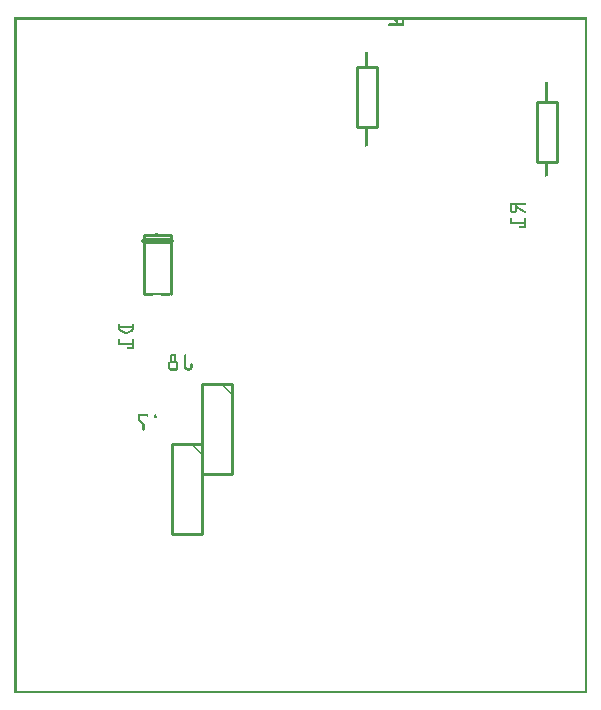
<source format=gbo>
G04 MADE WITH FRITZING*
G04 WWW.FRITZING.ORG*
G04 DOUBLE SIDED*
G04 HOLES PLATED*
G04 CONTOUR ON CENTER OF CONTOUR VECTOR*
%ASAXBY*%
%FSLAX23Y23*%
%MOIN*%
%OFA0B0*%
%SFA1.0B1.0*%
%ADD10C,0.010000*%
%ADD11C,0.020000*%
%ADD12R,0.001000X0.001000*%
%LNSILK0*%
G90*
G70*
G54D10*
X431Y1526D02*
X431Y1331D01*
D02*
X521Y1331D02*
X521Y1526D01*
D02*
X521Y1526D02*
X431Y1526D01*
G54D11*
D02*
X521Y1506D02*
X431Y1506D01*
G54D10*
D02*
X726Y1030D02*
X726Y730D01*
D02*
X726Y730D02*
X626Y730D01*
D02*
X626Y730D02*
X626Y1030D01*
D02*
X626Y1030D02*
X726Y1030D01*
D02*
X626Y830D02*
X626Y530D01*
D02*
X626Y530D02*
X526Y530D01*
D02*
X526Y530D02*
X526Y830D01*
D02*
X526Y830D02*
X626Y830D01*
D02*
X1743Y1970D02*
X1743Y1770D01*
D02*
X1743Y1770D02*
X1809Y1770D01*
D02*
X1809Y1770D02*
X1809Y1970D01*
D02*
X1809Y1970D02*
X1743Y1970D01*
D02*
X1209Y1889D02*
X1209Y2089D01*
D02*
X1209Y2089D02*
X1143Y2089D01*
D02*
X1143Y2089D02*
X1143Y1889D01*
D02*
X1143Y1889D02*
X1209Y1889D01*
G54D12*
X0Y2253D02*
X1908Y2253D01*
X0Y2252D02*
X1908Y2252D01*
X0Y2251D02*
X1908Y2251D01*
X0Y2250D02*
X1908Y2250D01*
X0Y2249D02*
X1908Y2249D01*
X0Y2248D02*
X1908Y2248D01*
X0Y2247D02*
X1908Y2247D01*
X0Y2246D02*
X1908Y2246D01*
X0Y2245D02*
X7Y2245D01*
X1259Y2245D02*
X1279Y2245D01*
X1291Y2245D02*
X1297Y2245D01*
X1901Y2245D02*
X1908Y2245D01*
X0Y2244D02*
X7Y2244D01*
X1261Y2244D02*
X1279Y2244D01*
X1291Y2244D02*
X1297Y2244D01*
X1901Y2244D02*
X1908Y2244D01*
X0Y2243D02*
X7Y2243D01*
X1263Y2243D02*
X1279Y2243D01*
X1291Y2243D02*
X1297Y2243D01*
X1901Y2243D02*
X1908Y2243D01*
X0Y2242D02*
X7Y2242D01*
X1265Y2242D02*
X1279Y2242D01*
X1291Y2242D02*
X1297Y2242D01*
X1901Y2242D02*
X1908Y2242D01*
X0Y2241D02*
X7Y2241D01*
X1266Y2241D02*
X1279Y2241D01*
X1291Y2241D02*
X1297Y2241D01*
X1901Y2241D02*
X1908Y2241D01*
X0Y2240D02*
X7Y2240D01*
X1268Y2240D02*
X1279Y2240D01*
X1291Y2240D02*
X1297Y2240D01*
X1901Y2240D02*
X1908Y2240D01*
X0Y2239D02*
X7Y2239D01*
X1270Y2239D02*
X1279Y2239D01*
X1291Y2239D02*
X1297Y2239D01*
X1901Y2239D02*
X1908Y2239D01*
X0Y2238D02*
X7Y2238D01*
X1271Y2238D02*
X1279Y2238D01*
X1291Y2238D02*
X1297Y2238D01*
X1901Y2238D02*
X1908Y2238D01*
X0Y2237D02*
X7Y2237D01*
X1273Y2237D02*
X1279Y2237D01*
X1291Y2237D02*
X1297Y2237D01*
X1901Y2237D02*
X1908Y2237D01*
X0Y2236D02*
X7Y2236D01*
X1273Y2236D02*
X1279Y2236D01*
X1291Y2236D02*
X1297Y2236D01*
X1901Y2236D02*
X1908Y2236D01*
X0Y2235D02*
X7Y2235D01*
X1273Y2235D02*
X1279Y2235D01*
X1291Y2235D02*
X1297Y2235D01*
X1901Y2235D02*
X1908Y2235D01*
X0Y2234D02*
X7Y2234D01*
X1273Y2234D02*
X1279Y2234D01*
X1291Y2234D02*
X1297Y2234D01*
X1901Y2234D02*
X1908Y2234D01*
X0Y2233D02*
X7Y2233D01*
X1273Y2233D02*
X1279Y2233D01*
X1291Y2233D02*
X1297Y2233D01*
X1901Y2233D02*
X1908Y2233D01*
X0Y2232D02*
X7Y2232D01*
X1248Y2232D02*
X1297Y2232D01*
X1901Y2232D02*
X1908Y2232D01*
X0Y2231D02*
X7Y2231D01*
X1245Y2231D02*
X1297Y2231D01*
X1901Y2231D02*
X1908Y2231D01*
X0Y2230D02*
X7Y2230D01*
X1244Y2230D02*
X1297Y2230D01*
X1901Y2230D02*
X1908Y2230D01*
X0Y2229D02*
X7Y2229D01*
X1244Y2229D02*
X1297Y2229D01*
X1901Y2229D02*
X1908Y2229D01*
X0Y2228D02*
X7Y2228D01*
X1244Y2228D02*
X1297Y2228D01*
X1901Y2228D02*
X1908Y2228D01*
X0Y2227D02*
X7Y2227D01*
X1244Y2227D02*
X1297Y2227D01*
X1901Y2227D02*
X1908Y2227D01*
X0Y2226D02*
X7Y2226D01*
X1245Y2226D02*
X1297Y2226D01*
X1901Y2226D02*
X1908Y2226D01*
X0Y2225D02*
X7Y2225D01*
X1248Y2225D02*
X1297Y2225D01*
X1901Y2225D02*
X1908Y2225D01*
X0Y2224D02*
X7Y2224D01*
X1901Y2224D02*
X1908Y2224D01*
X0Y2223D02*
X7Y2223D01*
X1901Y2223D02*
X1908Y2223D01*
X0Y2222D02*
X7Y2222D01*
X1901Y2222D02*
X1908Y2222D01*
X0Y2221D02*
X7Y2221D01*
X1901Y2221D02*
X1908Y2221D01*
X0Y2220D02*
X7Y2220D01*
X1901Y2220D02*
X1908Y2220D01*
X0Y2219D02*
X7Y2219D01*
X1901Y2219D02*
X1908Y2219D01*
X0Y2218D02*
X7Y2218D01*
X1901Y2218D02*
X1908Y2218D01*
X0Y2217D02*
X7Y2217D01*
X1901Y2217D02*
X1908Y2217D01*
X0Y2216D02*
X7Y2216D01*
X1901Y2216D02*
X1908Y2216D01*
X0Y2215D02*
X7Y2215D01*
X1901Y2215D02*
X1908Y2215D01*
X0Y2214D02*
X7Y2214D01*
X1901Y2214D02*
X1908Y2214D01*
X0Y2213D02*
X7Y2213D01*
X1901Y2213D02*
X1908Y2213D01*
X0Y2212D02*
X7Y2212D01*
X1901Y2212D02*
X1908Y2212D01*
X0Y2211D02*
X7Y2211D01*
X1901Y2211D02*
X1908Y2211D01*
X0Y2210D02*
X7Y2210D01*
X1901Y2210D02*
X1908Y2210D01*
X0Y2209D02*
X7Y2209D01*
X1901Y2209D02*
X1908Y2209D01*
X0Y2208D02*
X7Y2208D01*
X1901Y2208D02*
X1908Y2208D01*
X0Y2207D02*
X7Y2207D01*
X1901Y2207D02*
X1908Y2207D01*
X0Y2206D02*
X7Y2206D01*
X1901Y2206D02*
X1908Y2206D01*
X0Y2205D02*
X7Y2205D01*
X1901Y2205D02*
X1908Y2205D01*
X0Y2204D02*
X7Y2204D01*
X1901Y2204D02*
X1908Y2204D01*
X0Y2203D02*
X7Y2203D01*
X1901Y2203D02*
X1908Y2203D01*
X0Y2202D02*
X7Y2202D01*
X1901Y2202D02*
X1908Y2202D01*
X0Y2201D02*
X7Y2201D01*
X1901Y2201D02*
X1908Y2201D01*
X0Y2200D02*
X7Y2200D01*
X1901Y2200D02*
X1908Y2200D01*
X0Y2199D02*
X7Y2199D01*
X1901Y2199D02*
X1908Y2199D01*
X0Y2198D02*
X7Y2198D01*
X1901Y2198D02*
X1908Y2198D01*
X0Y2197D02*
X7Y2197D01*
X1901Y2197D02*
X1908Y2197D01*
X0Y2196D02*
X7Y2196D01*
X1901Y2196D02*
X1908Y2196D01*
X0Y2195D02*
X7Y2195D01*
X1901Y2195D02*
X1908Y2195D01*
X0Y2194D02*
X7Y2194D01*
X1901Y2194D02*
X1908Y2194D01*
X0Y2193D02*
X7Y2193D01*
X1901Y2193D02*
X1908Y2193D01*
X0Y2192D02*
X7Y2192D01*
X1901Y2192D02*
X1908Y2192D01*
X0Y2191D02*
X7Y2191D01*
X1901Y2191D02*
X1908Y2191D01*
X0Y2190D02*
X7Y2190D01*
X1901Y2190D02*
X1908Y2190D01*
X0Y2189D02*
X7Y2189D01*
X1901Y2189D02*
X1908Y2189D01*
X0Y2188D02*
X7Y2188D01*
X1901Y2188D02*
X1908Y2188D01*
X0Y2187D02*
X7Y2187D01*
X1901Y2187D02*
X1908Y2187D01*
X0Y2186D02*
X7Y2186D01*
X1901Y2186D02*
X1908Y2186D01*
X0Y2185D02*
X7Y2185D01*
X1901Y2185D02*
X1908Y2185D01*
X0Y2184D02*
X7Y2184D01*
X1901Y2184D02*
X1908Y2184D01*
X0Y2183D02*
X7Y2183D01*
X1901Y2183D02*
X1908Y2183D01*
X0Y2182D02*
X7Y2182D01*
X1901Y2182D02*
X1908Y2182D01*
X0Y2181D02*
X7Y2181D01*
X1901Y2181D02*
X1908Y2181D01*
X0Y2180D02*
X7Y2180D01*
X1901Y2180D02*
X1908Y2180D01*
X0Y2179D02*
X7Y2179D01*
X1901Y2179D02*
X1908Y2179D01*
X0Y2178D02*
X7Y2178D01*
X1901Y2178D02*
X1908Y2178D01*
X0Y2177D02*
X7Y2177D01*
X1901Y2177D02*
X1908Y2177D01*
X0Y2176D02*
X7Y2176D01*
X1901Y2176D02*
X1908Y2176D01*
X0Y2175D02*
X7Y2175D01*
X1901Y2175D02*
X1908Y2175D01*
X0Y2174D02*
X7Y2174D01*
X1901Y2174D02*
X1908Y2174D01*
X0Y2173D02*
X7Y2173D01*
X1901Y2173D02*
X1908Y2173D01*
X0Y2172D02*
X7Y2172D01*
X1901Y2172D02*
X1908Y2172D01*
X0Y2171D02*
X7Y2171D01*
X1901Y2171D02*
X1908Y2171D01*
X0Y2170D02*
X7Y2170D01*
X1901Y2170D02*
X1908Y2170D01*
X0Y2169D02*
X7Y2169D01*
X1901Y2169D02*
X1908Y2169D01*
X0Y2168D02*
X7Y2168D01*
X1901Y2168D02*
X1908Y2168D01*
X0Y2167D02*
X7Y2167D01*
X1901Y2167D02*
X1908Y2167D01*
X0Y2166D02*
X7Y2166D01*
X1901Y2166D02*
X1908Y2166D01*
X0Y2165D02*
X7Y2165D01*
X1901Y2165D02*
X1908Y2165D01*
X0Y2164D02*
X7Y2164D01*
X1901Y2164D02*
X1908Y2164D01*
X0Y2163D02*
X7Y2163D01*
X1901Y2163D02*
X1908Y2163D01*
X0Y2162D02*
X7Y2162D01*
X1901Y2162D02*
X1908Y2162D01*
X0Y2161D02*
X7Y2161D01*
X1901Y2161D02*
X1908Y2161D01*
X0Y2160D02*
X7Y2160D01*
X1901Y2160D02*
X1908Y2160D01*
X0Y2159D02*
X7Y2159D01*
X1901Y2159D02*
X1908Y2159D01*
X0Y2158D02*
X7Y2158D01*
X1901Y2158D02*
X1908Y2158D01*
X0Y2157D02*
X7Y2157D01*
X1901Y2157D02*
X1908Y2157D01*
X0Y2156D02*
X7Y2156D01*
X1901Y2156D02*
X1908Y2156D01*
X0Y2155D02*
X7Y2155D01*
X1901Y2155D02*
X1908Y2155D01*
X0Y2154D02*
X7Y2154D01*
X1901Y2154D02*
X1908Y2154D01*
X0Y2153D02*
X7Y2153D01*
X1901Y2153D02*
X1908Y2153D01*
X0Y2152D02*
X7Y2152D01*
X1901Y2152D02*
X1908Y2152D01*
X0Y2151D02*
X7Y2151D01*
X1901Y2151D02*
X1908Y2151D01*
X0Y2150D02*
X7Y2150D01*
X1901Y2150D02*
X1908Y2150D01*
X0Y2149D02*
X7Y2149D01*
X1901Y2149D02*
X1908Y2149D01*
X0Y2148D02*
X7Y2148D01*
X1901Y2148D02*
X1908Y2148D01*
X0Y2147D02*
X7Y2147D01*
X1901Y2147D02*
X1908Y2147D01*
X0Y2146D02*
X7Y2146D01*
X1901Y2146D02*
X1908Y2146D01*
X0Y2145D02*
X7Y2145D01*
X1901Y2145D02*
X1908Y2145D01*
X0Y2144D02*
X7Y2144D01*
X1901Y2144D02*
X1908Y2144D01*
X0Y2143D02*
X7Y2143D01*
X1901Y2143D02*
X1908Y2143D01*
X0Y2142D02*
X7Y2142D01*
X1901Y2142D02*
X1908Y2142D01*
X0Y2141D02*
X7Y2141D01*
X1901Y2141D02*
X1908Y2141D01*
X0Y2140D02*
X7Y2140D01*
X1901Y2140D02*
X1908Y2140D01*
X0Y2139D02*
X7Y2139D01*
X1901Y2139D02*
X1908Y2139D01*
X0Y2138D02*
X7Y2138D01*
X1901Y2138D02*
X1908Y2138D01*
X0Y2137D02*
X7Y2137D01*
X1170Y2137D02*
X1179Y2137D01*
X1901Y2137D02*
X1908Y2137D01*
X0Y2136D02*
X7Y2136D01*
X1170Y2136D02*
X1179Y2136D01*
X1901Y2136D02*
X1908Y2136D01*
X0Y2135D02*
X7Y2135D01*
X1170Y2135D02*
X1179Y2135D01*
X1901Y2135D02*
X1908Y2135D01*
X0Y2134D02*
X7Y2134D01*
X1170Y2134D02*
X1179Y2134D01*
X1901Y2134D02*
X1908Y2134D01*
X0Y2133D02*
X7Y2133D01*
X1170Y2133D02*
X1179Y2133D01*
X1901Y2133D02*
X1908Y2133D01*
X0Y2132D02*
X7Y2132D01*
X1170Y2132D02*
X1179Y2132D01*
X1901Y2132D02*
X1908Y2132D01*
X0Y2131D02*
X7Y2131D01*
X1170Y2131D02*
X1179Y2131D01*
X1901Y2131D02*
X1908Y2131D01*
X0Y2130D02*
X7Y2130D01*
X1170Y2130D02*
X1179Y2130D01*
X1901Y2130D02*
X1908Y2130D01*
X0Y2129D02*
X7Y2129D01*
X1170Y2129D02*
X1179Y2129D01*
X1901Y2129D02*
X1908Y2129D01*
X0Y2128D02*
X7Y2128D01*
X1170Y2128D02*
X1179Y2128D01*
X1901Y2128D02*
X1908Y2128D01*
X0Y2127D02*
X7Y2127D01*
X1170Y2127D02*
X1179Y2127D01*
X1901Y2127D02*
X1908Y2127D01*
X0Y2126D02*
X7Y2126D01*
X1170Y2126D02*
X1179Y2126D01*
X1901Y2126D02*
X1908Y2126D01*
X0Y2125D02*
X7Y2125D01*
X1170Y2125D02*
X1179Y2125D01*
X1901Y2125D02*
X1908Y2125D01*
X0Y2124D02*
X7Y2124D01*
X1170Y2124D02*
X1179Y2124D01*
X1901Y2124D02*
X1908Y2124D01*
X0Y2123D02*
X7Y2123D01*
X1170Y2123D02*
X1179Y2123D01*
X1901Y2123D02*
X1908Y2123D01*
X0Y2122D02*
X7Y2122D01*
X1170Y2122D02*
X1179Y2122D01*
X1901Y2122D02*
X1908Y2122D01*
X0Y2121D02*
X7Y2121D01*
X1170Y2121D02*
X1179Y2121D01*
X1901Y2121D02*
X1908Y2121D01*
X0Y2120D02*
X7Y2120D01*
X1170Y2120D02*
X1179Y2120D01*
X1901Y2120D02*
X1908Y2120D01*
X0Y2119D02*
X7Y2119D01*
X1170Y2119D02*
X1179Y2119D01*
X1901Y2119D02*
X1908Y2119D01*
X0Y2118D02*
X7Y2118D01*
X1170Y2118D02*
X1179Y2118D01*
X1901Y2118D02*
X1908Y2118D01*
X0Y2117D02*
X7Y2117D01*
X1170Y2117D02*
X1179Y2117D01*
X1901Y2117D02*
X1908Y2117D01*
X0Y2116D02*
X7Y2116D01*
X1170Y2116D02*
X1179Y2116D01*
X1901Y2116D02*
X1908Y2116D01*
X0Y2115D02*
X7Y2115D01*
X1170Y2115D02*
X1179Y2115D01*
X1901Y2115D02*
X1908Y2115D01*
X0Y2114D02*
X7Y2114D01*
X1170Y2114D02*
X1179Y2114D01*
X1901Y2114D02*
X1908Y2114D01*
X0Y2113D02*
X7Y2113D01*
X1170Y2113D02*
X1179Y2113D01*
X1901Y2113D02*
X1908Y2113D01*
X0Y2112D02*
X7Y2112D01*
X1170Y2112D02*
X1179Y2112D01*
X1901Y2112D02*
X1908Y2112D01*
X0Y2111D02*
X7Y2111D01*
X1170Y2111D02*
X1179Y2111D01*
X1901Y2111D02*
X1908Y2111D01*
X0Y2110D02*
X7Y2110D01*
X1170Y2110D02*
X1179Y2110D01*
X1901Y2110D02*
X1908Y2110D01*
X0Y2109D02*
X7Y2109D01*
X1170Y2109D02*
X1179Y2109D01*
X1901Y2109D02*
X1908Y2109D01*
X0Y2108D02*
X7Y2108D01*
X1170Y2108D02*
X1179Y2108D01*
X1901Y2108D02*
X1908Y2108D01*
X0Y2107D02*
X7Y2107D01*
X1170Y2107D02*
X1179Y2107D01*
X1901Y2107D02*
X1908Y2107D01*
X0Y2106D02*
X7Y2106D01*
X1170Y2106D02*
X1179Y2106D01*
X1901Y2106D02*
X1908Y2106D01*
X0Y2105D02*
X7Y2105D01*
X1170Y2105D02*
X1179Y2105D01*
X1901Y2105D02*
X1908Y2105D01*
X0Y2104D02*
X7Y2104D01*
X1170Y2104D02*
X1179Y2104D01*
X1901Y2104D02*
X1908Y2104D01*
X0Y2103D02*
X7Y2103D01*
X1170Y2103D02*
X1179Y2103D01*
X1901Y2103D02*
X1908Y2103D01*
X0Y2102D02*
X7Y2102D01*
X1170Y2102D02*
X1179Y2102D01*
X1901Y2102D02*
X1908Y2102D01*
X0Y2101D02*
X7Y2101D01*
X1170Y2101D02*
X1179Y2101D01*
X1901Y2101D02*
X1908Y2101D01*
X0Y2100D02*
X7Y2100D01*
X1170Y2100D02*
X1179Y2100D01*
X1901Y2100D02*
X1908Y2100D01*
X0Y2099D02*
X7Y2099D01*
X1170Y2099D02*
X1179Y2099D01*
X1901Y2099D02*
X1908Y2099D01*
X0Y2098D02*
X7Y2098D01*
X1170Y2098D02*
X1179Y2098D01*
X1901Y2098D02*
X1908Y2098D01*
X0Y2097D02*
X7Y2097D01*
X1170Y2097D02*
X1179Y2097D01*
X1901Y2097D02*
X1908Y2097D01*
X0Y2096D02*
X7Y2096D01*
X1170Y2096D02*
X1179Y2096D01*
X1901Y2096D02*
X1908Y2096D01*
X0Y2095D02*
X7Y2095D01*
X1170Y2095D02*
X1179Y2095D01*
X1901Y2095D02*
X1908Y2095D01*
X0Y2094D02*
X7Y2094D01*
X1170Y2094D02*
X1179Y2094D01*
X1901Y2094D02*
X1908Y2094D01*
X0Y2093D02*
X7Y2093D01*
X1170Y2093D02*
X1179Y2093D01*
X1901Y2093D02*
X1908Y2093D01*
X0Y2092D02*
X7Y2092D01*
X1170Y2092D02*
X1179Y2092D01*
X1901Y2092D02*
X1908Y2092D01*
X0Y2091D02*
X7Y2091D01*
X1170Y2091D02*
X1179Y2091D01*
X1901Y2091D02*
X1908Y2091D01*
X0Y2090D02*
X7Y2090D01*
X1170Y2090D02*
X1179Y2090D01*
X1901Y2090D02*
X1908Y2090D01*
X0Y2089D02*
X7Y2089D01*
X1901Y2089D02*
X1908Y2089D01*
X0Y2088D02*
X7Y2088D01*
X1901Y2088D02*
X1908Y2088D01*
X0Y2087D02*
X7Y2087D01*
X1901Y2087D02*
X1908Y2087D01*
X0Y2086D02*
X7Y2086D01*
X1901Y2086D02*
X1908Y2086D01*
X0Y2085D02*
X7Y2085D01*
X1901Y2085D02*
X1908Y2085D01*
X0Y2084D02*
X7Y2084D01*
X1901Y2084D02*
X1908Y2084D01*
X0Y2083D02*
X7Y2083D01*
X1901Y2083D02*
X1908Y2083D01*
X0Y2082D02*
X7Y2082D01*
X1901Y2082D02*
X1908Y2082D01*
X0Y2081D02*
X7Y2081D01*
X1901Y2081D02*
X1908Y2081D01*
X0Y2080D02*
X7Y2080D01*
X1901Y2080D02*
X1908Y2080D01*
X0Y2079D02*
X7Y2079D01*
X1901Y2079D02*
X1908Y2079D01*
X0Y2078D02*
X7Y2078D01*
X1901Y2078D02*
X1908Y2078D01*
X0Y2077D02*
X7Y2077D01*
X1901Y2077D02*
X1908Y2077D01*
X0Y2076D02*
X7Y2076D01*
X1901Y2076D02*
X1908Y2076D01*
X0Y2075D02*
X7Y2075D01*
X1901Y2075D02*
X1908Y2075D01*
X0Y2074D02*
X7Y2074D01*
X1901Y2074D02*
X1908Y2074D01*
X0Y2073D02*
X7Y2073D01*
X1901Y2073D02*
X1908Y2073D01*
X0Y2072D02*
X7Y2072D01*
X1901Y2072D02*
X1908Y2072D01*
X0Y2071D02*
X7Y2071D01*
X1901Y2071D02*
X1908Y2071D01*
X0Y2070D02*
X7Y2070D01*
X1901Y2070D02*
X1908Y2070D01*
X0Y2069D02*
X7Y2069D01*
X1901Y2069D02*
X1908Y2069D01*
X0Y2068D02*
X7Y2068D01*
X1901Y2068D02*
X1908Y2068D01*
X0Y2067D02*
X7Y2067D01*
X1901Y2067D02*
X1908Y2067D01*
X0Y2066D02*
X7Y2066D01*
X1901Y2066D02*
X1908Y2066D01*
X0Y2065D02*
X7Y2065D01*
X1901Y2065D02*
X1908Y2065D01*
X0Y2064D02*
X7Y2064D01*
X1901Y2064D02*
X1908Y2064D01*
X0Y2063D02*
X7Y2063D01*
X1901Y2063D02*
X1908Y2063D01*
X0Y2062D02*
X7Y2062D01*
X1901Y2062D02*
X1908Y2062D01*
X0Y2061D02*
X7Y2061D01*
X1901Y2061D02*
X1908Y2061D01*
X0Y2060D02*
X7Y2060D01*
X1901Y2060D02*
X1908Y2060D01*
X0Y2059D02*
X7Y2059D01*
X1901Y2059D02*
X1908Y2059D01*
X0Y2058D02*
X7Y2058D01*
X1901Y2058D02*
X1908Y2058D01*
X0Y2057D02*
X7Y2057D01*
X1901Y2057D02*
X1908Y2057D01*
X0Y2056D02*
X7Y2056D01*
X1901Y2056D02*
X1908Y2056D01*
X0Y2055D02*
X7Y2055D01*
X1901Y2055D02*
X1908Y2055D01*
X0Y2054D02*
X7Y2054D01*
X1901Y2054D02*
X1908Y2054D01*
X0Y2053D02*
X7Y2053D01*
X1901Y2053D02*
X1908Y2053D01*
X0Y2052D02*
X7Y2052D01*
X1901Y2052D02*
X1908Y2052D01*
X0Y2051D02*
X7Y2051D01*
X1901Y2051D02*
X1908Y2051D01*
X0Y2050D02*
X7Y2050D01*
X1901Y2050D02*
X1908Y2050D01*
X0Y2049D02*
X7Y2049D01*
X1901Y2049D02*
X1908Y2049D01*
X0Y2048D02*
X7Y2048D01*
X1901Y2048D02*
X1908Y2048D01*
X0Y2047D02*
X7Y2047D01*
X1901Y2047D02*
X1908Y2047D01*
X0Y2046D02*
X7Y2046D01*
X1901Y2046D02*
X1908Y2046D01*
X0Y2045D02*
X7Y2045D01*
X1901Y2045D02*
X1908Y2045D01*
X0Y2044D02*
X7Y2044D01*
X1901Y2044D02*
X1908Y2044D01*
X0Y2043D02*
X7Y2043D01*
X1901Y2043D02*
X1908Y2043D01*
X0Y2042D02*
X7Y2042D01*
X1901Y2042D02*
X1908Y2042D01*
X0Y2041D02*
X7Y2041D01*
X1901Y2041D02*
X1908Y2041D01*
X0Y2040D02*
X7Y2040D01*
X1901Y2040D02*
X1908Y2040D01*
X0Y2039D02*
X7Y2039D01*
X1901Y2039D02*
X1908Y2039D01*
X0Y2038D02*
X7Y2038D01*
X1901Y2038D02*
X1908Y2038D01*
X0Y2037D02*
X7Y2037D01*
X1770Y2037D02*
X1779Y2037D01*
X1901Y2037D02*
X1908Y2037D01*
X0Y2036D02*
X7Y2036D01*
X1770Y2036D02*
X1779Y2036D01*
X1901Y2036D02*
X1908Y2036D01*
X0Y2035D02*
X7Y2035D01*
X1770Y2035D02*
X1779Y2035D01*
X1901Y2035D02*
X1908Y2035D01*
X0Y2034D02*
X7Y2034D01*
X1770Y2034D02*
X1779Y2034D01*
X1901Y2034D02*
X1908Y2034D01*
X0Y2033D02*
X7Y2033D01*
X1770Y2033D02*
X1779Y2033D01*
X1901Y2033D02*
X1908Y2033D01*
X0Y2032D02*
X7Y2032D01*
X1770Y2032D02*
X1779Y2032D01*
X1901Y2032D02*
X1908Y2032D01*
X0Y2031D02*
X7Y2031D01*
X1770Y2031D02*
X1779Y2031D01*
X1901Y2031D02*
X1908Y2031D01*
X0Y2030D02*
X7Y2030D01*
X1770Y2030D02*
X1779Y2030D01*
X1901Y2030D02*
X1908Y2030D01*
X0Y2029D02*
X7Y2029D01*
X1770Y2029D02*
X1779Y2029D01*
X1901Y2029D02*
X1908Y2029D01*
X0Y2028D02*
X7Y2028D01*
X1770Y2028D02*
X1779Y2028D01*
X1901Y2028D02*
X1908Y2028D01*
X0Y2027D02*
X7Y2027D01*
X1770Y2027D02*
X1779Y2027D01*
X1901Y2027D02*
X1908Y2027D01*
X0Y2026D02*
X7Y2026D01*
X1770Y2026D02*
X1779Y2026D01*
X1901Y2026D02*
X1908Y2026D01*
X0Y2025D02*
X7Y2025D01*
X1770Y2025D02*
X1779Y2025D01*
X1901Y2025D02*
X1908Y2025D01*
X0Y2024D02*
X7Y2024D01*
X1770Y2024D02*
X1779Y2024D01*
X1901Y2024D02*
X1908Y2024D01*
X0Y2023D02*
X7Y2023D01*
X1770Y2023D02*
X1779Y2023D01*
X1901Y2023D02*
X1908Y2023D01*
X0Y2022D02*
X7Y2022D01*
X1770Y2022D02*
X1779Y2022D01*
X1901Y2022D02*
X1908Y2022D01*
X0Y2021D02*
X7Y2021D01*
X1770Y2021D02*
X1779Y2021D01*
X1901Y2021D02*
X1908Y2021D01*
X0Y2020D02*
X7Y2020D01*
X1770Y2020D02*
X1779Y2020D01*
X1901Y2020D02*
X1908Y2020D01*
X0Y2019D02*
X7Y2019D01*
X1770Y2019D02*
X1779Y2019D01*
X1901Y2019D02*
X1908Y2019D01*
X0Y2018D02*
X7Y2018D01*
X1770Y2018D02*
X1779Y2018D01*
X1901Y2018D02*
X1908Y2018D01*
X0Y2017D02*
X7Y2017D01*
X1770Y2017D02*
X1779Y2017D01*
X1901Y2017D02*
X1908Y2017D01*
X0Y2016D02*
X7Y2016D01*
X1770Y2016D02*
X1779Y2016D01*
X1901Y2016D02*
X1908Y2016D01*
X0Y2015D02*
X7Y2015D01*
X1770Y2015D02*
X1779Y2015D01*
X1901Y2015D02*
X1908Y2015D01*
X0Y2014D02*
X7Y2014D01*
X1770Y2014D02*
X1779Y2014D01*
X1901Y2014D02*
X1908Y2014D01*
X0Y2013D02*
X7Y2013D01*
X1770Y2013D02*
X1779Y2013D01*
X1901Y2013D02*
X1908Y2013D01*
X0Y2012D02*
X7Y2012D01*
X1770Y2012D02*
X1779Y2012D01*
X1901Y2012D02*
X1908Y2012D01*
X0Y2011D02*
X7Y2011D01*
X1770Y2011D02*
X1779Y2011D01*
X1901Y2011D02*
X1908Y2011D01*
X0Y2010D02*
X7Y2010D01*
X1770Y2010D02*
X1779Y2010D01*
X1901Y2010D02*
X1908Y2010D01*
X0Y2009D02*
X7Y2009D01*
X1770Y2009D02*
X1779Y2009D01*
X1901Y2009D02*
X1908Y2009D01*
X0Y2008D02*
X7Y2008D01*
X1770Y2008D02*
X1779Y2008D01*
X1901Y2008D02*
X1908Y2008D01*
X0Y2007D02*
X7Y2007D01*
X1770Y2007D02*
X1779Y2007D01*
X1901Y2007D02*
X1908Y2007D01*
X0Y2006D02*
X7Y2006D01*
X1770Y2006D02*
X1779Y2006D01*
X1901Y2006D02*
X1908Y2006D01*
X0Y2005D02*
X7Y2005D01*
X1770Y2005D02*
X1779Y2005D01*
X1901Y2005D02*
X1908Y2005D01*
X0Y2004D02*
X7Y2004D01*
X1770Y2004D02*
X1779Y2004D01*
X1901Y2004D02*
X1908Y2004D01*
X0Y2003D02*
X7Y2003D01*
X1770Y2003D02*
X1779Y2003D01*
X1901Y2003D02*
X1908Y2003D01*
X0Y2002D02*
X7Y2002D01*
X1770Y2002D02*
X1779Y2002D01*
X1901Y2002D02*
X1908Y2002D01*
X0Y2001D02*
X7Y2001D01*
X1770Y2001D02*
X1779Y2001D01*
X1901Y2001D02*
X1908Y2001D01*
X0Y2000D02*
X7Y2000D01*
X1770Y2000D02*
X1779Y2000D01*
X1901Y2000D02*
X1908Y2000D01*
X0Y1999D02*
X7Y1999D01*
X1770Y1999D02*
X1779Y1999D01*
X1901Y1999D02*
X1908Y1999D01*
X0Y1998D02*
X7Y1998D01*
X1770Y1998D02*
X1779Y1998D01*
X1901Y1998D02*
X1908Y1998D01*
X0Y1997D02*
X7Y1997D01*
X1770Y1997D02*
X1779Y1997D01*
X1901Y1997D02*
X1908Y1997D01*
X0Y1996D02*
X7Y1996D01*
X1770Y1996D02*
X1779Y1996D01*
X1901Y1996D02*
X1908Y1996D01*
X0Y1995D02*
X7Y1995D01*
X1770Y1995D02*
X1779Y1995D01*
X1901Y1995D02*
X1908Y1995D01*
X0Y1994D02*
X7Y1994D01*
X1770Y1994D02*
X1779Y1994D01*
X1901Y1994D02*
X1908Y1994D01*
X0Y1993D02*
X7Y1993D01*
X1770Y1993D02*
X1779Y1993D01*
X1901Y1993D02*
X1908Y1993D01*
X0Y1992D02*
X7Y1992D01*
X1770Y1992D02*
X1779Y1992D01*
X1901Y1992D02*
X1908Y1992D01*
X0Y1991D02*
X7Y1991D01*
X1770Y1991D02*
X1779Y1991D01*
X1901Y1991D02*
X1908Y1991D01*
X0Y1990D02*
X7Y1990D01*
X1770Y1990D02*
X1779Y1990D01*
X1901Y1990D02*
X1908Y1990D01*
X0Y1989D02*
X7Y1989D01*
X1770Y1989D02*
X1779Y1989D01*
X1901Y1989D02*
X1908Y1989D01*
X0Y1988D02*
X7Y1988D01*
X1770Y1988D02*
X1779Y1988D01*
X1901Y1988D02*
X1908Y1988D01*
X0Y1987D02*
X7Y1987D01*
X1770Y1987D02*
X1779Y1987D01*
X1901Y1987D02*
X1908Y1987D01*
X0Y1986D02*
X7Y1986D01*
X1770Y1986D02*
X1779Y1986D01*
X1901Y1986D02*
X1908Y1986D01*
X0Y1985D02*
X7Y1985D01*
X1770Y1985D02*
X1779Y1985D01*
X1901Y1985D02*
X1908Y1985D01*
X0Y1984D02*
X7Y1984D01*
X1770Y1984D02*
X1779Y1984D01*
X1901Y1984D02*
X1908Y1984D01*
X0Y1983D02*
X7Y1983D01*
X1770Y1983D02*
X1779Y1983D01*
X1901Y1983D02*
X1908Y1983D01*
X0Y1982D02*
X7Y1982D01*
X1770Y1982D02*
X1779Y1982D01*
X1901Y1982D02*
X1908Y1982D01*
X0Y1981D02*
X7Y1981D01*
X1770Y1981D02*
X1779Y1981D01*
X1901Y1981D02*
X1908Y1981D01*
X0Y1980D02*
X7Y1980D01*
X1770Y1980D02*
X1779Y1980D01*
X1901Y1980D02*
X1908Y1980D01*
X0Y1979D02*
X7Y1979D01*
X1770Y1979D02*
X1779Y1979D01*
X1901Y1979D02*
X1908Y1979D01*
X0Y1978D02*
X7Y1978D01*
X1770Y1978D02*
X1779Y1978D01*
X1901Y1978D02*
X1908Y1978D01*
X0Y1977D02*
X7Y1977D01*
X1770Y1977D02*
X1779Y1977D01*
X1901Y1977D02*
X1908Y1977D01*
X0Y1976D02*
X7Y1976D01*
X1770Y1976D02*
X1779Y1976D01*
X1901Y1976D02*
X1908Y1976D01*
X0Y1975D02*
X7Y1975D01*
X1770Y1975D02*
X1779Y1975D01*
X1901Y1975D02*
X1908Y1975D01*
X0Y1974D02*
X7Y1974D01*
X1770Y1974D02*
X1779Y1974D01*
X1901Y1974D02*
X1908Y1974D01*
X0Y1973D02*
X7Y1973D01*
X1770Y1973D02*
X1779Y1973D01*
X1901Y1973D02*
X1908Y1973D01*
X0Y1972D02*
X7Y1972D01*
X1770Y1972D02*
X1779Y1972D01*
X1901Y1972D02*
X1908Y1972D01*
X0Y1971D02*
X7Y1971D01*
X1770Y1971D02*
X1779Y1971D01*
X1901Y1971D02*
X1908Y1971D01*
X0Y1970D02*
X7Y1970D01*
X1901Y1970D02*
X1908Y1970D01*
X0Y1969D02*
X7Y1969D01*
X1901Y1969D02*
X1908Y1969D01*
X0Y1968D02*
X7Y1968D01*
X1901Y1968D02*
X1908Y1968D01*
X0Y1967D02*
X7Y1967D01*
X1901Y1967D02*
X1908Y1967D01*
X0Y1966D02*
X7Y1966D01*
X1901Y1966D02*
X1908Y1966D01*
X0Y1965D02*
X7Y1965D01*
X1901Y1965D02*
X1908Y1965D01*
X0Y1964D02*
X7Y1964D01*
X1901Y1964D02*
X1908Y1964D01*
X0Y1963D02*
X7Y1963D01*
X1901Y1963D02*
X1908Y1963D01*
X0Y1962D02*
X7Y1962D01*
X1901Y1962D02*
X1908Y1962D01*
X0Y1961D02*
X7Y1961D01*
X1901Y1961D02*
X1908Y1961D01*
X0Y1960D02*
X7Y1960D01*
X1901Y1960D02*
X1908Y1960D01*
X0Y1959D02*
X7Y1959D01*
X1901Y1959D02*
X1908Y1959D01*
X0Y1958D02*
X7Y1958D01*
X1901Y1958D02*
X1908Y1958D01*
X0Y1957D02*
X7Y1957D01*
X1901Y1957D02*
X1908Y1957D01*
X0Y1956D02*
X7Y1956D01*
X1901Y1956D02*
X1908Y1956D01*
X0Y1955D02*
X7Y1955D01*
X1901Y1955D02*
X1908Y1955D01*
X0Y1954D02*
X7Y1954D01*
X1901Y1954D02*
X1908Y1954D01*
X0Y1953D02*
X7Y1953D01*
X1901Y1953D02*
X1908Y1953D01*
X0Y1952D02*
X7Y1952D01*
X1901Y1952D02*
X1908Y1952D01*
X0Y1951D02*
X7Y1951D01*
X1901Y1951D02*
X1908Y1951D01*
X0Y1950D02*
X7Y1950D01*
X1901Y1950D02*
X1908Y1950D01*
X0Y1949D02*
X7Y1949D01*
X1901Y1949D02*
X1908Y1949D01*
X0Y1948D02*
X7Y1948D01*
X1901Y1948D02*
X1908Y1948D01*
X0Y1947D02*
X7Y1947D01*
X1901Y1947D02*
X1908Y1947D01*
X0Y1946D02*
X7Y1946D01*
X1901Y1946D02*
X1908Y1946D01*
X0Y1945D02*
X7Y1945D01*
X1901Y1945D02*
X1908Y1945D01*
X0Y1944D02*
X7Y1944D01*
X1901Y1944D02*
X1908Y1944D01*
X0Y1943D02*
X7Y1943D01*
X1901Y1943D02*
X1908Y1943D01*
X0Y1942D02*
X7Y1942D01*
X1901Y1942D02*
X1908Y1942D01*
X0Y1941D02*
X7Y1941D01*
X1901Y1941D02*
X1908Y1941D01*
X0Y1940D02*
X7Y1940D01*
X1901Y1940D02*
X1908Y1940D01*
X0Y1939D02*
X7Y1939D01*
X1901Y1939D02*
X1908Y1939D01*
X0Y1938D02*
X7Y1938D01*
X1901Y1938D02*
X1908Y1938D01*
X0Y1937D02*
X7Y1937D01*
X1901Y1937D02*
X1908Y1937D01*
X0Y1936D02*
X7Y1936D01*
X1901Y1936D02*
X1908Y1936D01*
X0Y1935D02*
X7Y1935D01*
X1901Y1935D02*
X1908Y1935D01*
X0Y1934D02*
X7Y1934D01*
X1901Y1934D02*
X1908Y1934D01*
X0Y1933D02*
X7Y1933D01*
X1901Y1933D02*
X1908Y1933D01*
X0Y1932D02*
X7Y1932D01*
X1901Y1932D02*
X1908Y1932D01*
X0Y1931D02*
X7Y1931D01*
X1901Y1931D02*
X1908Y1931D01*
X0Y1930D02*
X7Y1930D01*
X1901Y1930D02*
X1908Y1930D01*
X0Y1929D02*
X7Y1929D01*
X1901Y1929D02*
X1908Y1929D01*
X0Y1928D02*
X7Y1928D01*
X1901Y1928D02*
X1908Y1928D01*
X0Y1927D02*
X7Y1927D01*
X1901Y1927D02*
X1908Y1927D01*
X0Y1926D02*
X7Y1926D01*
X1901Y1926D02*
X1908Y1926D01*
X0Y1925D02*
X7Y1925D01*
X1901Y1925D02*
X1908Y1925D01*
X0Y1924D02*
X7Y1924D01*
X1901Y1924D02*
X1908Y1924D01*
X0Y1923D02*
X7Y1923D01*
X1901Y1923D02*
X1908Y1923D01*
X0Y1922D02*
X7Y1922D01*
X1901Y1922D02*
X1908Y1922D01*
X0Y1921D02*
X7Y1921D01*
X1901Y1921D02*
X1908Y1921D01*
X0Y1920D02*
X7Y1920D01*
X1901Y1920D02*
X1908Y1920D01*
X0Y1919D02*
X7Y1919D01*
X1901Y1919D02*
X1908Y1919D01*
X0Y1918D02*
X7Y1918D01*
X1901Y1918D02*
X1908Y1918D01*
X0Y1917D02*
X7Y1917D01*
X1901Y1917D02*
X1908Y1917D01*
X0Y1916D02*
X7Y1916D01*
X1901Y1916D02*
X1908Y1916D01*
X0Y1915D02*
X7Y1915D01*
X1901Y1915D02*
X1908Y1915D01*
X0Y1914D02*
X7Y1914D01*
X1901Y1914D02*
X1908Y1914D01*
X0Y1913D02*
X7Y1913D01*
X1901Y1913D02*
X1908Y1913D01*
X0Y1912D02*
X7Y1912D01*
X1901Y1912D02*
X1908Y1912D01*
X0Y1911D02*
X7Y1911D01*
X1901Y1911D02*
X1908Y1911D01*
X0Y1910D02*
X7Y1910D01*
X1901Y1910D02*
X1908Y1910D01*
X0Y1909D02*
X7Y1909D01*
X1901Y1909D02*
X1908Y1909D01*
X0Y1908D02*
X7Y1908D01*
X1901Y1908D02*
X1908Y1908D01*
X0Y1907D02*
X7Y1907D01*
X1901Y1907D02*
X1908Y1907D01*
X0Y1906D02*
X7Y1906D01*
X1901Y1906D02*
X1908Y1906D01*
X0Y1905D02*
X7Y1905D01*
X1901Y1905D02*
X1908Y1905D01*
X0Y1904D02*
X7Y1904D01*
X1901Y1904D02*
X1908Y1904D01*
X0Y1903D02*
X7Y1903D01*
X1901Y1903D02*
X1908Y1903D01*
X0Y1902D02*
X7Y1902D01*
X1901Y1902D02*
X1908Y1902D01*
X0Y1901D02*
X7Y1901D01*
X1901Y1901D02*
X1908Y1901D01*
X0Y1900D02*
X7Y1900D01*
X1901Y1900D02*
X1908Y1900D01*
X0Y1899D02*
X7Y1899D01*
X1901Y1899D02*
X1908Y1899D01*
X0Y1898D02*
X7Y1898D01*
X1901Y1898D02*
X1908Y1898D01*
X0Y1897D02*
X7Y1897D01*
X1901Y1897D02*
X1908Y1897D01*
X0Y1896D02*
X7Y1896D01*
X1901Y1896D02*
X1908Y1896D01*
X0Y1895D02*
X7Y1895D01*
X1901Y1895D02*
X1908Y1895D01*
X0Y1894D02*
X7Y1894D01*
X1901Y1894D02*
X1908Y1894D01*
X0Y1893D02*
X7Y1893D01*
X1901Y1893D02*
X1908Y1893D01*
X0Y1892D02*
X7Y1892D01*
X1901Y1892D02*
X1908Y1892D01*
X0Y1891D02*
X7Y1891D01*
X1901Y1891D02*
X1908Y1891D01*
X0Y1890D02*
X7Y1890D01*
X1901Y1890D02*
X1908Y1890D01*
X0Y1889D02*
X7Y1889D01*
X1171Y1889D02*
X1179Y1889D01*
X1901Y1889D02*
X1908Y1889D01*
X0Y1888D02*
X7Y1888D01*
X1170Y1888D02*
X1179Y1888D01*
X1901Y1888D02*
X1908Y1888D01*
X0Y1887D02*
X7Y1887D01*
X1170Y1887D02*
X1179Y1887D01*
X1901Y1887D02*
X1908Y1887D01*
X0Y1886D02*
X7Y1886D01*
X1170Y1886D02*
X1179Y1886D01*
X1901Y1886D02*
X1908Y1886D01*
X0Y1885D02*
X7Y1885D01*
X1170Y1885D02*
X1179Y1885D01*
X1901Y1885D02*
X1908Y1885D01*
X0Y1884D02*
X7Y1884D01*
X1170Y1884D02*
X1179Y1884D01*
X1901Y1884D02*
X1908Y1884D01*
X0Y1883D02*
X7Y1883D01*
X1170Y1883D02*
X1179Y1883D01*
X1901Y1883D02*
X1908Y1883D01*
X0Y1882D02*
X7Y1882D01*
X1170Y1882D02*
X1179Y1882D01*
X1901Y1882D02*
X1908Y1882D01*
X0Y1881D02*
X7Y1881D01*
X1170Y1881D02*
X1179Y1881D01*
X1901Y1881D02*
X1908Y1881D01*
X0Y1880D02*
X7Y1880D01*
X1170Y1880D02*
X1179Y1880D01*
X1901Y1880D02*
X1908Y1880D01*
X0Y1879D02*
X7Y1879D01*
X1170Y1879D02*
X1179Y1879D01*
X1901Y1879D02*
X1908Y1879D01*
X0Y1878D02*
X7Y1878D01*
X1170Y1878D02*
X1179Y1878D01*
X1901Y1878D02*
X1908Y1878D01*
X0Y1877D02*
X7Y1877D01*
X1170Y1877D02*
X1179Y1877D01*
X1901Y1877D02*
X1908Y1877D01*
X0Y1876D02*
X7Y1876D01*
X1170Y1876D02*
X1179Y1876D01*
X1901Y1876D02*
X1908Y1876D01*
X0Y1875D02*
X7Y1875D01*
X1170Y1875D02*
X1179Y1875D01*
X1901Y1875D02*
X1908Y1875D01*
X0Y1874D02*
X7Y1874D01*
X1170Y1874D02*
X1179Y1874D01*
X1901Y1874D02*
X1908Y1874D01*
X0Y1873D02*
X7Y1873D01*
X1170Y1873D02*
X1179Y1873D01*
X1901Y1873D02*
X1908Y1873D01*
X0Y1872D02*
X7Y1872D01*
X1170Y1872D02*
X1179Y1872D01*
X1901Y1872D02*
X1908Y1872D01*
X0Y1871D02*
X7Y1871D01*
X1170Y1871D02*
X1179Y1871D01*
X1901Y1871D02*
X1908Y1871D01*
X0Y1870D02*
X7Y1870D01*
X1170Y1870D02*
X1179Y1870D01*
X1901Y1870D02*
X1908Y1870D01*
X0Y1869D02*
X7Y1869D01*
X1170Y1869D02*
X1179Y1869D01*
X1901Y1869D02*
X1908Y1869D01*
X0Y1868D02*
X7Y1868D01*
X1170Y1868D02*
X1179Y1868D01*
X1901Y1868D02*
X1908Y1868D01*
X0Y1867D02*
X7Y1867D01*
X1170Y1867D02*
X1179Y1867D01*
X1901Y1867D02*
X1908Y1867D01*
X0Y1866D02*
X7Y1866D01*
X1170Y1866D02*
X1179Y1866D01*
X1901Y1866D02*
X1908Y1866D01*
X0Y1865D02*
X7Y1865D01*
X1170Y1865D02*
X1179Y1865D01*
X1901Y1865D02*
X1908Y1865D01*
X0Y1864D02*
X7Y1864D01*
X1170Y1864D02*
X1179Y1864D01*
X1901Y1864D02*
X1908Y1864D01*
X0Y1863D02*
X7Y1863D01*
X1170Y1863D02*
X1179Y1863D01*
X1901Y1863D02*
X1908Y1863D01*
X0Y1862D02*
X7Y1862D01*
X1170Y1862D02*
X1179Y1862D01*
X1901Y1862D02*
X1908Y1862D01*
X0Y1861D02*
X7Y1861D01*
X1170Y1861D02*
X1179Y1861D01*
X1901Y1861D02*
X1908Y1861D01*
X0Y1860D02*
X7Y1860D01*
X1170Y1860D02*
X1179Y1860D01*
X1901Y1860D02*
X1908Y1860D01*
X0Y1859D02*
X7Y1859D01*
X1170Y1859D02*
X1179Y1859D01*
X1901Y1859D02*
X1908Y1859D01*
X0Y1858D02*
X7Y1858D01*
X1170Y1858D02*
X1179Y1858D01*
X1901Y1858D02*
X1908Y1858D01*
X0Y1857D02*
X7Y1857D01*
X1170Y1857D02*
X1179Y1857D01*
X1901Y1857D02*
X1908Y1857D01*
X0Y1856D02*
X7Y1856D01*
X1170Y1856D02*
X1179Y1856D01*
X1901Y1856D02*
X1908Y1856D01*
X0Y1855D02*
X7Y1855D01*
X1170Y1855D02*
X1179Y1855D01*
X1901Y1855D02*
X1908Y1855D01*
X0Y1854D02*
X7Y1854D01*
X1170Y1854D02*
X1179Y1854D01*
X1901Y1854D02*
X1908Y1854D01*
X0Y1853D02*
X7Y1853D01*
X1170Y1853D02*
X1179Y1853D01*
X1901Y1853D02*
X1908Y1853D01*
X0Y1852D02*
X7Y1852D01*
X1170Y1852D02*
X1179Y1852D01*
X1901Y1852D02*
X1908Y1852D01*
X0Y1851D02*
X7Y1851D01*
X1170Y1851D02*
X1179Y1851D01*
X1901Y1851D02*
X1908Y1851D01*
X0Y1850D02*
X7Y1850D01*
X1170Y1850D02*
X1179Y1850D01*
X1901Y1850D02*
X1908Y1850D01*
X0Y1849D02*
X7Y1849D01*
X1170Y1849D02*
X1179Y1849D01*
X1901Y1849D02*
X1908Y1849D01*
X0Y1848D02*
X7Y1848D01*
X1170Y1848D02*
X1179Y1848D01*
X1901Y1848D02*
X1908Y1848D01*
X0Y1847D02*
X7Y1847D01*
X1170Y1847D02*
X1179Y1847D01*
X1901Y1847D02*
X1908Y1847D01*
X0Y1846D02*
X7Y1846D01*
X1170Y1846D02*
X1179Y1846D01*
X1901Y1846D02*
X1908Y1846D01*
X0Y1845D02*
X7Y1845D01*
X1170Y1845D02*
X1179Y1845D01*
X1901Y1845D02*
X1908Y1845D01*
X0Y1844D02*
X7Y1844D01*
X1170Y1844D02*
X1179Y1844D01*
X1901Y1844D02*
X1908Y1844D01*
X0Y1843D02*
X7Y1843D01*
X1170Y1843D02*
X1179Y1843D01*
X1901Y1843D02*
X1908Y1843D01*
X0Y1842D02*
X7Y1842D01*
X1170Y1842D02*
X1179Y1842D01*
X1901Y1842D02*
X1908Y1842D01*
X0Y1841D02*
X7Y1841D01*
X1170Y1841D02*
X1179Y1841D01*
X1901Y1841D02*
X1908Y1841D01*
X0Y1840D02*
X7Y1840D01*
X1170Y1840D02*
X1179Y1840D01*
X1901Y1840D02*
X1908Y1840D01*
X0Y1839D02*
X7Y1839D01*
X1170Y1839D02*
X1179Y1839D01*
X1901Y1839D02*
X1908Y1839D01*
X0Y1838D02*
X7Y1838D01*
X1170Y1838D02*
X1179Y1838D01*
X1901Y1838D02*
X1908Y1838D01*
X0Y1837D02*
X7Y1837D01*
X1170Y1837D02*
X1179Y1837D01*
X1901Y1837D02*
X1908Y1837D01*
X0Y1836D02*
X7Y1836D01*
X1170Y1836D02*
X1179Y1836D01*
X1901Y1836D02*
X1908Y1836D01*
X0Y1835D02*
X7Y1835D01*
X1170Y1835D02*
X1179Y1835D01*
X1901Y1835D02*
X1908Y1835D01*
X0Y1834D02*
X7Y1834D01*
X1170Y1834D02*
X1179Y1834D01*
X1901Y1834D02*
X1908Y1834D01*
X0Y1833D02*
X7Y1833D01*
X1170Y1833D02*
X1179Y1833D01*
X1901Y1833D02*
X1908Y1833D01*
X0Y1832D02*
X7Y1832D01*
X1170Y1832D02*
X1179Y1832D01*
X1901Y1832D02*
X1908Y1832D01*
X0Y1831D02*
X7Y1831D01*
X1170Y1831D02*
X1179Y1831D01*
X1901Y1831D02*
X1908Y1831D01*
X0Y1830D02*
X7Y1830D01*
X1170Y1830D02*
X1179Y1830D01*
X1901Y1830D02*
X1908Y1830D01*
X0Y1829D02*
X7Y1829D01*
X1170Y1829D02*
X1179Y1829D01*
X1901Y1829D02*
X1908Y1829D01*
X0Y1828D02*
X7Y1828D01*
X1170Y1828D02*
X1179Y1828D01*
X1901Y1828D02*
X1908Y1828D01*
X0Y1827D02*
X7Y1827D01*
X1170Y1827D02*
X1179Y1827D01*
X1901Y1827D02*
X1908Y1827D01*
X0Y1826D02*
X7Y1826D01*
X1170Y1826D02*
X1179Y1826D01*
X1901Y1826D02*
X1908Y1826D01*
X0Y1825D02*
X7Y1825D01*
X1170Y1825D02*
X1179Y1825D01*
X1901Y1825D02*
X1908Y1825D01*
X0Y1824D02*
X7Y1824D01*
X1170Y1824D02*
X1179Y1824D01*
X1901Y1824D02*
X1908Y1824D01*
X0Y1823D02*
X7Y1823D01*
X1170Y1823D02*
X1179Y1823D01*
X1901Y1823D02*
X1908Y1823D01*
X0Y1822D02*
X7Y1822D01*
X1170Y1822D02*
X1170Y1822D01*
X1179Y1822D02*
X1179Y1822D01*
X1901Y1822D02*
X1908Y1822D01*
X0Y1821D02*
X7Y1821D01*
X1901Y1821D02*
X1908Y1821D01*
X0Y1820D02*
X7Y1820D01*
X1901Y1820D02*
X1908Y1820D01*
X0Y1819D02*
X7Y1819D01*
X1901Y1819D02*
X1908Y1819D01*
X0Y1818D02*
X7Y1818D01*
X1901Y1818D02*
X1908Y1818D01*
X0Y1817D02*
X7Y1817D01*
X1901Y1817D02*
X1908Y1817D01*
X0Y1816D02*
X7Y1816D01*
X1901Y1816D02*
X1908Y1816D01*
X0Y1815D02*
X7Y1815D01*
X1901Y1815D02*
X1908Y1815D01*
X0Y1814D02*
X7Y1814D01*
X1901Y1814D02*
X1908Y1814D01*
X0Y1813D02*
X7Y1813D01*
X1901Y1813D02*
X1908Y1813D01*
X0Y1812D02*
X7Y1812D01*
X1901Y1812D02*
X1908Y1812D01*
X0Y1811D02*
X7Y1811D01*
X1901Y1811D02*
X1908Y1811D01*
X0Y1810D02*
X7Y1810D01*
X1901Y1810D02*
X1908Y1810D01*
X0Y1809D02*
X7Y1809D01*
X1901Y1809D02*
X1908Y1809D01*
X0Y1808D02*
X7Y1808D01*
X1901Y1808D02*
X1908Y1808D01*
X0Y1807D02*
X7Y1807D01*
X1901Y1807D02*
X1908Y1807D01*
X0Y1806D02*
X7Y1806D01*
X1901Y1806D02*
X1908Y1806D01*
X0Y1805D02*
X7Y1805D01*
X1901Y1805D02*
X1908Y1805D01*
X0Y1804D02*
X7Y1804D01*
X1901Y1804D02*
X1908Y1804D01*
X0Y1803D02*
X7Y1803D01*
X1901Y1803D02*
X1908Y1803D01*
X0Y1802D02*
X7Y1802D01*
X1901Y1802D02*
X1908Y1802D01*
X0Y1801D02*
X7Y1801D01*
X1901Y1801D02*
X1908Y1801D01*
X0Y1800D02*
X7Y1800D01*
X1901Y1800D02*
X1908Y1800D01*
X0Y1799D02*
X7Y1799D01*
X1901Y1799D02*
X1908Y1799D01*
X0Y1798D02*
X7Y1798D01*
X1901Y1798D02*
X1908Y1798D01*
X0Y1797D02*
X7Y1797D01*
X1901Y1797D02*
X1908Y1797D01*
X0Y1796D02*
X7Y1796D01*
X1901Y1796D02*
X1908Y1796D01*
X0Y1795D02*
X7Y1795D01*
X1901Y1795D02*
X1908Y1795D01*
X0Y1794D02*
X7Y1794D01*
X1901Y1794D02*
X1908Y1794D01*
X0Y1793D02*
X7Y1793D01*
X1901Y1793D02*
X1908Y1793D01*
X0Y1792D02*
X7Y1792D01*
X1901Y1792D02*
X1908Y1792D01*
X0Y1791D02*
X7Y1791D01*
X1901Y1791D02*
X1908Y1791D01*
X0Y1790D02*
X7Y1790D01*
X1901Y1790D02*
X1908Y1790D01*
X0Y1789D02*
X7Y1789D01*
X1901Y1789D02*
X1908Y1789D01*
X0Y1788D02*
X7Y1788D01*
X1901Y1788D02*
X1908Y1788D01*
X0Y1787D02*
X7Y1787D01*
X1901Y1787D02*
X1908Y1787D01*
X0Y1786D02*
X7Y1786D01*
X1901Y1786D02*
X1908Y1786D01*
X0Y1785D02*
X7Y1785D01*
X1901Y1785D02*
X1908Y1785D01*
X0Y1784D02*
X7Y1784D01*
X1901Y1784D02*
X1908Y1784D01*
X0Y1783D02*
X7Y1783D01*
X1901Y1783D02*
X1908Y1783D01*
X0Y1782D02*
X7Y1782D01*
X1901Y1782D02*
X1908Y1782D01*
X0Y1781D02*
X7Y1781D01*
X1901Y1781D02*
X1908Y1781D01*
X0Y1780D02*
X7Y1780D01*
X1901Y1780D02*
X1908Y1780D01*
X0Y1779D02*
X7Y1779D01*
X1901Y1779D02*
X1908Y1779D01*
X0Y1778D02*
X7Y1778D01*
X1901Y1778D02*
X1908Y1778D01*
X0Y1777D02*
X7Y1777D01*
X1901Y1777D02*
X1908Y1777D01*
X0Y1776D02*
X7Y1776D01*
X1901Y1776D02*
X1908Y1776D01*
X0Y1775D02*
X7Y1775D01*
X1901Y1775D02*
X1908Y1775D01*
X0Y1774D02*
X7Y1774D01*
X1901Y1774D02*
X1908Y1774D01*
X0Y1773D02*
X7Y1773D01*
X1901Y1773D02*
X1908Y1773D01*
X0Y1772D02*
X7Y1772D01*
X1901Y1772D02*
X1908Y1772D01*
X0Y1771D02*
X7Y1771D01*
X1901Y1771D02*
X1908Y1771D01*
X0Y1770D02*
X7Y1770D01*
X1770Y1770D02*
X1779Y1770D01*
X1901Y1770D02*
X1908Y1770D01*
X0Y1769D02*
X7Y1769D01*
X1770Y1769D02*
X1779Y1769D01*
X1901Y1769D02*
X1908Y1769D01*
X0Y1768D02*
X7Y1768D01*
X1770Y1768D02*
X1779Y1768D01*
X1901Y1768D02*
X1908Y1768D01*
X0Y1767D02*
X7Y1767D01*
X1770Y1767D02*
X1779Y1767D01*
X1901Y1767D02*
X1908Y1767D01*
X0Y1766D02*
X7Y1766D01*
X1770Y1766D02*
X1779Y1766D01*
X1901Y1766D02*
X1908Y1766D01*
X0Y1765D02*
X7Y1765D01*
X1770Y1765D02*
X1779Y1765D01*
X1901Y1765D02*
X1908Y1765D01*
X0Y1764D02*
X7Y1764D01*
X1770Y1764D02*
X1779Y1764D01*
X1901Y1764D02*
X1908Y1764D01*
X0Y1763D02*
X7Y1763D01*
X1770Y1763D02*
X1779Y1763D01*
X1901Y1763D02*
X1908Y1763D01*
X0Y1762D02*
X7Y1762D01*
X1770Y1762D02*
X1779Y1762D01*
X1901Y1762D02*
X1908Y1762D01*
X0Y1761D02*
X7Y1761D01*
X1770Y1761D02*
X1779Y1761D01*
X1901Y1761D02*
X1908Y1761D01*
X0Y1760D02*
X7Y1760D01*
X1770Y1760D02*
X1779Y1760D01*
X1901Y1760D02*
X1908Y1760D01*
X0Y1759D02*
X7Y1759D01*
X1770Y1759D02*
X1779Y1759D01*
X1901Y1759D02*
X1908Y1759D01*
X0Y1758D02*
X7Y1758D01*
X1770Y1758D02*
X1779Y1758D01*
X1901Y1758D02*
X1908Y1758D01*
X0Y1757D02*
X7Y1757D01*
X1770Y1757D02*
X1779Y1757D01*
X1901Y1757D02*
X1908Y1757D01*
X0Y1756D02*
X7Y1756D01*
X1770Y1756D02*
X1779Y1756D01*
X1901Y1756D02*
X1908Y1756D01*
X0Y1755D02*
X7Y1755D01*
X1770Y1755D02*
X1779Y1755D01*
X1901Y1755D02*
X1908Y1755D01*
X0Y1754D02*
X7Y1754D01*
X1770Y1754D02*
X1779Y1754D01*
X1901Y1754D02*
X1908Y1754D01*
X0Y1753D02*
X7Y1753D01*
X1770Y1753D02*
X1779Y1753D01*
X1901Y1753D02*
X1908Y1753D01*
X0Y1752D02*
X7Y1752D01*
X1770Y1752D02*
X1779Y1752D01*
X1901Y1752D02*
X1908Y1752D01*
X0Y1751D02*
X7Y1751D01*
X1770Y1751D02*
X1779Y1751D01*
X1901Y1751D02*
X1908Y1751D01*
X0Y1750D02*
X7Y1750D01*
X1770Y1750D02*
X1779Y1750D01*
X1901Y1750D02*
X1908Y1750D01*
X0Y1749D02*
X7Y1749D01*
X1770Y1749D02*
X1779Y1749D01*
X1901Y1749D02*
X1908Y1749D01*
X0Y1748D02*
X7Y1748D01*
X1770Y1748D02*
X1779Y1748D01*
X1901Y1748D02*
X1908Y1748D01*
X0Y1747D02*
X7Y1747D01*
X1770Y1747D02*
X1779Y1747D01*
X1901Y1747D02*
X1908Y1747D01*
X0Y1746D02*
X7Y1746D01*
X1770Y1746D02*
X1779Y1746D01*
X1901Y1746D02*
X1908Y1746D01*
X0Y1745D02*
X7Y1745D01*
X1770Y1745D02*
X1779Y1745D01*
X1901Y1745D02*
X1908Y1745D01*
X0Y1744D02*
X7Y1744D01*
X1770Y1744D02*
X1779Y1744D01*
X1901Y1744D02*
X1908Y1744D01*
X0Y1743D02*
X7Y1743D01*
X1770Y1743D02*
X1779Y1743D01*
X1901Y1743D02*
X1908Y1743D01*
X0Y1742D02*
X7Y1742D01*
X1770Y1742D02*
X1779Y1742D01*
X1901Y1742D02*
X1908Y1742D01*
X0Y1741D02*
X7Y1741D01*
X1770Y1741D02*
X1779Y1741D01*
X1901Y1741D02*
X1908Y1741D01*
X0Y1740D02*
X7Y1740D01*
X1770Y1740D02*
X1779Y1740D01*
X1901Y1740D02*
X1908Y1740D01*
X0Y1739D02*
X7Y1739D01*
X1770Y1739D02*
X1779Y1739D01*
X1901Y1739D02*
X1908Y1739D01*
X0Y1738D02*
X7Y1738D01*
X1770Y1738D02*
X1779Y1738D01*
X1901Y1738D02*
X1908Y1738D01*
X0Y1737D02*
X7Y1737D01*
X1770Y1737D02*
X1779Y1737D01*
X1901Y1737D02*
X1908Y1737D01*
X0Y1736D02*
X7Y1736D01*
X1770Y1736D02*
X1779Y1736D01*
X1901Y1736D02*
X1908Y1736D01*
X0Y1735D02*
X7Y1735D01*
X1770Y1735D02*
X1779Y1735D01*
X1901Y1735D02*
X1908Y1735D01*
X0Y1734D02*
X7Y1734D01*
X1770Y1734D02*
X1779Y1734D01*
X1901Y1734D02*
X1908Y1734D01*
X0Y1733D02*
X7Y1733D01*
X1770Y1733D02*
X1779Y1733D01*
X1901Y1733D02*
X1908Y1733D01*
X0Y1732D02*
X7Y1732D01*
X1770Y1732D02*
X1779Y1732D01*
X1901Y1732D02*
X1908Y1732D01*
X0Y1731D02*
X7Y1731D01*
X1770Y1731D02*
X1779Y1731D01*
X1901Y1731D02*
X1908Y1731D01*
X0Y1730D02*
X7Y1730D01*
X1770Y1730D02*
X1779Y1730D01*
X1901Y1730D02*
X1908Y1730D01*
X0Y1729D02*
X7Y1729D01*
X1770Y1729D02*
X1779Y1729D01*
X1901Y1729D02*
X1908Y1729D01*
X0Y1728D02*
X7Y1728D01*
X1770Y1728D02*
X1779Y1728D01*
X1901Y1728D02*
X1908Y1728D01*
X0Y1727D02*
X7Y1727D01*
X1770Y1727D02*
X1779Y1727D01*
X1901Y1727D02*
X1908Y1727D01*
X0Y1726D02*
X7Y1726D01*
X1770Y1726D02*
X1779Y1726D01*
X1901Y1726D02*
X1908Y1726D01*
X0Y1725D02*
X7Y1725D01*
X1770Y1725D02*
X1779Y1725D01*
X1901Y1725D02*
X1908Y1725D01*
X0Y1724D02*
X7Y1724D01*
X1770Y1724D02*
X1779Y1724D01*
X1901Y1724D02*
X1908Y1724D01*
X0Y1723D02*
X7Y1723D01*
X1770Y1723D02*
X1779Y1723D01*
X1901Y1723D02*
X1908Y1723D01*
X0Y1722D02*
X7Y1722D01*
X1770Y1722D02*
X1770Y1722D01*
X1779Y1722D02*
X1779Y1722D01*
X1901Y1722D02*
X1908Y1722D01*
X0Y1721D02*
X7Y1721D01*
X1901Y1721D02*
X1908Y1721D01*
X0Y1720D02*
X7Y1720D01*
X1901Y1720D02*
X1908Y1720D01*
X0Y1719D02*
X7Y1719D01*
X1901Y1719D02*
X1908Y1719D01*
X0Y1718D02*
X7Y1718D01*
X1901Y1718D02*
X1908Y1718D01*
X0Y1717D02*
X7Y1717D01*
X1901Y1717D02*
X1908Y1717D01*
X0Y1716D02*
X7Y1716D01*
X1901Y1716D02*
X1908Y1716D01*
X0Y1715D02*
X7Y1715D01*
X1901Y1715D02*
X1908Y1715D01*
X0Y1714D02*
X7Y1714D01*
X1901Y1714D02*
X1908Y1714D01*
X0Y1713D02*
X7Y1713D01*
X1901Y1713D02*
X1908Y1713D01*
X0Y1712D02*
X7Y1712D01*
X1901Y1712D02*
X1908Y1712D01*
X0Y1711D02*
X7Y1711D01*
X1901Y1711D02*
X1908Y1711D01*
X0Y1710D02*
X7Y1710D01*
X1901Y1710D02*
X1908Y1710D01*
X0Y1709D02*
X7Y1709D01*
X1901Y1709D02*
X1908Y1709D01*
X0Y1708D02*
X7Y1708D01*
X1901Y1708D02*
X1908Y1708D01*
X0Y1707D02*
X7Y1707D01*
X1901Y1707D02*
X1908Y1707D01*
X0Y1706D02*
X7Y1706D01*
X1901Y1706D02*
X1908Y1706D01*
X0Y1705D02*
X7Y1705D01*
X1901Y1705D02*
X1908Y1705D01*
X0Y1704D02*
X7Y1704D01*
X1901Y1704D02*
X1908Y1704D01*
X0Y1703D02*
X7Y1703D01*
X1901Y1703D02*
X1908Y1703D01*
X0Y1702D02*
X7Y1702D01*
X1901Y1702D02*
X1908Y1702D01*
X0Y1701D02*
X7Y1701D01*
X1901Y1701D02*
X1908Y1701D01*
X0Y1700D02*
X7Y1700D01*
X1901Y1700D02*
X1908Y1700D01*
X0Y1699D02*
X7Y1699D01*
X1901Y1699D02*
X1908Y1699D01*
X0Y1698D02*
X7Y1698D01*
X1901Y1698D02*
X1908Y1698D01*
X0Y1697D02*
X7Y1697D01*
X1901Y1697D02*
X1908Y1697D01*
X0Y1696D02*
X7Y1696D01*
X1901Y1696D02*
X1908Y1696D01*
X0Y1695D02*
X7Y1695D01*
X1901Y1695D02*
X1908Y1695D01*
X0Y1694D02*
X7Y1694D01*
X1901Y1694D02*
X1908Y1694D01*
X0Y1693D02*
X7Y1693D01*
X1901Y1693D02*
X1908Y1693D01*
X0Y1692D02*
X7Y1692D01*
X1901Y1692D02*
X1908Y1692D01*
X0Y1691D02*
X7Y1691D01*
X1901Y1691D02*
X1908Y1691D01*
X0Y1690D02*
X7Y1690D01*
X1901Y1690D02*
X1908Y1690D01*
X0Y1689D02*
X7Y1689D01*
X1901Y1689D02*
X1908Y1689D01*
X0Y1688D02*
X7Y1688D01*
X1901Y1688D02*
X1908Y1688D01*
X0Y1687D02*
X7Y1687D01*
X1901Y1687D02*
X1908Y1687D01*
X0Y1686D02*
X7Y1686D01*
X1901Y1686D02*
X1908Y1686D01*
X0Y1685D02*
X7Y1685D01*
X1901Y1685D02*
X1908Y1685D01*
X0Y1684D02*
X7Y1684D01*
X1901Y1684D02*
X1908Y1684D01*
X0Y1683D02*
X7Y1683D01*
X1901Y1683D02*
X1908Y1683D01*
X0Y1682D02*
X7Y1682D01*
X1901Y1682D02*
X1908Y1682D01*
X0Y1681D02*
X7Y1681D01*
X1901Y1681D02*
X1908Y1681D01*
X0Y1680D02*
X7Y1680D01*
X1901Y1680D02*
X1908Y1680D01*
X0Y1679D02*
X7Y1679D01*
X1901Y1679D02*
X1908Y1679D01*
X0Y1678D02*
X7Y1678D01*
X1901Y1678D02*
X1908Y1678D01*
X0Y1677D02*
X7Y1677D01*
X1901Y1677D02*
X1908Y1677D01*
X0Y1676D02*
X7Y1676D01*
X1901Y1676D02*
X1908Y1676D01*
X0Y1675D02*
X7Y1675D01*
X1901Y1675D02*
X1908Y1675D01*
X0Y1674D02*
X7Y1674D01*
X1901Y1674D02*
X1908Y1674D01*
X0Y1673D02*
X7Y1673D01*
X1901Y1673D02*
X1908Y1673D01*
X0Y1672D02*
X7Y1672D01*
X1901Y1672D02*
X1908Y1672D01*
X0Y1671D02*
X7Y1671D01*
X1901Y1671D02*
X1908Y1671D01*
X0Y1670D02*
X7Y1670D01*
X1901Y1670D02*
X1908Y1670D01*
X0Y1669D02*
X7Y1669D01*
X1901Y1669D02*
X1908Y1669D01*
X0Y1668D02*
X7Y1668D01*
X1901Y1668D02*
X1908Y1668D01*
X0Y1667D02*
X7Y1667D01*
X1901Y1667D02*
X1908Y1667D01*
X0Y1666D02*
X7Y1666D01*
X1901Y1666D02*
X1908Y1666D01*
X0Y1665D02*
X7Y1665D01*
X1901Y1665D02*
X1908Y1665D01*
X0Y1664D02*
X7Y1664D01*
X1901Y1664D02*
X1908Y1664D01*
X0Y1663D02*
X7Y1663D01*
X1901Y1663D02*
X1908Y1663D01*
X0Y1662D02*
X7Y1662D01*
X1901Y1662D02*
X1908Y1662D01*
X0Y1661D02*
X7Y1661D01*
X1901Y1661D02*
X1908Y1661D01*
X0Y1660D02*
X7Y1660D01*
X1901Y1660D02*
X1908Y1660D01*
X0Y1659D02*
X7Y1659D01*
X1901Y1659D02*
X1908Y1659D01*
X0Y1658D02*
X7Y1658D01*
X1901Y1658D02*
X1908Y1658D01*
X0Y1657D02*
X7Y1657D01*
X1901Y1657D02*
X1908Y1657D01*
X0Y1656D02*
X7Y1656D01*
X1901Y1656D02*
X1908Y1656D01*
X0Y1655D02*
X7Y1655D01*
X1901Y1655D02*
X1908Y1655D01*
X0Y1654D02*
X7Y1654D01*
X1901Y1654D02*
X1908Y1654D01*
X0Y1653D02*
X7Y1653D01*
X1901Y1653D02*
X1908Y1653D01*
X0Y1652D02*
X7Y1652D01*
X1901Y1652D02*
X1908Y1652D01*
X0Y1651D02*
X7Y1651D01*
X1901Y1651D02*
X1908Y1651D01*
X0Y1650D02*
X7Y1650D01*
X1901Y1650D02*
X1908Y1650D01*
X0Y1649D02*
X7Y1649D01*
X1901Y1649D02*
X1908Y1649D01*
X0Y1648D02*
X7Y1648D01*
X1901Y1648D02*
X1908Y1648D01*
X0Y1647D02*
X7Y1647D01*
X1901Y1647D02*
X1908Y1647D01*
X0Y1646D02*
X7Y1646D01*
X1901Y1646D02*
X1908Y1646D01*
X0Y1645D02*
X7Y1645D01*
X1901Y1645D02*
X1908Y1645D01*
X0Y1644D02*
X7Y1644D01*
X1901Y1644D02*
X1908Y1644D01*
X0Y1643D02*
X7Y1643D01*
X1901Y1643D02*
X1908Y1643D01*
X0Y1642D02*
X7Y1642D01*
X1901Y1642D02*
X1908Y1642D01*
X0Y1641D02*
X7Y1641D01*
X1901Y1641D02*
X1908Y1641D01*
X0Y1640D02*
X7Y1640D01*
X1901Y1640D02*
X1908Y1640D01*
X0Y1639D02*
X7Y1639D01*
X1901Y1639D02*
X1908Y1639D01*
X0Y1638D02*
X7Y1638D01*
X1901Y1638D02*
X1908Y1638D01*
X0Y1637D02*
X7Y1637D01*
X1901Y1637D02*
X1908Y1637D01*
X0Y1636D02*
X7Y1636D01*
X1901Y1636D02*
X1908Y1636D01*
X0Y1635D02*
X7Y1635D01*
X1901Y1635D02*
X1908Y1635D01*
X0Y1634D02*
X7Y1634D01*
X1652Y1634D02*
X1704Y1634D01*
X1901Y1634D02*
X1908Y1634D01*
X0Y1633D02*
X7Y1633D01*
X1652Y1633D02*
X1705Y1633D01*
X1901Y1633D02*
X1908Y1633D01*
X0Y1632D02*
X7Y1632D01*
X1652Y1632D02*
X1705Y1632D01*
X1901Y1632D02*
X1908Y1632D01*
X0Y1631D02*
X7Y1631D01*
X1652Y1631D02*
X1705Y1631D01*
X1901Y1631D02*
X1908Y1631D01*
X0Y1630D02*
X7Y1630D01*
X1652Y1630D02*
X1705Y1630D01*
X1901Y1630D02*
X1908Y1630D01*
X0Y1629D02*
X7Y1629D01*
X1652Y1629D02*
X1705Y1629D01*
X1901Y1629D02*
X1908Y1629D01*
X0Y1628D02*
X7Y1628D01*
X1652Y1628D02*
X1704Y1628D01*
X1901Y1628D02*
X1908Y1628D01*
X0Y1627D02*
X7Y1627D01*
X1652Y1627D02*
X1658Y1627D01*
X1670Y1627D02*
X1676Y1627D01*
X1901Y1627D02*
X1908Y1627D01*
X0Y1626D02*
X7Y1626D01*
X1652Y1626D02*
X1658Y1626D01*
X1670Y1626D02*
X1676Y1626D01*
X1901Y1626D02*
X1908Y1626D01*
X0Y1625D02*
X7Y1625D01*
X1652Y1625D02*
X1658Y1625D01*
X1670Y1625D02*
X1676Y1625D01*
X1901Y1625D02*
X1908Y1625D01*
X0Y1624D02*
X7Y1624D01*
X1652Y1624D02*
X1658Y1624D01*
X1670Y1624D02*
X1676Y1624D01*
X1901Y1624D02*
X1908Y1624D01*
X0Y1623D02*
X7Y1623D01*
X1652Y1623D02*
X1658Y1623D01*
X1670Y1623D02*
X1676Y1623D01*
X1901Y1623D02*
X1908Y1623D01*
X0Y1622D02*
X7Y1622D01*
X1652Y1622D02*
X1658Y1622D01*
X1670Y1622D02*
X1677Y1622D01*
X1901Y1622D02*
X1908Y1622D01*
X0Y1621D02*
X7Y1621D01*
X1652Y1621D02*
X1658Y1621D01*
X1670Y1621D02*
X1679Y1621D01*
X1901Y1621D02*
X1908Y1621D01*
X0Y1620D02*
X7Y1620D01*
X1652Y1620D02*
X1658Y1620D01*
X1670Y1620D02*
X1681Y1620D01*
X1901Y1620D02*
X1908Y1620D01*
X0Y1619D02*
X7Y1619D01*
X1652Y1619D02*
X1658Y1619D01*
X1670Y1619D02*
X1682Y1619D01*
X1901Y1619D02*
X1908Y1619D01*
X0Y1618D02*
X7Y1618D01*
X1652Y1618D02*
X1658Y1618D01*
X1670Y1618D02*
X1684Y1618D01*
X1901Y1618D02*
X1908Y1618D01*
X0Y1617D02*
X7Y1617D01*
X1652Y1617D02*
X1658Y1617D01*
X1670Y1617D02*
X1686Y1617D01*
X1901Y1617D02*
X1908Y1617D01*
X0Y1616D02*
X7Y1616D01*
X1652Y1616D02*
X1658Y1616D01*
X1670Y1616D02*
X1687Y1616D01*
X1901Y1616D02*
X1908Y1616D01*
X0Y1615D02*
X7Y1615D01*
X1652Y1615D02*
X1658Y1615D01*
X1670Y1615D02*
X1689Y1615D01*
X1901Y1615D02*
X1908Y1615D01*
X0Y1614D02*
X7Y1614D01*
X1652Y1614D02*
X1658Y1614D01*
X1670Y1614D02*
X1676Y1614D01*
X1678Y1614D02*
X1691Y1614D01*
X1901Y1614D02*
X1908Y1614D01*
X0Y1613D02*
X7Y1613D01*
X1652Y1613D02*
X1658Y1613D01*
X1670Y1613D02*
X1676Y1613D01*
X1680Y1613D02*
X1693Y1613D01*
X1901Y1613D02*
X1908Y1613D01*
X0Y1612D02*
X7Y1612D01*
X1652Y1612D02*
X1658Y1612D01*
X1670Y1612D02*
X1676Y1612D01*
X1681Y1612D02*
X1694Y1612D01*
X1901Y1612D02*
X1908Y1612D01*
X0Y1611D02*
X7Y1611D01*
X1652Y1611D02*
X1658Y1611D01*
X1670Y1611D02*
X1676Y1611D01*
X1683Y1611D02*
X1696Y1611D01*
X1901Y1611D02*
X1908Y1611D01*
X0Y1610D02*
X7Y1610D01*
X1652Y1610D02*
X1658Y1610D01*
X1670Y1610D02*
X1676Y1610D01*
X1685Y1610D02*
X1698Y1610D01*
X1901Y1610D02*
X1908Y1610D01*
X0Y1609D02*
X7Y1609D01*
X1653Y1609D02*
X1659Y1609D01*
X1670Y1609D02*
X1676Y1609D01*
X1686Y1609D02*
X1699Y1609D01*
X1901Y1609D02*
X1908Y1609D01*
X0Y1608D02*
X7Y1608D01*
X1653Y1608D02*
X1659Y1608D01*
X1669Y1608D02*
X1676Y1608D01*
X1688Y1608D02*
X1701Y1608D01*
X1901Y1608D02*
X1908Y1608D01*
X0Y1607D02*
X7Y1607D01*
X1653Y1607D02*
X1661Y1607D01*
X1667Y1607D02*
X1675Y1607D01*
X1690Y1607D02*
X1703Y1607D01*
X1901Y1607D02*
X1908Y1607D01*
X0Y1606D02*
X7Y1606D01*
X1653Y1606D02*
X1675Y1606D01*
X1692Y1606D02*
X1704Y1606D01*
X1901Y1606D02*
X1908Y1606D01*
X0Y1605D02*
X7Y1605D01*
X1654Y1605D02*
X1675Y1605D01*
X1693Y1605D02*
X1705Y1605D01*
X1901Y1605D02*
X1908Y1605D01*
X0Y1604D02*
X7Y1604D01*
X1655Y1604D02*
X1674Y1604D01*
X1695Y1604D02*
X1705Y1604D01*
X1901Y1604D02*
X1908Y1604D01*
X0Y1603D02*
X7Y1603D01*
X1656Y1603D02*
X1673Y1603D01*
X1697Y1603D02*
X1705Y1603D01*
X1901Y1603D02*
X1908Y1603D01*
X0Y1602D02*
X7Y1602D01*
X1657Y1602D02*
X1672Y1602D01*
X1698Y1602D02*
X1705Y1602D01*
X1901Y1602D02*
X1908Y1602D01*
X0Y1601D02*
X7Y1601D01*
X1658Y1601D02*
X1670Y1601D01*
X1700Y1601D02*
X1705Y1601D01*
X1901Y1601D02*
X1908Y1601D01*
X0Y1600D02*
X7Y1600D01*
X1661Y1600D02*
X1667Y1600D01*
X1702Y1600D02*
X1703Y1600D01*
X1901Y1600D02*
X1908Y1600D01*
X0Y1599D02*
X7Y1599D01*
X1901Y1599D02*
X1908Y1599D01*
X0Y1598D02*
X7Y1598D01*
X1901Y1598D02*
X1908Y1598D01*
X0Y1597D02*
X7Y1597D01*
X1901Y1597D02*
X1908Y1597D01*
X0Y1596D02*
X7Y1596D01*
X1901Y1596D02*
X1908Y1596D01*
X0Y1595D02*
X7Y1595D01*
X1901Y1595D02*
X1908Y1595D01*
X0Y1594D02*
X7Y1594D01*
X1901Y1594D02*
X1908Y1594D01*
X0Y1593D02*
X7Y1593D01*
X1901Y1593D02*
X1908Y1593D01*
X0Y1592D02*
X7Y1592D01*
X1901Y1592D02*
X1908Y1592D01*
X0Y1591D02*
X7Y1591D01*
X1901Y1591D02*
X1908Y1591D01*
X0Y1590D02*
X7Y1590D01*
X1901Y1590D02*
X1908Y1590D01*
X0Y1589D02*
X7Y1589D01*
X1901Y1589D02*
X1908Y1589D01*
X0Y1588D02*
X7Y1588D01*
X1901Y1588D02*
X1908Y1588D01*
X0Y1587D02*
X7Y1587D01*
X1901Y1587D02*
X1908Y1587D01*
X0Y1586D02*
X7Y1586D01*
X1901Y1586D02*
X1908Y1586D01*
X0Y1585D02*
X7Y1585D01*
X1901Y1585D02*
X1908Y1585D01*
X0Y1584D02*
X7Y1584D01*
X1655Y1584D02*
X1656Y1584D01*
X1702Y1584D02*
X1703Y1584D01*
X1901Y1584D02*
X1908Y1584D01*
X0Y1583D02*
X7Y1583D01*
X1653Y1583D02*
X1657Y1583D01*
X1700Y1583D02*
X1705Y1583D01*
X1901Y1583D02*
X1908Y1583D01*
X0Y1582D02*
X7Y1582D01*
X1653Y1582D02*
X1658Y1582D01*
X1700Y1582D02*
X1705Y1582D01*
X1901Y1582D02*
X1908Y1582D01*
X0Y1581D02*
X7Y1581D01*
X1652Y1581D02*
X1658Y1581D01*
X1700Y1581D02*
X1705Y1581D01*
X1901Y1581D02*
X1908Y1581D01*
X0Y1580D02*
X7Y1580D01*
X1652Y1580D02*
X1658Y1580D01*
X1700Y1580D02*
X1706Y1580D01*
X1901Y1580D02*
X1908Y1580D01*
X0Y1579D02*
X7Y1579D01*
X1652Y1579D02*
X1658Y1579D01*
X1700Y1579D02*
X1706Y1579D01*
X1901Y1579D02*
X1908Y1579D01*
X0Y1578D02*
X7Y1578D01*
X1652Y1578D02*
X1658Y1578D01*
X1700Y1578D02*
X1706Y1578D01*
X1901Y1578D02*
X1908Y1578D01*
X0Y1577D02*
X7Y1577D01*
X1652Y1577D02*
X1658Y1577D01*
X1700Y1577D02*
X1706Y1577D01*
X1901Y1577D02*
X1908Y1577D01*
X0Y1576D02*
X7Y1576D01*
X1652Y1576D02*
X1658Y1576D01*
X1700Y1576D02*
X1706Y1576D01*
X1901Y1576D02*
X1908Y1576D01*
X0Y1575D02*
X7Y1575D01*
X1652Y1575D02*
X1658Y1575D01*
X1700Y1575D02*
X1706Y1575D01*
X1901Y1575D02*
X1908Y1575D01*
X0Y1574D02*
X7Y1574D01*
X1652Y1574D02*
X1658Y1574D01*
X1700Y1574D02*
X1706Y1574D01*
X1901Y1574D02*
X1908Y1574D01*
X0Y1573D02*
X7Y1573D01*
X1652Y1573D02*
X1658Y1573D01*
X1700Y1573D02*
X1706Y1573D01*
X1901Y1573D02*
X1908Y1573D01*
X0Y1572D02*
X7Y1572D01*
X1652Y1572D02*
X1658Y1572D01*
X1700Y1572D02*
X1706Y1572D01*
X1901Y1572D02*
X1908Y1572D01*
X0Y1571D02*
X7Y1571D01*
X1652Y1571D02*
X1658Y1571D01*
X1700Y1571D02*
X1706Y1571D01*
X1901Y1571D02*
X1908Y1571D01*
X0Y1570D02*
X7Y1570D01*
X1652Y1570D02*
X1706Y1570D01*
X1901Y1570D02*
X1908Y1570D01*
X0Y1569D02*
X7Y1569D01*
X1652Y1569D02*
X1706Y1569D01*
X1901Y1569D02*
X1908Y1569D01*
X0Y1568D02*
X7Y1568D01*
X1652Y1568D02*
X1706Y1568D01*
X1901Y1568D02*
X1908Y1568D01*
X0Y1567D02*
X7Y1567D01*
X1652Y1567D02*
X1706Y1567D01*
X1901Y1567D02*
X1908Y1567D01*
X0Y1566D02*
X7Y1566D01*
X1652Y1566D02*
X1706Y1566D01*
X1901Y1566D02*
X1908Y1566D01*
X0Y1565D02*
X7Y1565D01*
X1652Y1565D02*
X1706Y1565D01*
X1901Y1565D02*
X1908Y1565D01*
X0Y1564D02*
X7Y1564D01*
X1652Y1564D02*
X1706Y1564D01*
X1901Y1564D02*
X1908Y1564D01*
X0Y1563D02*
X7Y1563D01*
X1700Y1563D02*
X1706Y1563D01*
X1901Y1563D02*
X1908Y1563D01*
X0Y1562D02*
X7Y1562D01*
X1700Y1562D02*
X1706Y1562D01*
X1901Y1562D02*
X1908Y1562D01*
X0Y1561D02*
X7Y1561D01*
X1700Y1561D02*
X1706Y1561D01*
X1901Y1561D02*
X1908Y1561D01*
X0Y1560D02*
X7Y1560D01*
X1700Y1560D02*
X1706Y1560D01*
X1901Y1560D02*
X1908Y1560D01*
X0Y1559D02*
X7Y1559D01*
X1700Y1559D02*
X1706Y1559D01*
X1901Y1559D02*
X1908Y1559D01*
X0Y1558D02*
X7Y1558D01*
X1700Y1558D02*
X1706Y1558D01*
X1901Y1558D02*
X1908Y1558D01*
X0Y1557D02*
X7Y1557D01*
X1699Y1557D02*
X1706Y1557D01*
X1901Y1557D02*
X1908Y1557D01*
X0Y1556D02*
X7Y1556D01*
X1683Y1556D02*
X1706Y1556D01*
X1901Y1556D02*
X1908Y1556D01*
X0Y1555D02*
X7Y1555D01*
X1682Y1555D02*
X1706Y1555D01*
X1901Y1555D02*
X1908Y1555D01*
X0Y1554D02*
X7Y1554D01*
X1682Y1554D02*
X1706Y1554D01*
X1901Y1554D02*
X1908Y1554D01*
X0Y1553D02*
X7Y1553D01*
X1682Y1553D02*
X1705Y1553D01*
X1901Y1553D02*
X1908Y1553D01*
X0Y1552D02*
X7Y1552D01*
X1682Y1552D02*
X1705Y1552D01*
X1901Y1552D02*
X1908Y1552D01*
X0Y1551D02*
X7Y1551D01*
X1683Y1551D02*
X1705Y1551D01*
X1901Y1551D02*
X1908Y1551D01*
X0Y1550D02*
X7Y1550D01*
X1684Y1550D02*
X1703Y1550D01*
X1901Y1550D02*
X1908Y1550D01*
X0Y1549D02*
X7Y1549D01*
X1901Y1549D02*
X1908Y1549D01*
X0Y1548D02*
X7Y1548D01*
X1901Y1548D02*
X1908Y1548D01*
X0Y1547D02*
X7Y1547D01*
X1901Y1547D02*
X1908Y1547D01*
X0Y1546D02*
X7Y1546D01*
X1901Y1546D02*
X1908Y1546D01*
X0Y1545D02*
X7Y1545D01*
X1901Y1545D02*
X1908Y1545D01*
X0Y1544D02*
X7Y1544D01*
X1901Y1544D02*
X1908Y1544D01*
X0Y1543D02*
X7Y1543D01*
X1901Y1543D02*
X1908Y1543D01*
X0Y1542D02*
X7Y1542D01*
X1901Y1542D02*
X1908Y1542D01*
X0Y1541D02*
X7Y1541D01*
X1901Y1541D02*
X1908Y1541D01*
X0Y1540D02*
X7Y1540D01*
X1901Y1540D02*
X1908Y1540D01*
X0Y1539D02*
X7Y1539D01*
X1901Y1539D02*
X1908Y1539D01*
X0Y1538D02*
X7Y1538D01*
X1901Y1538D02*
X1908Y1538D01*
X0Y1537D02*
X7Y1537D01*
X1901Y1537D02*
X1908Y1537D01*
X0Y1536D02*
X7Y1536D01*
X1901Y1536D02*
X1908Y1536D01*
X0Y1535D02*
X7Y1535D01*
X1901Y1535D02*
X1908Y1535D01*
X0Y1534D02*
X7Y1534D01*
X470Y1534D02*
X471Y1534D01*
X479Y1534D02*
X479Y1534D01*
X1901Y1534D02*
X1908Y1534D01*
X0Y1533D02*
X7Y1533D01*
X470Y1533D02*
X479Y1533D01*
X1901Y1533D02*
X1908Y1533D01*
X0Y1532D02*
X7Y1532D01*
X470Y1532D02*
X479Y1532D01*
X1901Y1532D02*
X1908Y1532D01*
X0Y1531D02*
X7Y1531D01*
X470Y1531D02*
X479Y1531D01*
X1901Y1531D02*
X1908Y1531D01*
X0Y1530D02*
X7Y1530D01*
X470Y1530D02*
X479Y1530D01*
X1901Y1530D02*
X1908Y1530D01*
X0Y1529D02*
X7Y1529D01*
X470Y1529D02*
X479Y1529D01*
X1901Y1529D02*
X1908Y1529D01*
X0Y1528D02*
X7Y1528D01*
X470Y1528D02*
X479Y1528D01*
X1901Y1528D02*
X1908Y1528D01*
X0Y1527D02*
X7Y1527D01*
X470Y1527D02*
X479Y1527D01*
X1901Y1527D02*
X1908Y1527D01*
X0Y1526D02*
X7Y1526D01*
X471Y1526D02*
X479Y1526D01*
X1901Y1526D02*
X1908Y1526D01*
X0Y1525D02*
X7Y1525D01*
X1901Y1525D02*
X1908Y1525D01*
X0Y1524D02*
X7Y1524D01*
X1901Y1524D02*
X1908Y1524D01*
X0Y1523D02*
X7Y1523D01*
X1901Y1523D02*
X1908Y1523D01*
X0Y1522D02*
X7Y1522D01*
X1901Y1522D02*
X1908Y1522D01*
X0Y1521D02*
X7Y1521D01*
X1901Y1521D02*
X1908Y1521D01*
X0Y1520D02*
X7Y1520D01*
X1901Y1520D02*
X1908Y1520D01*
X0Y1519D02*
X7Y1519D01*
X1901Y1519D02*
X1908Y1519D01*
X0Y1518D02*
X7Y1518D01*
X1901Y1518D02*
X1908Y1518D01*
X0Y1517D02*
X7Y1517D01*
X1901Y1517D02*
X1908Y1517D01*
X0Y1516D02*
X7Y1516D01*
X1901Y1516D02*
X1908Y1516D01*
X0Y1515D02*
X7Y1515D01*
X1901Y1515D02*
X1908Y1515D01*
X0Y1514D02*
X7Y1514D01*
X1901Y1514D02*
X1908Y1514D01*
X0Y1513D02*
X7Y1513D01*
X1901Y1513D02*
X1908Y1513D01*
X0Y1512D02*
X7Y1512D01*
X1901Y1512D02*
X1908Y1512D01*
X0Y1511D02*
X7Y1511D01*
X1901Y1511D02*
X1908Y1511D01*
X0Y1510D02*
X7Y1510D01*
X1901Y1510D02*
X1908Y1510D01*
X0Y1509D02*
X7Y1509D01*
X1901Y1509D02*
X1908Y1509D01*
X0Y1508D02*
X7Y1508D01*
X1901Y1508D02*
X1908Y1508D01*
X0Y1507D02*
X7Y1507D01*
X1901Y1507D02*
X1908Y1507D01*
X0Y1506D02*
X7Y1506D01*
X1901Y1506D02*
X1908Y1506D01*
X0Y1505D02*
X7Y1505D01*
X1901Y1505D02*
X1908Y1505D01*
X0Y1504D02*
X7Y1504D01*
X1901Y1504D02*
X1908Y1504D01*
X0Y1503D02*
X7Y1503D01*
X1901Y1503D02*
X1908Y1503D01*
X0Y1502D02*
X7Y1502D01*
X1901Y1502D02*
X1908Y1502D01*
X0Y1501D02*
X7Y1501D01*
X1901Y1501D02*
X1908Y1501D01*
X0Y1500D02*
X7Y1500D01*
X1901Y1500D02*
X1908Y1500D01*
X0Y1499D02*
X7Y1499D01*
X1901Y1499D02*
X1908Y1499D01*
X0Y1498D02*
X7Y1498D01*
X1901Y1498D02*
X1908Y1498D01*
X0Y1497D02*
X7Y1497D01*
X1901Y1497D02*
X1908Y1497D01*
X0Y1496D02*
X7Y1496D01*
X1901Y1496D02*
X1908Y1496D01*
X0Y1495D02*
X7Y1495D01*
X1901Y1495D02*
X1908Y1495D01*
X0Y1494D02*
X7Y1494D01*
X1901Y1494D02*
X1908Y1494D01*
X0Y1493D02*
X7Y1493D01*
X1901Y1493D02*
X1908Y1493D01*
X0Y1492D02*
X7Y1492D01*
X1901Y1492D02*
X1908Y1492D01*
X0Y1491D02*
X7Y1491D01*
X1901Y1491D02*
X1908Y1491D01*
X0Y1490D02*
X7Y1490D01*
X1901Y1490D02*
X1908Y1490D01*
X0Y1489D02*
X7Y1489D01*
X1901Y1489D02*
X1908Y1489D01*
X0Y1488D02*
X7Y1488D01*
X1901Y1488D02*
X1908Y1488D01*
X0Y1487D02*
X7Y1487D01*
X1901Y1487D02*
X1908Y1487D01*
X0Y1486D02*
X7Y1486D01*
X1901Y1486D02*
X1908Y1486D01*
X0Y1485D02*
X7Y1485D01*
X1901Y1485D02*
X1908Y1485D01*
X0Y1484D02*
X7Y1484D01*
X1901Y1484D02*
X1908Y1484D01*
X0Y1483D02*
X7Y1483D01*
X1901Y1483D02*
X1908Y1483D01*
X0Y1482D02*
X7Y1482D01*
X1901Y1482D02*
X1908Y1482D01*
X0Y1481D02*
X7Y1481D01*
X1901Y1481D02*
X1908Y1481D01*
X0Y1480D02*
X7Y1480D01*
X1901Y1480D02*
X1908Y1480D01*
X0Y1479D02*
X7Y1479D01*
X1901Y1479D02*
X1908Y1479D01*
X0Y1478D02*
X7Y1478D01*
X1901Y1478D02*
X1908Y1478D01*
X0Y1477D02*
X7Y1477D01*
X1901Y1477D02*
X1908Y1477D01*
X0Y1476D02*
X7Y1476D01*
X1901Y1476D02*
X1908Y1476D01*
X0Y1475D02*
X7Y1475D01*
X1901Y1475D02*
X1908Y1475D01*
X0Y1474D02*
X7Y1474D01*
X1901Y1474D02*
X1908Y1474D01*
X0Y1473D02*
X7Y1473D01*
X1901Y1473D02*
X1908Y1473D01*
X0Y1472D02*
X7Y1472D01*
X1901Y1472D02*
X1908Y1472D01*
X0Y1471D02*
X7Y1471D01*
X1901Y1471D02*
X1908Y1471D01*
X0Y1470D02*
X7Y1470D01*
X1901Y1470D02*
X1908Y1470D01*
X0Y1469D02*
X7Y1469D01*
X1901Y1469D02*
X1908Y1469D01*
X0Y1468D02*
X7Y1468D01*
X1901Y1468D02*
X1908Y1468D01*
X0Y1467D02*
X7Y1467D01*
X1901Y1467D02*
X1908Y1467D01*
X0Y1466D02*
X7Y1466D01*
X1901Y1466D02*
X1908Y1466D01*
X0Y1465D02*
X7Y1465D01*
X1901Y1465D02*
X1908Y1465D01*
X0Y1464D02*
X7Y1464D01*
X1901Y1464D02*
X1908Y1464D01*
X0Y1463D02*
X7Y1463D01*
X1901Y1463D02*
X1908Y1463D01*
X0Y1462D02*
X7Y1462D01*
X1901Y1462D02*
X1908Y1462D01*
X0Y1461D02*
X7Y1461D01*
X1901Y1461D02*
X1908Y1461D01*
X0Y1460D02*
X7Y1460D01*
X1901Y1460D02*
X1908Y1460D01*
X0Y1459D02*
X7Y1459D01*
X1901Y1459D02*
X1908Y1459D01*
X0Y1458D02*
X7Y1458D01*
X1901Y1458D02*
X1908Y1458D01*
X0Y1457D02*
X7Y1457D01*
X1901Y1457D02*
X1908Y1457D01*
X0Y1456D02*
X7Y1456D01*
X1901Y1456D02*
X1908Y1456D01*
X0Y1455D02*
X7Y1455D01*
X1901Y1455D02*
X1908Y1455D01*
X0Y1454D02*
X7Y1454D01*
X1901Y1454D02*
X1908Y1454D01*
X0Y1453D02*
X7Y1453D01*
X1901Y1453D02*
X1908Y1453D01*
X0Y1452D02*
X7Y1452D01*
X1901Y1452D02*
X1908Y1452D01*
X0Y1451D02*
X7Y1451D01*
X1901Y1451D02*
X1908Y1451D01*
X0Y1450D02*
X7Y1450D01*
X1901Y1450D02*
X1908Y1450D01*
X0Y1449D02*
X7Y1449D01*
X1901Y1449D02*
X1908Y1449D01*
X0Y1448D02*
X7Y1448D01*
X1901Y1448D02*
X1908Y1448D01*
X0Y1447D02*
X7Y1447D01*
X1901Y1447D02*
X1908Y1447D01*
X0Y1446D02*
X7Y1446D01*
X1901Y1446D02*
X1908Y1446D01*
X0Y1445D02*
X7Y1445D01*
X1901Y1445D02*
X1908Y1445D01*
X0Y1444D02*
X7Y1444D01*
X1901Y1444D02*
X1908Y1444D01*
X0Y1443D02*
X7Y1443D01*
X1901Y1443D02*
X1908Y1443D01*
X0Y1442D02*
X7Y1442D01*
X1901Y1442D02*
X1908Y1442D01*
X0Y1441D02*
X7Y1441D01*
X1901Y1441D02*
X1908Y1441D01*
X0Y1440D02*
X7Y1440D01*
X1901Y1440D02*
X1908Y1440D01*
X0Y1439D02*
X7Y1439D01*
X1901Y1439D02*
X1908Y1439D01*
X0Y1438D02*
X7Y1438D01*
X1901Y1438D02*
X1908Y1438D01*
X0Y1437D02*
X7Y1437D01*
X1901Y1437D02*
X1908Y1437D01*
X0Y1436D02*
X7Y1436D01*
X1901Y1436D02*
X1908Y1436D01*
X0Y1435D02*
X7Y1435D01*
X1901Y1435D02*
X1908Y1435D01*
X0Y1434D02*
X7Y1434D01*
X1901Y1434D02*
X1908Y1434D01*
X0Y1433D02*
X7Y1433D01*
X1901Y1433D02*
X1908Y1433D01*
X0Y1432D02*
X7Y1432D01*
X1901Y1432D02*
X1908Y1432D01*
X0Y1431D02*
X7Y1431D01*
X1901Y1431D02*
X1908Y1431D01*
X0Y1430D02*
X7Y1430D01*
X1901Y1430D02*
X1908Y1430D01*
X0Y1429D02*
X7Y1429D01*
X1901Y1429D02*
X1908Y1429D01*
X0Y1428D02*
X7Y1428D01*
X1901Y1428D02*
X1908Y1428D01*
X0Y1427D02*
X7Y1427D01*
X1901Y1427D02*
X1908Y1427D01*
X0Y1426D02*
X7Y1426D01*
X1901Y1426D02*
X1908Y1426D01*
X0Y1425D02*
X7Y1425D01*
X1901Y1425D02*
X1908Y1425D01*
X0Y1424D02*
X7Y1424D01*
X1901Y1424D02*
X1908Y1424D01*
X0Y1423D02*
X7Y1423D01*
X1901Y1423D02*
X1908Y1423D01*
X0Y1422D02*
X7Y1422D01*
X1901Y1422D02*
X1908Y1422D01*
X0Y1421D02*
X7Y1421D01*
X1901Y1421D02*
X1908Y1421D01*
X0Y1420D02*
X7Y1420D01*
X1901Y1420D02*
X1908Y1420D01*
X0Y1419D02*
X7Y1419D01*
X1901Y1419D02*
X1908Y1419D01*
X0Y1418D02*
X7Y1418D01*
X1901Y1418D02*
X1908Y1418D01*
X0Y1417D02*
X7Y1417D01*
X1901Y1417D02*
X1908Y1417D01*
X0Y1416D02*
X7Y1416D01*
X1901Y1416D02*
X1908Y1416D01*
X0Y1415D02*
X7Y1415D01*
X1901Y1415D02*
X1908Y1415D01*
X0Y1414D02*
X7Y1414D01*
X1901Y1414D02*
X1908Y1414D01*
X0Y1413D02*
X7Y1413D01*
X1901Y1413D02*
X1908Y1413D01*
X0Y1412D02*
X7Y1412D01*
X1901Y1412D02*
X1908Y1412D01*
X0Y1411D02*
X7Y1411D01*
X1901Y1411D02*
X1908Y1411D01*
X0Y1410D02*
X7Y1410D01*
X1901Y1410D02*
X1908Y1410D01*
X0Y1409D02*
X7Y1409D01*
X1901Y1409D02*
X1908Y1409D01*
X0Y1408D02*
X7Y1408D01*
X1901Y1408D02*
X1908Y1408D01*
X0Y1407D02*
X7Y1407D01*
X1901Y1407D02*
X1908Y1407D01*
X0Y1406D02*
X7Y1406D01*
X1901Y1406D02*
X1908Y1406D01*
X0Y1405D02*
X7Y1405D01*
X1901Y1405D02*
X1908Y1405D01*
X0Y1404D02*
X7Y1404D01*
X1901Y1404D02*
X1908Y1404D01*
X0Y1403D02*
X7Y1403D01*
X1901Y1403D02*
X1908Y1403D01*
X0Y1402D02*
X7Y1402D01*
X1901Y1402D02*
X1908Y1402D01*
X0Y1401D02*
X7Y1401D01*
X1901Y1401D02*
X1908Y1401D01*
X0Y1400D02*
X7Y1400D01*
X1901Y1400D02*
X1908Y1400D01*
X0Y1399D02*
X7Y1399D01*
X1901Y1399D02*
X1908Y1399D01*
X0Y1398D02*
X7Y1398D01*
X1901Y1398D02*
X1908Y1398D01*
X0Y1397D02*
X7Y1397D01*
X1901Y1397D02*
X1908Y1397D01*
X0Y1396D02*
X7Y1396D01*
X1901Y1396D02*
X1908Y1396D01*
X0Y1395D02*
X7Y1395D01*
X1901Y1395D02*
X1908Y1395D01*
X0Y1394D02*
X7Y1394D01*
X1901Y1394D02*
X1908Y1394D01*
X0Y1393D02*
X7Y1393D01*
X1901Y1393D02*
X1908Y1393D01*
X0Y1392D02*
X7Y1392D01*
X1901Y1392D02*
X1908Y1392D01*
X0Y1391D02*
X7Y1391D01*
X1901Y1391D02*
X1908Y1391D01*
X0Y1390D02*
X7Y1390D01*
X1901Y1390D02*
X1908Y1390D01*
X0Y1389D02*
X7Y1389D01*
X1901Y1389D02*
X1908Y1389D01*
X0Y1388D02*
X7Y1388D01*
X1901Y1388D02*
X1908Y1388D01*
X0Y1387D02*
X7Y1387D01*
X1901Y1387D02*
X1908Y1387D01*
X0Y1386D02*
X7Y1386D01*
X1901Y1386D02*
X1908Y1386D01*
X0Y1385D02*
X7Y1385D01*
X1901Y1385D02*
X1908Y1385D01*
X0Y1384D02*
X7Y1384D01*
X1901Y1384D02*
X1908Y1384D01*
X0Y1383D02*
X7Y1383D01*
X1901Y1383D02*
X1908Y1383D01*
X0Y1382D02*
X7Y1382D01*
X1901Y1382D02*
X1908Y1382D01*
X0Y1381D02*
X7Y1381D01*
X1901Y1381D02*
X1908Y1381D01*
X0Y1380D02*
X7Y1380D01*
X1901Y1380D02*
X1908Y1380D01*
X0Y1379D02*
X7Y1379D01*
X1901Y1379D02*
X1908Y1379D01*
X0Y1378D02*
X7Y1378D01*
X1901Y1378D02*
X1908Y1378D01*
X0Y1377D02*
X7Y1377D01*
X1901Y1377D02*
X1908Y1377D01*
X0Y1376D02*
X7Y1376D01*
X1901Y1376D02*
X1908Y1376D01*
X0Y1375D02*
X7Y1375D01*
X1901Y1375D02*
X1908Y1375D01*
X0Y1374D02*
X7Y1374D01*
X1901Y1374D02*
X1908Y1374D01*
X0Y1373D02*
X7Y1373D01*
X1901Y1373D02*
X1908Y1373D01*
X0Y1372D02*
X7Y1372D01*
X1901Y1372D02*
X1908Y1372D01*
X0Y1371D02*
X7Y1371D01*
X1901Y1371D02*
X1908Y1371D01*
X0Y1370D02*
X7Y1370D01*
X1901Y1370D02*
X1908Y1370D01*
X0Y1369D02*
X7Y1369D01*
X1901Y1369D02*
X1908Y1369D01*
X0Y1368D02*
X7Y1368D01*
X1901Y1368D02*
X1908Y1368D01*
X0Y1367D02*
X7Y1367D01*
X1901Y1367D02*
X1908Y1367D01*
X0Y1366D02*
X7Y1366D01*
X1901Y1366D02*
X1908Y1366D01*
X0Y1365D02*
X7Y1365D01*
X1901Y1365D02*
X1908Y1365D01*
X0Y1364D02*
X7Y1364D01*
X1901Y1364D02*
X1908Y1364D01*
X0Y1363D02*
X7Y1363D01*
X1901Y1363D02*
X1908Y1363D01*
X0Y1362D02*
X7Y1362D01*
X1901Y1362D02*
X1908Y1362D01*
X0Y1361D02*
X7Y1361D01*
X1901Y1361D02*
X1908Y1361D01*
X0Y1360D02*
X7Y1360D01*
X1901Y1360D02*
X1908Y1360D01*
X0Y1359D02*
X7Y1359D01*
X1901Y1359D02*
X1908Y1359D01*
X0Y1358D02*
X7Y1358D01*
X1901Y1358D02*
X1908Y1358D01*
X0Y1357D02*
X7Y1357D01*
X1901Y1357D02*
X1908Y1357D01*
X0Y1356D02*
X7Y1356D01*
X1901Y1356D02*
X1908Y1356D01*
X0Y1355D02*
X7Y1355D01*
X1901Y1355D02*
X1908Y1355D01*
X0Y1354D02*
X7Y1354D01*
X1901Y1354D02*
X1908Y1354D01*
X0Y1353D02*
X7Y1353D01*
X1901Y1353D02*
X1908Y1353D01*
X0Y1352D02*
X7Y1352D01*
X1901Y1352D02*
X1908Y1352D01*
X0Y1351D02*
X7Y1351D01*
X1901Y1351D02*
X1908Y1351D01*
X0Y1350D02*
X7Y1350D01*
X1901Y1350D02*
X1908Y1350D01*
X0Y1349D02*
X7Y1349D01*
X1901Y1349D02*
X1908Y1349D01*
X0Y1348D02*
X7Y1348D01*
X1901Y1348D02*
X1908Y1348D01*
X0Y1347D02*
X7Y1347D01*
X1901Y1347D02*
X1908Y1347D01*
X0Y1346D02*
X7Y1346D01*
X1901Y1346D02*
X1908Y1346D01*
X0Y1345D02*
X7Y1345D01*
X1901Y1345D02*
X1908Y1345D01*
X0Y1344D02*
X7Y1344D01*
X1901Y1344D02*
X1908Y1344D01*
X0Y1343D02*
X7Y1343D01*
X1901Y1343D02*
X1908Y1343D01*
X0Y1342D02*
X7Y1342D01*
X1901Y1342D02*
X1908Y1342D01*
X0Y1341D02*
X7Y1341D01*
X1901Y1341D02*
X1908Y1341D01*
X0Y1340D02*
X7Y1340D01*
X1901Y1340D02*
X1908Y1340D01*
X0Y1339D02*
X7Y1339D01*
X1901Y1339D02*
X1908Y1339D01*
X0Y1338D02*
X7Y1338D01*
X1901Y1338D02*
X1908Y1338D01*
X0Y1337D02*
X7Y1337D01*
X1901Y1337D02*
X1908Y1337D01*
X0Y1336D02*
X7Y1336D01*
X1901Y1336D02*
X1908Y1336D01*
X0Y1335D02*
X7Y1335D01*
X430Y1335D02*
X519Y1335D01*
X1901Y1335D02*
X1908Y1335D01*
X0Y1334D02*
X7Y1334D01*
X430Y1334D02*
X519Y1334D01*
X1901Y1334D02*
X1908Y1334D01*
X0Y1333D02*
X7Y1333D01*
X430Y1333D02*
X519Y1333D01*
X1901Y1333D02*
X1908Y1333D01*
X0Y1332D02*
X7Y1332D01*
X430Y1332D02*
X519Y1332D01*
X1901Y1332D02*
X1908Y1332D01*
X0Y1331D02*
X7Y1331D01*
X430Y1331D02*
X519Y1331D01*
X1901Y1331D02*
X1908Y1331D01*
X0Y1330D02*
X7Y1330D01*
X430Y1330D02*
X519Y1330D01*
X1901Y1330D02*
X1908Y1330D01*
X0Y1329D02*
X7Y1329D01*
X430Y1329D02*
X519Y1329D01*
X1901Y1329D02*
X1908Y1329D01*
X0Y1328D02*
X7Y1328D01*
X430Y1328D02*
X519Y1328D01*
X1901Y1328D02*
X1908Y1328D01*
X0Y1327D02*
X7Y1327D01*
X430Y1327D02*
X466Y1327D01*
X484Y1327D02*
X519Y1327D01*
X1901Y1327D02*
X1908Y1327D01*
X0Y1326D02*
X7Y1326D01*
X431Y1326D02*
X462Y1326D01*
X488Y1326D02*
X519Y1326D01*
X1901Y1326D02*
X1908Y1326D01*
X0Y1325D02*
X7Y1325D01*
X1901Y1325D02*
X1908Y1325D01*
X0Y1324D02*
X7Y1324D01*
X1901Y1324D02*
X1908Y1324D01*
X0Y1323D02*
X7Y1323D01*
X1901Y1323D02*
X1908Y1323D01*
X0Y1322D02*
X7Y1322D01*
X1901Y1322D02*
X1908Y1322D01*
X0Y1321D02*
X7Y1321D01*
X1901Y1321D02*
X1908Y1321D01*
X0Y1320D02*
X7Y1320D01*
X1901Y1320D02*
X1908Y1320D01*
X0Y1319D02*
X7Y1319D01*
X1901Y1319D02*
X1908Y1319D01*
X0Y1318D02*
X7Y1318D01*
X1901Y1318D02*
X1908Y1318D01*
X0Y1317D02*
X7Y1317D01*
X1901Y1317D02*
X1908Y1317D01*
X0Y1316D02*
X7Y1316D01*
X1901Y1316D02*
X1908Y1316D01*
X0Y1315D02*
X7Y1315D01*
X1901Y1315D02*
X1908Y1315D01*
X0Y1314D02*
X7Y1314D01*
X1901Y1314D02*
X1908Y1314D01*
X0Y1313D02*
X7Y1313D01*
X1901Y1313D02*
X1908Y1313D01*
X0Y1312D02*
X7Y1312D01*
X1901Y1312D02*
X1908Y1312D01*
X0Y1311D02*
X7Y1311D01*
X1901Y1311D02*
X1908Y1311D01*
X0Y1310D02*
X7Y1310D01*
X1901Y1310D02*
X1908Y1310D01*
X0Y1309D02*
X7Y1309D01*
X1901Y1309D02*
X1908Y1309D01*
X0Y1308D02*
X7Y1308D01*
X1901Y1308D02*
X1908Y1308D01*
X0Y1307D02*
X7Y1307D01*
X1901Y1307D02*
X1908Y1307D01*
X0Y1306D02*
X7Y1306D01*
X1901Y1306D02*
X1908Y1306D01*
X0Y1305D02*
X7Y1305D01*
X1901Y1305D02*
X1908Y1305D01*
X0Y1304D02*
X7Y1304D01*
X1901Y1304D02*
X1908Y1304D01*
X0Y1303D02*
X7Y1303D01*
X1901Y1303D02*
X1908Y1303D01*
X0Y1302D02*
X7Y1302D01*
X1901Y1302D02*
X1908Y1302D01*
X0Y1301D02*
X7Y1301D01*
X1901Y1301D02*
X1908Y1301D01*
X0Y1300D02*
X7Y1300D01*
X1901Y1300D02*
X1908Y1300D01*
X0Y1299D02*
X7Y1299D01*
X1901Y1299D02*
X1908Y1299D01*
X0Y1298D02*
X7Y1298D01*
X1901Y1298D02*
X1908Y1298D01*
X0Y1297D02*
X7Y1297D01*
X1901Y1297D02*
X1908Y1297D01*
X0Y1296D02*
X7Y1296D01*
X1901Y1296D02*
X1908Y1296D01*
X0Y1295D02*
X7Y1295D01*
X1901Y1295D02*
X1908Y1295D01*
X0Y1294D02*
X7Y1294D01*
X1901Y1294D02*
X1908Y1294D01*
X0Y1293D02*
X7Y1293D01*
X1901Y1293D02*
X1908Y1293D01*
X0Y1292D02*
X7Y1292D01*
X1901Y1292D02*
X1908Y1292D01*
X0Y1291D02*
X7Y1291D01*
X1901Y1291D02*
X1908Y1291D01*
X0Y1290D02*
X7Y1290D01*
X1901Y1290D02*
X1908Y1290D01*
X0Y1289D02*
X7Y1289D01*
X1901Y1289D02*
X1908Y1289D01*
X0Y1288D02*
X7Y1288D01*
X1901Y1288D02*
X1908Y1288D01*
X0Y1287D02*
X7Y1287D01*
X1901Y1287D02*
X1908Y1287D01*
X0Y1286D02*
X7Y1286D01*
X1901Y1286D02*
X1908Y1286D01*
X0Y1285D02*
X7Y1285D01*
X1901Y1285D02*
X1908Y1285D01*
X0Y1284D02*
X7Y1284D01*
X1901Y1284D02*
X1908Y1284D01*
X0Y1283D02*
X7Y1283D01*
X1901Y1283D02*
X1908Y1283D01*
X0Y1282D02*
X7Y1282D01*
X1901Y1282D02*
X1908Y1282D01*
X0Y1281D02*
X7Y1281D01*
X1901Y1281D02*
X1908Y1281D01*
X0Y1280D02*
X7Y1280D01*
X1901Y1280D02*
X1908Y1280D01*
X0Y1279D02*
X7Y1279D01*
X1901Y1279D02*
X1908Y1279D01*
X0Y1278D02*
X7Y1278D01*
X1901Y1278D02*
X1908Y1278D01*
X0Y1277D02*
X7Y1277D01*
X1901Y1277D02*
X1908Y1277D01*
X0Y1276D02*
X7Y1276D01*
X1901Y1276D02*
X1908Y1276D01*
X0Y1275D02*
X7Y1275D01*
X1901Y1275D02*
X1908Y1275D01*
X0Y1274D02*
X7Y1274D01*
X1901Y1274D02*
X1908Y1274D01*
X0Y1273D02*
X7Y1273D01*
X1901Y1273D02*
X1908Y1273D01*
X0Y1272D02*
X7Y1272D01*
X1901Y1272D02*
X1908Y1272D01*
X0Y1271D02*
X7Y1271D01*
X1901Y1271D02*
X1908Y1271D01*
X0Y1270D02*
X7Y1270D01*
X1901Y1270D02*
X1908Y1270D01*
X0Y1269D02*
X7Y1269D01*
X1901Y1269D02*
X1908Y1269D01*
X0Y1268D02*
X7Y1268D01*
X1901Y1268D02*
X1908Y1268D01*
X0Y1267D02*
X7Y1267D01*
X1901Y1267D02*
X1908Y1267D01*
X0Y1266D02*
X7Y1266D01*
X1901Y1266D02*
X1908Y1266D01*
X0Y1265D02*
X7Y1265D01*
X1901Y1265D02*
X1908Y1265D01*
X0Y1264D02*
X7Y1264D01*
X1901Y1264D02*
X1908Y1264D01*
X0Y1263D02*
X7Y1263D01*
X1901Y1263D02*
X1908Y1263D01*
X0Y1262D02*
X7Y1262D01*
X1901Y1262D02*
X1908Y1262D01*
X0Y1261D02*
X7Y1261D01*
X1901Y1261D02*
X1908Y1261D01*
X0Y1260D02*
X7Y1260D01*
X1901Y1260D02*
X1908Y1260D01*
X0Y1259D02*
X7Y1259D01*
X1901Y1259D02*
X1908Y1259D01*
X0Y1258D02*
X7Y1258D01*
X1901Y1258D02*
X1908Y1258D01*
X0Y1257D02*
X7Y1257D01*
X1901Y1257D02*
X1908Y1257D01*
X0Y1256D02*
X7Y1256D01*
X1901Y1256D02*
X1908Y1256D01*
X0Y1255D02*
X7Y1255D01*
X1901Y1255D02*
X1908Y1255D01*
X0Y1254D02*
X7Y1254D01*
X1901Y1254D02*
X1908Y1254D01*
X0Y1253D02*
X7Y1253D01*
X1901Y1253D02*
X1908Y1253D01*
X0Y1252D02*
X7Y1252D01*
X1901Y1252D02*
X1908Y1252D01*
X0Y1251D02*
X7Y1251D01*
X1901Y1251D02*
X1908Y1251D01*
X0Y1250D02*
X7Y1250D01*
X1901Y1250D02*
X1908Y1250D01*
X0Y1249D02*
X7Y1249D01*
X1901Y1249D02*
X1908Y1249D01*
X0Y1248D02*
X7Y1248D01*
X1901Y1248D02*
X1908Y1248D01*
X0Y1247D02*
X7Y1247D01*
X1901Y1247D02*
X1908Y1247D01*
X0Y1246D02*
X7Y1246D01*
X1901Y1246D02*
X1908Y1246D01*
X0Y1245D02*
X7Y1245D01*
X1901Y1245D02*
X1908Y1245D01*
X0Y1244D02*
X7Y1244D01*
X1901Y1244D02*
X1908Y1244D01*
X0Y1243D02*
X7Y1243D01*
X1901Y1243D02*
X1908Y1243D01*
X0Y1242D02*
X7Y1242D01*
X1901Y1242D02*
X1908Y1242D01*
X0Y1241D02*
X7Y1241D01*
X1901Y1241D02*
X1908Y1241D01*
X0Y1240D02*
X7Y1240D01*
X1901Y1240D02*
X1908Y1240D01*
X0Y1239D02*
X7Y1239D01*
X1901Y1239D02*
X1908Y1239D01*
X0Y1238D02*
X7Y1238D01*
X1901Y1238D02*
X1908Y1238D01*
X0Y1237D02*
X7Y1237D01*
X1901Y1237D02*
X1908Y1237D01*
X0Y1236D02*
X7Y1236D01*
X1901Y1236D02*
X1908Y1236D01*
X0Y1235D02*
X7Y1235D01*
X1901Y1235D02*
X1908Y1235D01*
X0Y1234D02*
X7Y1234D01*
X1901Y1234D02*
X1908Y1234D01*
X0Y1233D02*
X7Y1233D01*
X1901Y1233D02*
X1908Y1233D01*
X0Y1232D02*
X7Y1232D01*
X1901Y1232D02*
X1908Y1232D01*
X0Y1231D02*
X7Y1231D01*
X347Y1231D02*
X350Y1231D01*
X394Y1231D02*
X398Y1231D01*
X1901Y1231D02*
X1908Y1231D01*
X0Y1230D02*
X7Y1230D01*
X346Y1230D02*
X351Y1230D01*
X393Y1230D02*
X398Y1230D01*
X1901Y1230D02*
X1908Y1230D01*
X0Y1229D02*
X7Y1229D01*
X346Y1229D02*
X352Y1229D01*
X393Y1229D02*
X399Y1229D01*
X1901Y1229D02*
X1908Y1229D01*
X0Y1228D02*
X7Y1228D01*
X346Y1228D02*
X352Y1228D01*
X393Y1228D02*
X399Y1228D01*
X1901Y1228D02*
X1908Y1228D01*
X0Y1227D02*
X7Y1227D01*
X346Y1227D02*
X352Y1227D01*
X393Y1227D02*
X399Y1227D01*
X1901Y1227D02*
X1908Y1227D01*
X0Y1226D02*
X7Y1226D01*
X346Y1226D02*
X352Y1226D01*
X393Y1226D02*
X399Y1226D01*
X1901Y1226D02*
X1908Y1226D01*
X0Y1225D02*
X7Y1225D01*
X346Y1225D02*
X399Y1225D01*
X1901Y1225D02*
X1908Y1225D01*
X0Y1224D02*
X7Y1224D01*
X346Y1224D02*
X399Y1224D01*
X1901Y1224D02*
X1908Y1224D01*
X0Y1223D02*
X7Y1223D01*
X346Y1223D02*
X399Y1223D01*
X1901Y1223D02*
X1908Y1223D01*
X0Y1222D02*
X7Y1222D01*
X346Y1222D02*
X399Y1222D01*
X1901Y1222D02*
X1908Y1222D01*
X0Y1221D02*
X7Y1221D01*
X346Y1221D02*
X399Y1221D01*
X1901Y1221D02*
X1908Y1221D01*
X0Y1220D02*
X7Y1220D01*
X346Y1220D02*
X399Y1220D01*
X1901Y1220D02*
X1908Y1220D01*
X0Y1219D02*
X7Y1219D01*
X346Y1219D02*
X399Y1219D01*
X1901Y1219D02*
X1908Y1219D01*
X0Y1218D02*
X7Y1218D01*
X346Y1218D02*
X352Y1218D01*
X392Y1218D02*
X399Y1218D01*
X1901Y1218D02*
X1908Y1218D01*
X0Y1217D02*
X7Y1217D01*
X346Y1217D02*
X352Y1217D01*
X393Y1217D02*
X399Y1217D01*
X1901Y1217D02*
X1908Y1217D01*
X0Y1216D02*
X7Y1216D01*
X346Y1216D02*
X352Y1216D01*
X393Y1216D02*
X399Y1216D01*
X1901Y1216D02*
X1908Y1216D01*
X0Y1215D02*
X7Y1215D01*
X346Y1215D02*
X352Y1215D01*
X393Y1215D02*
X399Y1215D01*
X1901Y1215D02*
X1908Y1215D01*
X0Y1214D02*
X7Y1214D01*
X346Y1214D02*
X352Y1214D01*
X392Y1214D02*
X399Y1214D01*
X1901Y1214D02*
X1908Y1214D01*
X0Y1213D02*
X7Y1213D01*
X346Y1213D02*
X353Y1213D01*
X391Y1213D02*
X398Y1213D01*
X1901Y1213D02*
X1908Y1213D01*
X0Y1212D02*
X7Y1212D01*
X346Y1212D02*
X355Y1212D01*
X390Y1212D02*
X398Y1212D01*
X1901Y1212D02*
X1908Y1212D01*
X0Y1211D02*
X7Y1211D01*
X347Y1211D02*
X357Y1211D01*
X388Y1211D02*
X398Y1211D01*
X1901Y1211D02*
X1908Y1211D01*
X0Y1210D02*
X7Y1210D01*
X347Y1210D02*
X359Y1210D01*
X386Y1210D02*
X397Y1210D01*
X1901Y1210D02*
X1908Y1210D01*
X0Y1209D02*
X7Y1209D01*
X348Y1209D02*
X361Y1209D01*
X384Y1209D02*
X396Y1209D01*
X1901Y1209D02*
X1908Y1209D01*
X0Y1208D02*
X7Y1208D01*
X349Y1208D02*
X363Y1208D01*
X382Y1208D02*
X396Y1208D01*
X1901Y1208D02*
X1908Y1208D01*
X0Y1207D02*
X7Y1207D01*
X350Y1207D02*
X365Y1207D01*
X380Y1207D02*
X394Y1207D01*
X1901Y1207D02*
X1908Y1207D01*
X0Y1206D02*
X7Y1206D01*
X352Y1206D02*
X367Y1206D01*
X378Y1206D02*
X393Y1206D01*
X1901Y1206D02*
X1908Y1206D01*
X0Y1205D02*
X7Y1205D01*
X354Y1205D02*
X369Y1205D01*
X375Y1205D02*
X391Y1205D01*
X1901Y1205D02*
X1908Y1205D01*
X0Y1204D02*
X7Y1204D01*
X356Y1204D02*
X389Y1204D01*
X1901Y1204D02*
X1908Y1204D01*
X0Y1203D02*
X7Y1203D01*
X358Y1203D02*
X387Y1203D01*
X1901Y1203D02*
X1908Y1203D01*
X0Y1202D02*
X7Y1202D01*
X360Y1202D02*
X385Y1202D01*
X1901Y1202D02*
X1908Y1202D01*
X0Y1201D02*
X7Y1201D01*
X362Y1201D02*
X383Y1201D01*
X1901Y1201D02*
X1908Y1201D01*
X0Y1200D02*
X7Y1200D01*
X364Y1200D02*
X380Y1200D01*
X1901Y1200D02*
X1908Y1200D01*
X0Y1199D02*
X7Y1199D01*
X366Y1199D02*
X378Y1199D01*
X1901Y1199D02*
X1908Y1199D01*
X0Y1198D02*
X7Y1198D01*
X369Y1198D02*
X376Y1198D01*
X1901Y1198D02*
X1908Y1198D01*
X0Y1197D02*
X7Y1197D01*
X1901Y1197D02*
X1908Y1197D01*
X0Y1196D02*
X7Y1196D01*
X1901Y1196D02*
X1908Y1196D01*
X0Y1195D02*
X7Y1195D01*
X1901Y1195D02*
X1908Y1195D01*
X0Y1194D02*
X7Y1194D01*
X1901Y1194D02*
X1908Y1194D01*
X0Y1193D02*
X7Y1193D01*
X1901Y1193D02*
X1908Y1193D01*
X0Y1192D02*
X7Y1192D01*
X1901Y1192D02*
X1908Y1192D01*
X0Y1191D02*
X7Y1191D01*
X1901Y1191D02*
X1908Y1191D01*
X0Y1190D02*
X7Y1190D01*
X1901Y1190D02*
X1908Y1190D01*
X0Y1189D02*
X7Y1189D01*
X1901Y1189D02*
X1908Y1189D01*
X0Y1188D02*
X7Y1188D01*
X1901Y1188D02*
X1908Y1188D01*
X0Y1187D02*
X7Y1187D01*
X1901Y1187D02*
X1908Y1187D01*
X0Y1186D02*
X7Y1186D01*
X1901Y1186D02*
X1908Y1186D01*
X0Y1185D02*
X7Y1185D01*
X1901Y1185D02*
X1908Y1185D01*
X0Y1184D02*
X7Y1184D01*
X1901Y1184D02*
X1908Y1184D01*
X0Y1183D02*
X7Y1183D01*
X1901Y1183D02*
X1908Y1183D01*
X0Y1182D02*
X7Y1182D01*
X1901Y1182D02*
X1908Y1182D01*
X0Y1181D02*
X7Y1181D01*
X347Y1181D02*
X350Y1181D01*
X394Y1181D02*
X397Y1181D01*
X1901Y1181D02*
X1908Y1181D01*
X0Y1180D02*
X7Y1180D01*
X346Y1180D02*
X351Y1180D01*
X393Y1180D02*
X398Y1180D01*
X1901Y1180D02*
X1908Y1180D01*
X0Y1179D02*
X7Y1179D01*
X346Y1179D02*
X351Y1179D01*
X393Y1179D02*
X399Y1179D01*
X1901Y1179D02*
X1908Y1179D01*
X0Y1178D02*
X7Y1178D01*
X346Y1178D02*
X352Y1178D01*
X393Y1178D02*
X399Y1178D01*
X1901Y1178D02*
X1908Y1178D01*
X0Y1177D02*
X7Y1177D01*
X346Y1177D02*
X352Y1177D01*
X393Y1177D02*
X399Y1177D01*
X1901Y1177D02*
X1908Y1177D01*
X0Y1176D02*
X7Y1176D01*
X346Y1176D02*
X352Y1176D01*
X393Y1176D02*
X399Y1176D01*
X1901Y1176D02*
X1908Y1176D01*
X0Y1175D02*
X7Y1175D01*
X346Y1175D02*
X352Y1175D01*
X393Y1175D02*
X399Y1175D01*
X1901Y1175D02*
X1908Y1175D01*
X0Y1174D02*
X7Y1174D01*
X346Y1174D02*
X352Y1174D01*
X393Y1174D02*
X399Y1174D01*
X1901Y1174D02*
X1908Y1174D01*
X0Y1173D02*
X7Y1173D01*
X346Y1173D02*
X352Y1173D01*
X393Y1173D02*
X399Y1173D01*
X1901Y1173D02*
X1908Y1173D01*
X0Y1172D02*
X7Y1172D01*
X346Y1172D02*
X352Y1172D01*
X393Y1172D02*
X399Y1172D01*
X1901Y1172D02*
X1908Y1172D01*
X0Y1171D02*
X7Y1171D01*
X346Y1171D02*
X352Y1171D01*
X393Y1171D02*
X399Y1171D01*
X1901Y1171D02*
X1908Y1171D01*
X0Y1170D02*
X7Y1170D01*
X346Y1170D02*
X352Y1170D01*
X393Y1170D02*
X399Y1170D01*
X1901Y1170D02*
X1908Y1170D01*
X0Y1169D02*
X7Y1169D01*
X346Y1169D02*
X352Y1169D01*
X393Y1169D02*
X399Y1169D01*
X1901Y1169D02*
X1908Y1169D01*
X0Y1168D02*
X7Y1168D01*
X346Y1168D02*
X399Y1168D01*
X1901Y1168D02*
X1908Y1168D01*
X0Y1167D02*
X7Y1167D01*
X346Y1167D02*
X399Y1167D01*
X1901Y1167D02*
X1908Y1167D01*
X0Y1166D02*
X7Y1166D01*
X346Y1166D02*
X399Y1166D01*
X1901Y1166D02*
X1908Y1166D01*
X0Y1165D02*
X7Y1165D01*
X346Y1165D02*
X399Y1165D01*
X1901Y1165D02*
X1908Y1165D01*
X0Y1164D02*
X7Y1164D01*
X346Y1164D02*
X399Y1164D01*
X1901Y1164D02*
X1908Y1164D01*
X0Y1163D02*
X7Y1163D01*
X346Y1163D02*
X399Y1163D01*
X1901Y1163D02*
X1908Y1163D01*
X0Y1162D02*
X7Y1162D01*
X346Y1162D02*
X399Y1162D01*
X1901Y1162D02*
X1908Y1162D01*
X0Y1161D02*
X7Y1161D01*
X392Y1161D02*
X399Y1161D01*
X1901Y1161D02*
X1908Y1161D01*
X0Y1160D02*
X7Y1160D01*
X393Y1160D02*
X399Y1160D01*
X1901Y1160D02*
X1908Y1160D01*
X0Y1159D02*
X7Y1159D01*
X393Y1159D02*
X399Y1159D01*
X1901Y1159D02*
X1908Y1159D01*
X0Y1158D02*
X7Y1158D01*
X393Y1158D02*
X399Y1158D01*
X1901Y1158D02*
X1908Y1158D01*
X0Y1157D02*
X7Y1157D01*
X393Y1157D02*
X399Y1157D01*
X1901Y1157D02*
X1908Y1157D01*
X0Y1156D02*
X7Y1156D01*
X393Y1156D02*
X399Y1156D01*
X1901Y1156D02*
X1908Y1156D01*
X0Y1155D02*
X7Y1155D01*
X393Y1155D02*
X399Y1155D01*
X1901Y1155D02*
X1908Y1155D01*
X0Y1154D02*
X7Y1154D01*
X377Y1154D02*
X399Y1154D01*
X1901Y1154D02*
X1908Y1154D01*
X0Y1153D02*
X7Y1153D01*
X376Y1153D02*
X399Y1153D01*
X1901Y1153D02*
X1908Y1153D01*
X0Y1152D02*
X7Y1152D01*
X375Y1152D02*
X399Y1152D01*
X1901Y1152D02*
X1908Y1152D01*
X0Y1151D02*
X7Y1151D01*
X375Y1151D02*
X399Y1151D01*
X1901Y1151D02*
X1908Y1151D01*
X0Y1150D02*
X7Y1150D01*
X375Y1150D02*
X399Y1150D01*
X1901Y1150D02*
X1908Y1150D01*
X0Y1149D02*
X7Y1149D01*
X376Y1149D02*
X398Y1149D01*
X1901Y1149D02*
X1908Y1149D01*
X0Y1148D02*
X7Y1148D01*
X376Y1148D02*
X397Y1148D01*
X1901Y1148D02*
X1908Y1148D01*
X0Y1147D02*
X7Y1147D01*
X1901Y1147D02*
X1908Y1147D01*
X0Y1146D02*
X7Y1146D01*
X1901Y1146D02*
X1908Y1146D01*
X0Y1145D02*
X7Y1145D01*
X1901Y1145D02*
X1908Y1145D01*
X0Y1144D02*
X7Y1144D01*
X1901Y1144D02*
X1908Y1144D01*
X0Y1143D02*
X7Y1143D01*
X1901Y1143D02*
X1908Y1143D01*
X0Y1142D02*
X7Y1142D01*
X1901Y1142D02*
X1908Y1142D01*
X0Y1141D02*
X7Y1141D01*
X1901Y1141D02*
X1908Y1141D01*
X0Y1140D02*
X7Y1140D01*
X1901Y1140D02*
X1908Y1140D01*
X0Y1139D02*
X7Y1139D01*
X1901Y1139D02*
X1908Y1139D01*
X0Y1138D02*
X7Y1138D01*
X1901Y1138D02*
X1908Y1138D01*
X0Y1137D02*
X7Y1137D01*
X1901Y1137D02*
X1908Y1137D01*
X0Y1136D02*
X7Y1136D01*
X1901Y1136D02*
X1908Y1136D01*
X0Y1135D02*
X7Y1135D01*
X1901Y1135D02*
X1908Y1135D01*
X0Y1134D02*
X7Y1134D01*
X1901Y1134D02*
X1908Y1134D01*
X0Y1133D02*
X7Y1133D01*
X1901Y1133D02*
X1908Y1133D01*
X0Y1132D02*
X7Y1132D01*
X1901Y1132D02*
X1908Y1132D01*
X0Y1131D02*
X7Y1131D01*
X1901Y1131D02*
X1908Y1131D01*
X0Y1130D02*
X7Y1130D01*
X1901Y1130D02*
X1908Y1130D01*
X0Y1129D02*
X7Y1129D01*
X521Y1129D02*
X538Y1129D01*
X568Y1129D02*
X571Y1129D01*
X1901Y1129D02*
X1908Y1129D01*
X0Y1128D02*
X7Y1128D01*
X520Y1128D02*
X539Y1128D01*
X567Y1128D02*
X572Y1128D01*
X1901Y1128D02*
X1908Y1128D01*
X0Y1127D02*
X7Y1127D01*
X520Y1127D02*
X539Y1127D01*
X567Y1127D02*
X572Y1127D01*
X1901Y1127D02*
X1908Y1127D01*
X0Y1126D02*
X7Y1126D01*
X520Y1126D02*
X539Y1126D01*
X566Y1126D02*
X572Y1126D01*
X1901Y1126D02*
X1908Y1126D01*
X0Y1125D02*
X7Y1125D01*
X520Y1125D02*
X539Y1125D01*
X566Y1125D02*
X572Y1125D01*
X1901Y1125D02*
X1908Y1125D01*
X0Y1124D02*
X7Y1124D01*
X520Y1124D02*
X539Y1124D01*
X566Y1124D02*
X572Y1124D01*
X1901Y1124D02*
X1908Y1124D01*
X0Y1123D02*
X7Y1123D01*
X520Y1123D02*
X539Y1123D01*
X566Y1123D02*
X572Y1123D01*
X1901Y1123D02*
X1908Y1123D01*
X0Y1122D02*
X7Y1122D01*
X520Y1122D02*
X526Y1122D01*
X533Y1122D02*
X539Y1122D01*
X566Y1122D02*
X572Y1122D01*
X1901Y1122D02*
X1908Y1122D01*
X0Y1121D02*
X7Y1121D01*
X520Y1121D02*
X526Y1121D01*
X533Y1121D02*
X539Y1121D01*
X566Y1121D02*
X572Y1121D01*
X1901Y1121D02*
X1908Y1121D01*
X0Y1120D02*
X7Y1120D01*
X520Y1120D02*
X526Y1120D01*
X533Y1120D02*
X539Y1120D01*
X566Y1120D02*
X572Y1120D01*
X1901Y1120D02*
X1908Y1120D01*
X0Y1119D02*
X7Y1119D01*
X520Y1119D02*
X526Y1119D01*
X533Y1119D02*
X539Y1119D01*
X566Y1119D02*
X572Y1119D01*
X1901Y1119D02*
X1908Y1119D01*
X0Y1118D02*
X7Y1118D01*
X520Y1118D02*
X526Y1118D01*
X533Y1118D02*
X539Y1118D01*
X566Y1118D02*
X572Y1118D01*
X1901Y1118D02*
X1908Y1118D01*
X0Y1117D02*
X7Y1117D01*
X520Y1117D02*
X526Y1117D01*
X533Y1117D02*
X539Y1117D01*
X566Y1117D02*
X572Y1117D01*
X1901Y1117D02*
X1908Y1117D01*
X0Y1116D02*
X7Y1116D01*
X520Y1116D02*
X526Y1116D01*
X533Y1116D02*
X539Y1116D01*
X566Y1116D02*
X572Y1116D01*
X1901Y1116D02*
X1908Y1116D01*
X0Y1115D02*
X7Y1115D01*
X520Y1115D02*
X526Y1115D01*
X533Y1115D02*
X539Y1115D01*
X566Y1115D02*
X572Y1115D01*
X1901Y1115D02*
X1908Y1115D01*
X0Y1114D02*
X7Y1114D01*
X520Y1114D02*
X526Y1114D01*
X533Y1114D02*
X539Y1114D01*
X566Y1114D02*
X572Y1114D01*
X1901Y1114D02*
X1908Y1114D01*
X0Y1113D02*
X7Y1113D01*
X520Y1113D02*
X526Y1113D01*
X533Y1113D02*
X539Y1113D01*
X566Y1113D02*
X572Y1113D01*
X1901Y1113D02*
X1908Y1113D01*
X0Y1112D02*
X7Y1112D01*
X520Y1112D02*
X526Y1112D01*
X533Y1112D02*
X539Y1112D01*
X566Y1112D02*
X572Y1112D01*
X1901Y1112D02*
X1908Y1112D01*
X0Y1111D02*
X7Y1111D01*
X520Y1111D02*
X526Y1111D01*
X533Y1111D02*
X539Y1111D01*
X566Y1111D02*
X572Y1111D01*
X1901Y1111D02*
X1908Y1111D01*
X0Y1110D02*
X7Y1110D01*
X520Y1110D02*
X526Y1110D01*
X533Y1110D02*
X539Y1110D01*
X566Y1110D02*
X572Y1110D01*
X1901Y1110D02*
X1908Y1110D01*
X0Y1109D02*
X7Y1109D01*
X520Y1109D02*
X526Y1109D01*
X533Y1109D02*
X539Y1109D01*
X566Y1109D02*
X572Y1109D01*
X1901Y1109D02*
X1908Y1109D01*
X0Y1108D02*
X7Y1108D01*
X520Y1108D02*
X526Y1108D01*
X533Y1108D02*
X539Y1108D01*
X566Y1108D02*
X572Y1108D01*
X1901Y1108D02*
X1908Y1108D01*
X0Y1107D02*
X7Y1107D01*
X520Y1107D02*
X526Y1107D01*
X533Y1107D02*
X539Y1107D01*
X566Y1107D02*
X572Y1107D01*
X1901Y1107D02*
X1908Y1107D01*
X0Y1106D02*
X7Y1106D01*
X518Y1106D02*
X541Y1106D01*
X566Y1106D02*
X572Y1106D01*
X1901Y1106D02*
X1908Y1106D01*
X0Y1105D02*
X7Y1105D01*
X516Y1105D02*
X543Y1105D01*
X566Y1105D02*
X572Y1105D01*
X1901Y1105D02*
X1908Y1105D01*
X0Y1104D02*
X7Y1104D01*
X515Y1104D02*
X544Y1104D01*
X566Y1104D02*
X572Y1104D01*
X1901Y1104D02*
X1908Y1104D01*
X0Y1103D02*
X7Y1103D01*
X514Y1103D02*
X545Y1103D01*
X566Y1103D02*
X572Y1103D01*
X1901Y1103D02*
X1908Y1103D01*
X0Y1102D02*
X7Y1102D01*
X513Y1102D02*
X546Y1102D01*
X566Y1102D02*
X572Y1102D01*
X1901Y1102D02*
X1908Y1102D01*
X0Y1101D02*
X7Y1101D01*
X513Y1101D02*
X546Y1101D01*
X566Y1101D02*
X572Y1101D01*
X1901Y1101D02*
X1908Y1101D01*
X0Y1100D02*
X7Y1100D01*
X513Y1100D02*
X546Y1100D01*
X566Y1100D02*
X572Y1100D01*
X589Y1100D02*
X591Y1100D01*
X1901Y1100D02*
X1908Y1100D01*
X0Y1099D02*
X7Y1099D01*
X513Y1099D02*
X519Y1099D01*
X540Y1099D02*
X546Y1099D01*
X566Y1099D02*
X572Y1099D01*
X588Y1099D02*
X592Y1099D01*
X1901Y1099D02*
X1908Y1099D01*
X0Y1098D02*
X7Y1098D01*
X513Y1098D02*
X519Y1098D01*
X540Y1098D02*
X546Y1098D01*
X566Y1098D02*
X572Y1098D01*
X587Y1098D02*
X593Y1098D01*
X1901Y1098D02*
X1908Y1098D01*
X0Y1097D02*
X7Y1097D01*
X513Y1097D02*
X519Y1097D01*
X540Y1097D02*
X546Y1097D01*
X566Y1097D02*
X572Y1097D01*
X587Y1097D02*
X593Y1097D01*
X1901Y1097D02*
X1908Y1097D01*
X0Y1096D02*
X7Y1096D01*
X513Y1096D02*
X519Y1096D01*
X540Y1096D02*
X546Y1096D01*
X566Y1096D02*
X572Y1096D01*
X587Y1096D02*
X593Y1096D01*
X1901Y1096D02*
X1908Y1096D01*
X0Y1095D02*
X7Y1095D01*
X513Y1095D02*
X519Y1095D01*
X540Y1095D02*
X546Y1095D01*
X566Y1095D02*
X572Y1095D01*
X587Y1095D02*
X593Y1095D01*
X1901Y1095D02*
X1908Y1095D01*
X0Y1094D02*
X7Y1094D01*
X513Y1094D02*
X519Y1094D01*
X540Y1094D02*
X546Y1094D01*
X566Y1094D02*
X572Y1094D01*
X587Y1094D02*
X593Y1094D01*
X1901Y1094D02*
X1908Y1094D01*
X0Y1093D02*
X7Y1093D01*
X513Y1093D02*
X519Y1093D01*
X540Y1093D02*
X546Y1093D01*
X566Y1093D02*
X572Y1093D01*
X587Y1093D02*
X593Y1093D01*
X1901Y1093D02*
X1908Y1093D01*
X0Y1092D02*
X7Y1092D01*
X513Y1092D02*
X519Y1092D01*
X540Y1092D02*
X546Y1092D01*
X566Y1092D02*
X572Y1092D01*
X587Y1092D02*
X593Y1092D01*
X1901Y1092D02*
X1908Y1092D01*
X0Y1091D02*
X7Y1091D01*
X513Y1091D02*
X519Y1091D01*
X540Y1091D02*
X546Y1091D01*
X566Y1091D02*
X572Y1091D01*
X587Y1091D02*
X593Y1091D01*
X1901Y1091D02*
X1908Y1091D01*
X0Y1090D02*
X7Y1090D01*
X513Y1090D02*
X519Y1090D01*
X540Y1090D02*
X546Y1090D01*
X566Y1090D02*
X572Y1090D01*
X587Y1090D02*
X593Y1090D01*
X1901Y1090D02*
X1908Y1090D01*
X0Y1089D02*
X7Y1089D01*
X513Y1089D02*
X519Y1089D01*
X540Y1089D02*
X546Y1089D01*
X566Y1089D02*
X572Y1089D01*
X587Y1089D02*
X593Y1089D01*
X1901Y1089D02*
X1908Y1089D01*
X0Y1088D02*
X7Y1088D01*
X513Y1088D02*
X519Y1088D01*
X540Y1088D02*
X546Y1088D01*
X566Y1088D02*
X572Y1088D01*
X587Y1088D02*
X593Y1088D01*
X1901Y1088D02*
X1908Y1088D01*
X0Y1087D02*
X7Y1087D01*
X513Y1087D02*
X519Y1087D01*
X540Y1087D02*
X546Y1087D01*
X566Y1087D02*
X572Y1087D01*
X587Y1087D02*
X593Y1087D01*
X1901Y1087D02*
X1908Y1087D01*
X0Y1086D02*
X7Y1086D01*
X513Y1086D02*
X519Y1086D01*
X540Y1086D02*
X546Y1086D01*
X566Y1086D02*
X573Y1086D01*
X587Y1086D02*
X593Y1086D01*
X1901Y1086D02*
X1908Y1086D01*
X0Y1085D02*
X7Y1085D01*
X513Y1085D02*
X519Y1085D01*
X540Y1085D02*
X546Y1085D01*
X567Y1085D02*
X573Y1085D01*
X587Y1085D02*
X593Y1085D01*
X1901Y1085D02*
X1908Y1085D01*
X0Y1084D02*
X7Y1084D01*
X513Y1084D02*
X519Y1084D01*
X540Y1084D02*
X546Y1084D01*
X567Y1084D02*
X573Y1084D01*
X586Y1084D02*
X593Y1084D01*
X1901Y1084D02*
X1908Y1084D01*
X0Y1083D02*
X7Y1083D01*
X513Y1083D02*
X519Y1083D01*
X540Y1083D02*
X546Y1083D01*
X567Y1083D02*
X575Y1083D01*
X585Y1083D02*
X593Y1083D01*
X1901Y1083D02*
X1908Y1083D01*
X0Y1082D02*
X7Y1082D01*
X513Y1082D02*
X546Y1082D01*
X567Y1082D02*
X592Y1082D01*
X1901Y1082D02*
X1908Y1082D01*
X0Y1081D02*
X7Y1081D01*
X513Y1081D02*
X546Y1081D01*
X568Y1081D02*
X592Y1081D01*
X1901Y1081D02*
X1908Y1081D01*
X0Y1080D02*
X7Y1080D01*
X513Y1080D02*
X546Y1080D01*
X568Y1080D02*
X591Y1080D01*
X1901Y1080D02*
X1908Y1080D01*
X0Y1079D02*
X7Y1079D01*
X514Y1079D02*
X545Y1079D01*
X569Y1079D02*
X590Y1079D01*
X1901Y1079D02*
X1908Y1079D01*
X0Y1078D02*
X7Y1078D01*
X515Y1078D02*
X545Y1078D01*
X570Y1078D02*
X589Y1078D01*
X1901Y1078D02*
X1908Y1078D01*
X0Y1077D02*
X7Y1077D01*
X516Y1077D02*
X544Y1077D01*
X572Y1077D02*
X588Y1077D01*
X1901Y1077D02*
X1908Y1077D01*
X0Y1076D02*
X7Y1076D01*
X518Y1076D02*
X542Y1076D01*
X574Y1076D02*
X585Y1076D01*
X1901Y1076D02*
X1908Y1076D01*
X0Y1075D02*
X7Y1075D01*
X1901Y1075D02*
X1908Y1075D01*
X0Y1074D02*
X7Y1074D01*
X1901Y1074D02*
X1908Y1074D01*
X0Y1073D02*
X7Y1073D01*
X1901Y1073D02*
X1908Y1073D01*
X0Y1072D02*
X7Y1072D01*
X1901Y1072D02*
X1908Y1072D01*
X0Y1071D02*
X7Y1071D01*
X1901Y1071D02*
X1908Y1071D01*
X0Y1070D02*
X7Y1070D01*
X1901Y1070D02*
X1908Y1070D01*
X0Y1069D02*
X7Y1069D01*
X1901Y1069D02*
X1908Y1069D01*
X0Y1068D02*
X7Y1068D01*
X1901Y1068D02*
X1908Y1068D01*
X0Y1067D02*
X7Y1067D01*
X1901Y1067D02*
X1908Y1067D01*
X0Y1066D02*
X7Y1066D01*
X1901Y1066D02*
X1908Y1066D01*
X0Y1065D02*
X7Y1065D01*
X1901Y1065D02*
X1908Y1065D01*
X0Y1064D02*
X7Y1064D01*
X1901Y1064D02*
X1908Y1064D01*
X0Y1063D02*
X7Y1063D01*
X1901Y1063D02*
X1908Y1063D01*
X0Y1062D02*
X7Y1062D01*
X1901Y1062D02*
X1908Y1062D01*
X0Y1061D02*
X7Y1061D01*
X1901Y1061D02*
X1908Y1061D01*
X0Y1060D02*
X7Y1060D01*
X1901Y1060D02*
X1908Y1060D01*
X0Y1059D02*
X7Y1059D01*
X1901Y1059D02*
X1908Y1059D01*
X0Y1058D02*
X7Y1058D01*
X1901Y1058D02*
X1908Y1058D01*
X0Y1057D02*
X7Y1057D01*
X1901Y1057D02*
X1908Y1057D01*
X0Y1056D02*
X7Y1056D01*
X1901Y1056D02*
X1908Y1056D01*
X0Y1055D02*
X7Y1055D01*
X1901Y1055D02*
X1908Y1055D01*
X0Y1054D02*
X7Y1054D01*
X1901Y1054D02*
X1908Y1054D01*
X0Y1053D02*
X7Y1053D01*
X1901Y1053D02*
X1908Y1053D01*
X0Y1052D02*
X7Y1052D01*
X1901Y1052D02*
X1908Y1052D01*
X0Y1051D02*
X7Y1051D01*
X1901Y1051D02*
X1908Y1051D01*
X0Y1050D02*
X7Y1050D01*
X1901Y1050D02*
X1908Y1050D01*
X0Y1049D02*
X7Y1049D01*
X1901Y1049D02*
X1908Y1049D01*
X0Y1048D02*
X7Y1048D01*
X1901Y1048D02*
X1908Y1048D01*
X0Y1047D02*
X7Y1047D01*
X1901Y1047D02*
X1908Y1047D01*
X0Y1046D02*
X7Y1046D01*
X1901Y1046D02*
X1908Y1046D01*
X0Y1045D02*
X7Y1045D01*
X1901Y1045D02*
X1908Y1045D01*
X0Y1044D02*
X7Y1044D01*
X1901Y1044D02*
X1908Y1044D01*
X0Y1043D02*
X7Y1043D01*
X1901Y1043D02*
X1908Y1043D01*
X0Y1042D02*
X7Y1042D01*
X1901Y1042D02*
X1908Y1042D01*
X0Y1041D02*
X7Y1041D01*
X1901Y1041D02*
X1908Y1041D01*
X0Y1040D02*
X7Y1040D01*
X1901Y1040D02*
X1908Y1040D01*
X0Y1039D02*
X7Y1039D01*
X1901Y1039D02*
X1908Y1039D01*
X0Y1038D02*
X7Y1038D01*
X1901Y1038D02*
X1908Y1038D01*
X0Y1037D02*
X7Y1037D01*
X1901Y1037D02*
X1908Y1037D01*
X0Y1036D02*
X7Y1036D01*
X1901Y1036D02*
X1908Y1036D01*
X0Y1035D02*
X7Y1035D01*
X1901Y1035D02*
X1908Y1035D01*
X0Y1034D02*
X7Y1034D01*
X1901Y1034D02*
X1908Y1034D01*
X0Y1033D02*
X7Y1033D01*
X1901Y1033D02*
X1908Y1033D01*
X0Y1032D02*
X7Y1032D01*
X1901Y1032D02*
X1908Y1032D01*
X0Y1031D02*
X7Y1031D01*
X691Y1031D02*
X692Y1031D01*
X1901Y1031D02*
X1908Y1031D01*
X0Y1030D02*
X7Y1030D01*
X690Y1030D02*
X693Y1030D01*
X1901Y1030D02*
X1908Y1030D01*
X0Y1029D02*
X7Y1029D01*
X689Y1029D02*
X694Y1029D01*
X1901Y1029D02*
X1908Y1029D01*
X0Y1028D02*
X7Y1028D01*
X689Y1028D02*
X695Y1028D01*
X1901Y1028D02*
X1908Y1028D01*
X0Y1027D02*
X7Y1027D01*
X690Y1027D02*
X696Y1027D01*
X1901Y1027D02*
X1908Y1027D01*
X0Y1026D02*
X7Y1026D01*
X691Y1026D02*
X697Y1026D01*
X1901Y1026D02*
X1908Y1026D01*
X0Y1025D02*
X7Y1025D01*
X692Y1025D02*
X698Y1025D01*
X1901Y1025D02*
X1908Y1025D01*
X0Y1024D02*
X7Y1024D01*
X693Y1024D02*
X699Y1024D01*
X1901Y1024D02*
X1908Y1024D01*
X0Y1023D02*
X7Y1023D01*
X694Y1023D02*
X700Y1023D01*
X1901Y1023D02*
X1908Y1023D01*
X0Y1022D02*
X7Y1022D01*
X695Y1022D02*
X701Y1022D01*
X1901Y1022D02*
X1908Y1022D01*
X0Y1021D02*
X7Y1021D01*
X696Y1021D02*
X702Y1021D01*
X1901Y1021D02*
X1908Y1021D01*
X0Y1020D02*
X7Y1020D01*
X697Y1020D02*
X703Y1020D01*
X1901Y1020D02*
X1908Y1020D01*
X0Y1019D02*
X7Y1019D01*
X698Y1019D02*
X704Y1019D01*
X1901Y1019D02*
X1908Y1019D01*
X0Y1018D02*
X7Y1018D01*
X699Y1018D02*
X705Y1018D01*
X1901Y1018D02*
X1908Y1018D01*
X0Y1017D02*
X7Y1017D01*
X700Y1017D02*
X706Y1017D01*
X1901Y1017D02*
X1908Y1017D01*
X0Y1016D02*
X7Y1016D01*
X701Y1016D02*
X707Y1016D01*
X1901Y1016D02*
X1908Y1016D01*
X0Y1015D02*
X7Y1015D01*
X702Y1015D02*
X708Y1015D01*
X1901Y1015D02*
X1908Y1015D01*
X0Y1014D02*
X7Y1014D01*
X703Y1014D02*
X709Y1014D01*
X1901Y1014D02*
X1908Y1014D01*
X0Y1013D02*
X7Y1013D01*
X704Y1013D02*
X710Y1013D01*
X1901Y1013D02*
X1908Y1013D01*
X0Y1012D02*
X7Y1012D01*
X705Y1012D02*
X711Y1012D01*
X1901Y1012D02*
X1908Y1012D01*
X0Y1011D02*
X7Y1011D01*
X707Y1011D02*
X712Y1011D01*
X1901Y1011D02*
X1908Y1011D01*
X0Y1010D02*
X7Y1010D01*
X707Y1010D02*
X713Y1010D01*
X1901Y1010D02*
X1908Y1010D01*
X0Y1009D02*
X7Y1009D01*
X708Y1009D02*
X714Y1009D01*
X1901Y1009D02*
X1908Y1009D01*
X0Y1008D02*
X7Y1008D01*
X709Y1008D02*
X715Y1008D01*
X1901Y1008D02*
X1908Y1008D01*
X0Y1007D02*
X7Y1007D01*
X710Y1007D02*
X716Y1007D01*
X1901Y1007D02*
X1908Y1007D01*
X0Y1006D02*
X7Y1006D01*
X711Y1006D02*
X717Y1006D01*
X1901Y1006D02*
X1908Y1006D01*
X0Y1005D02*
X7Y1005D01*
X712Y1005D02*
X718Y1005D01*
X1901Y1005D02*
X1908Y1005D01*
X0Y1004D02*
X7Y1004D01*
X713Y1004D02*
X719Y1004D01*
X1901Y1004D02*
X1908Y1004D01*
X0Y1003D02*
X7Y1003D01*
X714Y1003D02*
X720Y1003D01*
X1901Y1003D02*
X1908Y1003D01*
X0Y1002D02*
X7Y1002D01*
X715Y1002D02*
X721Y1002D01*
X1901Y1002D02*
X1908Y1002D01*
X0Y1001D02*
X7Y1001D01*
X716Y1001D02*
X722Y1001D01*
X1901Y1001D02*
X1908Y1001D01*
X0Y1000D02*
X7Y1000D01*
X717Y1000D02*
X723Y1000D01*
X1901Y1000D02*
X1908Y1000D01*
X0Y999D02*
X7Y999D01*
X718Y999D02*
X724Y999D01*
X1901Y999D02*
X1908Y999D01*
X0Y998D02*
X7Y998D01*
X719Y998D02*
X725Y998D01*
X1901Y998D02*
X1908Y998D01*
X0Y997D02*
X7Y997D01*
X720Y997D02*
X726Y997D01*
X1901Y997D02*
X1908Y997D01*
X0Y996D02*
X7Y996D01*
X721Y996D02*
X725Y996D01*
X1901Y996D02*
X1908Y996D01*
X0Y995D02*
X7Y995D01*
X722Y995D02*
X724Y995D01*
X1901Y995D02*
X1908Y995D01*
X0Y994D02*
X7Y994D01*
X723Y994D02*
X723Y994D01*
X1901Y994D02*
X1908Y994D01*
X0Y993D02*
X7Y993D01*
X1901Y993D02*
X1908Y993D01*
X0Y992D02*
X7Y992D01*
X1901Y992D02*
X1908Y992D01*
X0Y991D02*
X7Y991D01*
X1901Y991D02*
X1908Y991D01*
X0Y990D02*
X7Y990D01*
X1901Y990D02*
X1908Y990D01*
X0Y989D02*
X7Y989D01*
X1901Y989D02*
X1908Y989D01*
X0Y988D02*
X7Y988D01*
X1901Y988D02*
X1908Y988D01*
X0Y987D02*
X7Y987D01*
X1901Y987D02*
X1908Y987D01*
X0Y986D02*
X7Y986D01*
X1901Y986D02*
X1908Y986D01*
X0Y985D02*
X7Y985D01*
X1901Y985D02*
X1908Y985D01*
X0Y984D02*
X7Y984D01*
X1901Y984D02*
X1908Y984D01*
X0Y983D02*
X7Y983D01*
X1901Y983D02*
X1908Y983D01*
X0Y982D02*
X7Y982D01*
X1901Y982D02*
X1908Y982D01*
X0Y981D02*
X7Y981D01*
X1901Y981D02*
X1908Y981D01*
X0Y980D02*
X7Y980D01*
X1901Y980D02*
X1908Y980D01*
X0Y979D02*
X7Y979D01*
X1901Y979D02*
X1908Y979D01*
X0Y978D02*
X7Y978D01*
X1901Y978D02*
X1908Y978D01*
X0Y977D02*
X7Y977D01*
X1901Y977D02*
X1908Y977D01*
X0Y976D02*
X7Y976D01*
X1901Y976D02*
X1908Y976D01*
X0Y975D02*
X7Y975D01*
X1901Y975D02*
X1908Y975D01*
X0Y974D02*
X7Y974D01*
X1901Y974D02*
X1908Y974D01*
X0Y973D02*
X7Y973D01*
X1901Y973D02*
X1908Y973D01*
X0Y972D02*
X7Y972D01*
X1901Y972D02*
X1908Y972D01*
X0Y971D02*
X7Y971D01*
X1901Y971D02*
X1908Y971D01*
X0Y970D02*
X7Y970D01*
X1901Y970D02*
X1908Y970D01*
X0Y969D02*
X7Y969D01*
X1901Y969D02*
X1908Y969D01*
X0Y968D02*
X7Y968D01*
X1901Y968D02*
X1908Y968D01*
X0Y967D02*
X7Y967D01*
X1901Y967D02*
X1908Y967D01*
X0Y966D02*
X7Y966D01*
X1901Y966D02*
X1908Y966D01*
X0Y965D02*
X7Y965D01*
X1901Y965D02*
X1908Y965D01*
X0Y964D02*
X7Y964D01*
X1901Y964D02*
X1908Y964D01*
X0Y963D02*
X7Y963D01*
X1901Y963D02*
X1908Y963D01*
X0Y962D02*
X7Y962D01*
X1901Y962D02*
X1908Y962D01*
X0Y961D02*
X7Y961D01*
X1901Y961D02*
X1908Y961D01*
X0Y960D02*
X7Y960D01*
X1901Y960D02*
X1908Y960D01*
X0Y959D02*
X7Y959D01*
X1901Y959D02*
X1908Y959D01*
X0Y958D02*
X7Y958D01*
X1901Y958D02*
X1908Y958D01*
X0Y957D02*
X7Y957D01*
X1901Y957D02*
X1908Y957D01*
X0Y956D02*
X7Y956D01*
X1901Y956D02*
X1908Y956D01*
X0Y955D02*
X7Y955D01*
X1901Y955D02*
X1908Y955D01*
X0Y954D02*
X7Y954D01*
X1901Y954D02*
X1908Y954D01*
X0Y953D02*
X7Y953D01*
X1901Y953D02*
X1908Y953D01*
X0Y952D02*
X7Y952D01*
X1901Y952D02*
X1908Y952D01*
X0Y951D02*
X7Y951D01*
X1901Y951D02*
X1908Y951D01*
X0Y950D02*
X7Y950D01*
X1901Y950D02*
X1908Y950D01*
X0Y949D02*
X7Y949D01*
X1901Y949D02*
X1908Y949D01*
X0Y948D02*
X7Y948D01*
X1901Y948D02*
X1908Y948D01*
X0Y947D02*
X7Y947D01*
X1901Y947D02*
X1908Y947D01*
X0Y946D02*
X7Y946D01*
X1901Y946D02*
X1908Y946D01*
X0Y945D02*
X7Y945D01*
X1901Y945D02*
X1908Y945D01*
X0Y944D02*
X7Y944D01*
X1901Y944D02*
X1908Y944D01*
X0Y943D02*
X7Y943D01*
X1901Y943D02*
X1908Y943D01*
X0Y942D02*
X7Y942D01*
X1901Y942D02*
X1908Y942D01*
X0Y941D02*
X7Y941D01*
X1901Y941D02*
X1908Y941D01*
X0Y940D02*
X7Y940D01*
X1901Y940D02*
X1908Y940D01*
X0Y939D02*
X7Y939D01*
X1901Y939D02*
X1908Y939D01*
X0Y938D02*
X7Y938D01*
X1901Y938D02*
X1908Y938D01*
X0Y937D02*
X7Y937D01*
X1901Y937D02*
X1908Y937D01*
X0Y936D02*
X7Y936D01*
X1901Y936D02*
X1908Y936D01*
X0Y935D02*
X7Y935D01*
X1901Y935D02*
X1908Y935D01*
X0Y934D02*
X7Y934D01*
X1901Y934D02*
X1908Y934D01*
X0Y933D02*
X7Y933D01*
X1901Y933D02*
X1908Y933D01*
X0Y932D02*
X7Y932D01*
X1901Y932D02*
X1908Y932D01*
X0Y931D02*
X7Y931D01*
X1901Y931D02*
X1908Y931D01*
X0Y930D02*
X7Y930D01*
X1901Y930D02*
X1908Y930D01*
X0Y929D02*
X7Y929D01*
X413Y929D02*
X445Y929D01*
X468Y929D02*
X471Y929D01*
X1901Y929D02*
X1908Y929D01*
X0Y928D02*
X7Y928D01*
X413Y928D02*
X446Y928D01*
X467Y928D02*
X472Y928D01*
X1901Y928D02*
X1908Y928D01*
X0Y927D02*
X7Y927D01*
X413Y927D02*
X446Y927D01*
X467Y927D02*
X472Y927D01*
X1901Y927D02*
X1908Y927D01*
X0Y926D02*
X7Y926D01*
X413Y926D02*
X446Y926D01*
X466Y926D02*
X472Y926D01*
X1901Y926D02*
X1908Y926D01*
X0Y925D02*
X7Y925D01*
X413Y925D02*
X446Y925D01*
X466Y925D02*
X473Y925D01*
X1901Y925D02*
X1908Y925D01*
X0Y924D02*
X7Y924D01*
X413Y924D02*
X446Y924D01*
X466Y924D02*
X473Y924D01*
X1901Y924D02*
X1908Y924D01*
X0Y923D02*
X7Y923D01*
X413Y923D02*
X446Y923D01*
X466Y923D02*
X473Y923D01*
X1901Y923D02*
X1908Y923D01*
X0Y922D02*
X7Y922D01*
X413Y922D02*
X419Y922D01*
X441Y922D02*
X446Y922D01*
X466Y922D02*
X473Y922D01*
X1901Y922D02*
X1908Y922D01*
X0Y921D02*
X7Y921D01*
X413Y921D02*
X419Y921D01*
X441Y921D02*
X445Y921D01*
X466Y921D02*
X473Y921D01*
X1901Y921D02*
X1908Y921D01*
X0Y920D02*
X7Y920D01*
X413Y920D02*
X419Y920D01*
X443Y920D02*
X444Y920D01*
X466Y920D02*
X473Y920D01*
X1901Y920D02*
X1908Y920D01*
X0Y919D02*
X7Y919D01*
X413Y919D02*
X419Y919D01*
X466Y919D02*
X473Y919D01*
X1901Y919D02*
X1908Y919D01*
X0Y918D02*
X7Y918D01*
X413Y918D02*
X419Y918D01*
X466Y918D02*
X467Y918D01*
X1901Y918D02*
X1908Y918D01*
X0Y917D02*
X7Y917D01*
X413Y917D02*
X419Y917D01*
X1901Y917D02*
X1908Y917D01*
X0Y916D02*
X7Y916D01*
X413Y916D02*
X419Y916D01*
X1901Y916D02*
X1908Y916D01*
X0Y915D02*
X7Y915D01*
X413Y915D02*
X419Y915D01*
X1901Y915D02*
X1908Y915D01*
X0Y914D02*
X7Y914D01*
X413Y914D02*
X419Y914D01*
X1901Y914D02*
X1908Y914D01*
X0Y913D02*
X7Y913D01*
X413Y913D02*
X419Y913D01*
X1901Y913D02*
X1908Y913D01*
X0Y912D02*
X7Y912D01*
X413Y912D02*
X419Y912D01*
X1901Y912D02*
X1908Y912D01*
X0Y911D02*
X7Y911D01*
X413Y911D02*
X419Y911D01*
X1901Y911D02*
X1908Y911D01*
X0Y910D02*
X7Y910D01*
X413Y910D02*
X419Y910D01*
X1901Y910D02*
X1908Y910D01*
X0Y909D02*
X7Y909D01*
X413Y909D02*
X420Y909D01*
X1901Y909D02*
X1908Y909D01*
X0Y908D02*
X7Y908D01*
X413Y908D02*
X421Y908D01*
X1901Y908D02*
X1908Y908D01*
X0Y907D02*
X7Y907D01*
X413Y907D02*
X423Y907D01*
X1901Y907D02*
X1908Y907D01*
X0Y906D02*
X7Y906D01*
X414Y906D02*
X424Y906D01*
X1901Y906D02*
X1908Y906D01*
X0Y905D02*
X7Y905D01*
X415Y905D02*
X425Y905D01*
X1901Y905D02*
X1908Y905D01*
X0Y904D02*
X7Y904D01*
X416Y904D02*
X426Y904D01*
X1901Y904D02*
X1908Y904D01*
X0Y903D02*
X7Y903D01*
X417Y903D02*
X427Y903D01*
X1901Y903D02*
X1908Y903D01*
X0Y902D02*
X7Y902D01*
X419Y902D02*
X428Y902D01*
X1901Y902D02*
X1908Y902D01*
X0Y901D02*
X7Y901D01*
X420Y901D02*
X430Y901D01*
X1901Y901D02*
X1908Y901D01*
X0Y900D02*
X7Y900D01*
X421Y900D02*
X431Y900D01*
X1901Y900D02*
X1908Y900D01*
X0Y899D02*
X7Y899D01*
X422Y899D02*
X432Y899D01*
X1901Y899D02*
X1908Y899D01*
X0Y898D02*
X7Y898D01*
X423Y898D02*
X432Y898D01*
X1901Y898D02*
X1908Y898D01*
X0Y897D02*
X7Y897D01*
X425Y897D02*
X433Y897D01*
X1901Y897D02*
X1908Y897D01*
X0Y896D02*
X7Y896D01*
X426Y896D02*
X433Y896D01*
X1901Y896D02*
X1908Y896D01*
X0Y895D02*
X7Y895D01*
X427Y895D02*
X433Y895D01*
X1901Y895D02*
X1908Y895D01*
X0Y894D02*
X7Y894D01*
X427Y894D02*
X433Y894D01*
X1901Y894D02*
X1908Y894D01*
X0Y893D02*
X7Y893D01*
X427Y893D02*
X433Y893D01*
X1901Y893D02*
X1908Y893D01*
X0Y892D02*
X7Y892D01*
X427Y892D02*
X433Y892D01*
X1901Y892D02*
X1908Y892D01*
X0Y891D02*
X7Y891D01*
X427Y891D02*
X433Y891D01*
X1901Y891D02*
X1908Y891D01*
X0Y890D02*
X7Y890D01*
X427Y890D02*
X433Y890D01*
X1901Y890D02*
X1908Y890D01*
X0Y889D02*
X7Y889D01*
X427Y889D02*
X433Y889D01*
X1901Y889D02*
X1908Y889D01*
X0Y888D02*
X7Y888D01*
X427Y888D02*
X433Y888D01*
X1901Y888D02*
X1908Y888D01*
X0Y887D02*
X7Y887D01*
X427Y887D02*
X433Y887D01*
X1901Y887D02*
X1908Y887D01*
X0Y886D02*
X7Y886D01*
X427Y886D02*
X433Y886D01*
X1901Y886D02*
X1908Y886D01*
X0Y885D02*
X7Y885D01*
X427Y885D02*
X433Y885D01*
X1901Y885D02*
X1908Y885D01*
X0Y884D02*
X7Y884D01*
X427Y884D02*
X433Y884D01*
X1901Y884D02*
X1908Y884D01*
X0Y883D02*
X7Y883D01*
X427Y883D02*
X433Y883D01*
X1901Y883D02*
X1908Y883D01*
X0Y882D02*
X7Y882D01*
X427Y882D02*
X433Y882D01*
X1901Y882D02*
X1908Y882D01*
X0Y881D02*
X7Y881D01*
X427Y881D02*
X433Y881D01*
X1901Y881D02*
X1908Y881D01*
X0Y880D02*
X7Y880D01*
X427Y880D02*
X433Y880D01*
X1901Y880D02*
X1908Y880D01*
X0Y879D02*
X7Y879D01*
X427Y879D02*
X433Y879D01*
X1901Y879D02*
X1908Y879D01*
X0Y878D02*
X7Y878D01*
X427Y878D02*
X432Y878D01*
X1901Y878D02*
X1908Y878D01*
X0Y877D02*
X7Y877D01*
X427Y877D02*
X432Y877D01*
X1901Y877D02*
X1908Y877D01*
X0Y876D02*
X7Y876D01*
X429Y876D02*
X431Y876D01*
X1901Y876D02*
X1908Y876D01*
X0Y875D02*
X7Y875D01*
X1901Y875D02*
X1908Y875D01*
X0Y874D02*
X7Y874D01*
X1901Y874D02*
X1908Y874D01*
X0Y873D02*
X7Y873D01*
X1901Y873D02*
X1908Y873D01*
X0Y872D02*
X7Y872D01*
X1901Y872D02*
X1908Y872D01*
X0Y871D02*
X7Y871D01*
X1901Y871D02*
X1908Y871D01*
X0Y870D02*
X7Y870D01*
X1901Y870D02*
X1908Y870D01*
X0Y869D02*
X7Y869D01*
X1901Y869D02*
X1908Y869D01*
X0Y868D02*
X7Y868D01*
X1901Y868D02*
X1908Y868D01*
X0Y867D02*
X7Y867D01*
X1901Y867D02*
X1908Y867D01*
X0Y866D02*
X7Y866D01*
X1901Y866D02*
X1908Y866D01*
X0Y865D02*
X7Y865D01*
X1901Y865D02*
X1908Y865D01*
X0Y864D02*
X7Y864D01*
X1901Y864D02*
X1908Y864D01*
X0Y863D02*
X7Y863D01*
X1901Y863D02*
X1908Y863D01*
X0Y862D02*
X7Y862D01*
X1901Y862D02*
X1908Y862D01*
X0Y861D02*
X7Y861D01*
X1901Y861D02*
X1908Y861D01*
X0Y860D02*
X7Y860D01*
X1901Y860D02*
X1908Y860D01*
X0Y859D02*
X7Y859D01*
X1901Y859D02*
X1908Y859D01*
X0Y858D02*
X7Y858D01*
X1901Y858D02*
X1908Y858D01*
X0Y857D02*
X7Y857D01*
X1901Y857D02*
X1908Y857D01*
X0Y856D02*
X7Y856D01*
X1901Y856D02*
X1908Y856D01*
X0Y855D02*
X7Y855D01*
X1901Y855D02*
X1908Y855D01*
X0Y854D02*
X7Y854D01*
X1901Y854D02*
X1908Y854D01*
X0Y853D02*
X7Y853D01*
X1901Y853D02*
X1908Y853D01*
X0Y852D02*
X7Y852D01*
X1901Y852D02*
X1908Y852D01*
X0Y851D02*
X7Y851D01*
X1901Y851D02*
X1908Y851D01*
X0Y850D02*
X7Y850D01*
X1901Y850D02*
X1908Y850D01*
X0Y849D02*
X7Y849D01*
X1901Y849D02*
X1908Y849D01*
X0Y848D02*
X7Y848D01*
X1901Y848D02*
X1908Y848D01*
X0Y847D02*
X7Y847D01*
X1901Y847D02*
X1908Y847D01*
X0Y846D02*
X7Y846D01*
X1901Y846D02*
X1908Y846D01*
X0Y845D02*
X7Y845D01*
X1901Y845D02*
X1908Y845D01*
X0Y844D02*
X7Y844D01*
X1901Y844D02*
X1908Y844D01*
X0Y843D02*
X7Y843D01*
X1901Y843D02*
X1908Y843D01*
X0Y842D02*
X7Y842D01*
X1901Y842D02*
X1908Y842D01*
X0Y841D02*
X7Y841D01*
X1901Y841D02*
X1908Y841D01*
X0Y840D02*
X7Y840D01*
X1901Y840D02*
X1908Y840D01*
X0Y839D02*
X7Y839D01*
X1901Y839D02*
X1908Y839D01*
X0Y838D02*
X7Y838D01*
X1901Y838D02*
X1908Y838D01*
X0Y837D02*
X7Y837D01*
X1901Y837D02*
X1908Y837D01*
X0Y836D02*
X7Y836D01*
X1901Y836D02*
X1908Y836D01*
X0Y835D02*
X7Y835D01*
X1901Y835D02*
X1908Y835D01*
X0Y834D02*
X7Y834D01*
X1901Y834D02*
X1908Y834D01*
X0Y833D02*
X7Y833D01*
X1901Y833D02*
X1908Y833D01*
X0Y832D02*
X7Y832D01*
X1901Y832D02*
X1908Y832D01*
X0Y831D02*
X7Y831D01*
X591Y831D02*
X592Y831D01*
X1901Y831D02*
X1908Y831D01*
X0Y830D02*
X7Y830D01*
X590Y830D02*
X593Y830D01*
X1901Y830D02*
X1908Y830D01*
X0Y829D02*
X7Y829D01*
X589Y829D02*
X594Y829D01*
X1901Y829D02*
X1908Y829D01*
X0Y828D02*
X7Y828D01*
X589Y828D02*
X595Y828D01*
X1901Y828D02*
X1908Y828D01*
X0Y827D02*
X7Y827D01*
X590Y827D02*
X596Y827D01*
X1901Y827D02*
X1908Y827D01*
X0Y826D02*
X7Y826D01*
X591Y826D02*
X597Y826D01*
X1901Y826D02*
X1908Y826D01*
X0Y825D02*
X7Y825D01*
X592Y825D02*
X598Y825D01*
X1901Y825D02*
X1908Y825D01*
X0Y824D02*
X7Y824D01*
X593Y824D02*
X599Y824D01*
X1901Y824D02*
X1908Y824D01*
X0Y823D02*
X7Y823D01*
X594Y823D02*
X600Y823D01*
X1901Y823D02*
X1908Y823D01*
X0Y822D02*
X7Y822D01*
X595Y822D02*
X601Y822D01*
X1901Y822D02*
X1908Y822D01*
X0Y821D02*
X7Y821D01*
X596Y821D02*
X602Y821D01*
X1901Y821D02*
X1908Y821D01*
X0Y820D02*
X7Y820D01*
X597Y820D02*
X603Y820D01*
X1901Y820D02*
X1908Y820D01*
X0Y819D02*
X7Y819D01*
X598Y819D02*
X604Y819D01*
X1901Y819D02*
X1908Y819D01*
X0Y818D02*
X7Y818D01*
X599Y818D02*
X605Y818D01*
X1901Y818D02*
X1908Y818D01*
X0Y817D02*
X7Y817D01*
X600Y817D02*
X606Y817D01*
X1901Y817D02*
X1908Y817D01*
X0Y816D02*
X7Y816D01*
X601Y816D02*
X607Y816D01*
X1901Y816D02*
X1908Y816D01*
X0Y815D02*
X7Y815D01*
X602Y815D02*
X608Y815D01*
X1901Y815D02*
X1908Y815D01*
X0Y814D02*
X7Y814D01*
X603Y814D02*
X609Y814D01*
X1901Y814D02*
X1908Y814D01*
X0Y813D02*
X7Y813D01*
X604Y813D02*
X610Y813D01*
X1901Y813D02*
X1908Y813D01*
X0Y812D02*
X7Y812D01*
X605Y812D02*
X611Y812D01*
X1901Y812D02*
X1908Y812D01*
X0Y811D02*
X7Y811D01*
X607Y811D02*
X612Y811D01*
X1901Y811D02*
X1908Y811D01*
X0Y810D02*
X7Y810D01*
X607Y810D02*
X613Y810D01*
X1901Y810D02*
X1908Y810D01*
X0Y809D02*
X7Y809D01*
X608Y809D02*
X614Y809D01*
X1901Y809D02*
X1908Y809D01*
X0Y808D02*
X7Y808D01*
X609Y808D02*
X615Y808D01*
X1901Y808D02*
X1908Y808D01*
X0Y807D02*
X7Y807D01*
X610Y807D02*
X616Y807D01*
X1901Y807D02*
X1908Y807D01*
X0Y806D02*
X7Y806D01*
X611Y806D02*
X617Y806D01*
X1901Y806D02*
X1908Y806D01*
X0Y805D02*
X7Y805D01*
X612Y805D02*
X618Y805D01*
X1901Y805D02*
X1908Y805D01*
X0Y804D02*
X7Y804D01*
X613Y804D02*
X619Y804D01*
X1901Y804D02*
X1908Y804D01*
X0Y803D02*
X7Y803D01*
X614Y803D02*
X620Y803D01*
X1901Y803D02*
X1908Y803D01*
X0Y802D02*
X7Y802D01*
X615Y802D02*
X621Y802D01*
X1901Y802D02*
X1908Y802D01*
X0Y801D02*
X7Y801D01*
X616Y801D02*
X622Y801D01*
X1901Y801D02*
X1908Y801D01*
X0Y800D02*
X7Y800D01*
X617Y800D02*
X623Y800D01*
X1901Y800D02*
X1908Y800D01*
X0Y799D02*
X7Y799D01*
X618Y799D02*
X624Y799D01*
X1901Y799D02*
X1908Y799D01*
X0Y798D02*
X7Y798D01*
X619Y798D02*
X625Y798D01*
X1901Y798D02*
X1908Y798D01*
X0Y797D02*
X7Y797D01*
X620Y797D02*
X626Y797D01*
X1901Y797D02*
X1908Y797D01*
X0Y796D02*
X7Y796D01*
X621Y796D02*
X625Y796D01*
X1901Y796D02*
X1908Y796D01*
X0Y795D02*
X7Y795D01*
X622Y795D02*
X624Y795D01*
X1901Y795D02*
X1908Y795D01*
X0Y794D02*
X7Y794D01*
X623Y794D02*
X623Y794D01*
X1901Y794D02*
X1908Y794D01*
X0Y793D02*
X7Y793D01*
X1901Y793D02*
X1908Y793D01*
X0Y792D02*
X7Y792D01*
X1901Y792D02*
X1908Y792D01*
X0Y791D02*
X7Y791D01*
X1901Y791D02*
X1908Y791D01*
X0Y790D02*
X7Y790D01*
X1901Y790D02*
X1908Y790D01*
X0Y789D02*
X7Y789D01*
X1901Y789D02*
X1908Y789D01*
X0Y788D02*
X7Y788D01*
X1901Y788D02*
X1908Y788D01*
X0Y787D02*
X7Y787D01*
X1901Y787D02*
X1908Y787D01*
X0Y786D02*
X7Y786D01*
X1901Y786D02*
X1908Y786D01*
X0Y785D02*
X7Y785D01*
X1901Y785D02*
X1908Y785D01*
X0Y784D02*
X7Y784D01*
X1901Y784D02*
X1908Y784D01*
X0Y783D02*
X7Y783D01*
X1901Y783D02*
X1908Y783D01*
X0Y782D02*
X7Y782D01*
X1901Y782D02*
X1908Y782D01*
X0Y781D02*
X7Y781D01*
X1901Y781D02*
X1908Y781D01*
X0Y780D02*
X7Y780D01*
X1901Y780D02*
X1908Y780D01*
X0Y779D02*
X7Y779D01*
X1901Y779D02*
X1908Y779D01*
X0Y778D02*
X7Y778D01*
X1901Y778D02*
X1908Y778D01*
X0Y777D02*
X7Y777D01*
X1901Y777D02*
X1908Y777D01*
X0Y776D02*
X7Y776D01*
X1901Y776D02*
X1908Y776D01*
X0Y775D02*
X7Y775D01*
X1901Y775D02*
X1908Y775D01*
X0Y774D02*
X7Y774D01*
X1901Y774D02*
X1908Y774D01*
X0Y773D02*
X7Y773D01*
X1901Y773D02*
X1908Y773D01*
X0Y772D02*
X7Y772D01*
X1901Y772D02*
X1908Y772D01*
X0Y771D02*
X7Y771D01*
X1901Y771D02*
X1908Y771D01*
X0Y770D02*
X7Y770D01*
X1901Y770D02*
X1908Y770D01*
X0Y769D02*
X7Y769D01*
X1901Y769D02*
X1908Y769D01*
X0Y768D02*
X7Y768D01*
X1901Y768D02*
X1908Y768D01*
X0Y767D02*
X7Y767D01*
X1901Y767D02*
X1908Y767D01*
X0Y766D02*
X7Y766D01*
X1901Y766D02*
X1908Y766D01*
X0Y765D02*
X7Y765D01*
X1901Y765D02*
X1908Y765D01*
X0Y764D02*
X7Y764D01*
X1901Y764D02*
X1908Y764D01*
X0Y763D02*
X7Y763D01*
X1901Y763D02*
X1908Y763D01*
X0Y762D02*
X7Y762D01*
X1901Y762D02*
X1908Y762D01*
X0Y761D02*
X7Y761D01*
X1901Y761D02*
X1908Y761D01*
X0Y760D02*
X7Y760D01*
X1901Y760D02*
X1908Y760D01*
X0Y759D02*
X7Y759D01*
X1901Y759D02*
X1908Y759D01*
X0Y758D02*
X7Y758D01*
X1901Y758D02*
X1908Y758D01*
X0Y757D02*
X7Y757D01*
X1901Y757D02*
X1908Y757D01*
X0Y756D02*
X7Y756D01*
X1901Y756D02*
X1908Y756D01*
X0Y755D02*
X7Y755D01*
X1901Y755D02*
X1908Y755D01*
X0Y754D02*
X7Y754D01*
X1901Y754D02*
X1908Y754D01*
X0Y753D02*
X7Y753D01*
X1901Y753D02*
X1908Y753D01*
X0Y752D02*
X7Y752D01*
X1901Y752D02*
X1908Y752D01*
X0Y751D02*
X7Y751D01*
X1901Y751D02*
X1908Y751D01*
X0Y750D02*
X7Y750D01*
X1901Y750D02*
X1908Y750D01*
X0Y749D02*
X7Y749D01*
X1901Y749D02*
X1908Y749D01*
X0Y748D02*
X7Y748D01*
X1901Y748D02*
X1908Y748D01*
X0Y747D02*
X7Y747D01*
X1901Y747D02*
X1908Y747D01*
X0Y746D02*
X7Y746D01*
X1901Y746D02*
X1908Y746D01*
X0Y745D02*
X7Y745D01*
X1901Y745D02*
X1908Y745D01*
X0Y744D02*
X7Y744D01*
X1901Y744D02*
X1908Y744D01*
X0Y743D02*
X7Y743D01*
X1901Y743D02*
X1908Y743D01*
X0Y742D02*
X7Y742D01*
X1901Y742D02*
X1908Y742D01*
X0Y741D02*
X7Y741D01*
X1901Y741D02*
X1908Y741D01*
X0Y740D02*
X7Y740D01*
X1901Y740D02*
X1908Y740D01*
X0Y739D02*
X7Y739D01*
X1901Y739D02*
X1908Y739D01*
X0Y738D02*
X7Y738D01*
X1901Y738D02*
X1908Y738D01*
X0Y737D02*
X7Y737D01*
X1901Y737D02*
X1908Y737D01*
X0Y736D02*
X7Y736D01*
X1901Y736D02*
X1908Y736D01*
X0Y735D02*
X7Y735D01*
X1901Y735D02*
X1908Y735D01*
X0Y734D02*
X7Y734D01*
X1901Y734D02*
X1908Y734D01*
X0Y733D02*
X7Y733D01*
X1901Y733D02*
X1908Y733D01*
X0Y732D02*
X7Y732D01*
X1901Y732D02*
X1908Y732D01*
X0Y731D02*
X7Y731D01*
X1901Y731D02*
X1908Y731D01*
X0Y730D02*
X7Y730D01*
X1901Y730D02*
X1908Y730D01*
X0Y729D02*
X7Y729D01*
X1901Y729D02*
X1908Y729D01*
X0Y728D02*
X7Y728D01*
X1901Y728D02*
X1908Y728D01*
X0Y727D02*
X7Y727D01*
X1901Y727D02*
X1908Y727D01*
X0Y726D02*
X7Y726D01*
X1901Y726D02*
X1908Y726D01*
X0Y725D02*
X7Y725D01*
X1901Y725D02*
X1908Y725D01*
X0Y724D02*
X7Y724D01*
X1901Y724D02*
X1908Y724D01*
X0Y723D02*
X7Y723D01*
X1901Y723D02*
X1908Y723D01*
X0Y722D02*
X7Y722D01*
X1901Y722D02*
X1908Y722D01*
X0Y721D02*
X7Y721D01*
X1901Y721D02*
X1908Y721D01*
X0Y720D02*
X7Y720D01*
X1901Y720D02*
X1908Y720D01*
X0Y719D02*
X7Y719D01*
X1901Y719D02*
X1908Y719D01*
X0Y718D02*
X7Y718D01*
X1901Y718D02*
X1908Y718D01*
X0Y717D02*
X7Y717D01*
X1901Y717D02*
X1908Y717D01*
X0Y716D02*
X7Y716D01*
X1901Y716D02*
X1908Y716D01*
X0Y715D02*
X7Y715D01*
X1901Y715D02*
X1908Y715D01*
X0Y714D02*
X7Y714D01*
X1901Y714D02*
X1908Y714D01*
X0Y713D02*
X7Y713D01*
X1901Y713D02*
X1908Y713D01*
X0Y712D02*
X7Y712D01*
X1901Y712D02*
X1908Y712D01*
X0Y711D02*
X7Y711D01*
X1901Y711D02*
X1908Y711D01*
X0Y710D02*
X7Y710D01*
X1901Y710D02*
X1908Y710D01*
X0Y709D02*
X7Y709D01*
X1901Y709D02*
X1908Y709D01*
X0Y708D02*
X7Y708D01*
X1901Y708D02*
X1908Y708D01*
X0Y707D02*
X7Y707D01*
X1901Y707D02*
X1908Y707D01*
X0Y706D02*
X7Y706D01*
X1901Y706D02*
X1908Y706D01*
X0Y705D02*
X7Y705D01*
X1901Y705D02*
X1908Y705D01*
X0Y704D02*
X7Y704D01*
X1901Y704D02*
X1908Y704D01*
X0Y703D02*
X7Y703D01*
X1901Y703D02*
X1908Y703D01*
X0Y702D02*
X7Y702D01*
X1901Y702D02*
X1908Y702D01*
X0Y701D02*
X7Y701D01*
X1901Y701D02*
X1908Y701D01*
X0Y700D02*
X7Y700D01*
X1901Y700D02*
X1908Y700D01*
X0Y699D02*
X7Y699D01*
X1901Y699D02*
X1908Y699D01*
X0Y698D02*
X7Y698D01*
X1901Y698D02*
X1908Y698D01*
X0Y697D02*
X7Y697D01*
X1901Y697D02*
X1908Y697D01*
X0Y696D02*
X7Y696D01*
X1901Y696D02*
X1908Y696D01*
X0Y695D02*
X7Y695D01*
X1901Y695D02*
X1908Y695D01*
X0Y694D02*
X7Y694D01*
X1901Y694D02*
X1908Y694D01*
X0Y693D02*
X7Y693D01*
X1901Y693D02*
X1908Y693D01*
X0Y692D02*
X7Y692D01*
X1901Y692D02*
X1908Y692D01*
X0Y691D02*
X7Y691D01*
X1901Y691D02*
X1908Y691D01*
X0Y690D02*
X7Y690D01*
X1901Y690D02*
X1908Y690D01*
X0Y689D02*
X7Y689D01*
X1901Y689D02*
X1908Y689D01*
X0Y688D02*
X7Y688D01*
X1901Y688D02*
X1908Y688D01*
X0Y687D02*
X7Y687D01*
X1901Y687D02*
X1908Y687D01*
X0Y686D02*
X7Y686D01*
X1901Y686D02*
X1908Y686D01*
X0Y685D02*
X7Y685D01*
X1901Y685D02*
X1908Y685D01*
X0Y684D02*
X7Y684D01*
X1901Y684D02*
X1908Y684D01*
X0Y683D02*
X7Y683D01*
X1901Y683D02*
X1908Y683D01*
X0Y682D02*
X7Y682D01*
X1901Y682D02*
X1908Y682D01*
X0Y681D02*
X7Y681D01*
X1901Y681D02*
X1908Y681D01*
X0Y680D02*
X7Y680D01*
X1901Y680D02*
X1908Y680D01*
X0Y679D02*
X7Y679D01*
X1901Y679D02*
X1908Y679D01*
X0Y678D02*
X7Y678D01*
X1901Y678D02*
X1908Y678D01*
X0Y677D02*
X7Y677D01*
X1901Y677D02*
X1908Y677D01*
X0Y676D02*
X7Y676D01*
X1901Y676D02*
X1908Y676D01*
X0Y675D02*
X7Y675D01*
X1901Y675D02*
X1908Y675D01*
X0Y674D02*
X7Y674D01*
X1901Y674D02*
X1908Y674D01*
X0Y673D02*
X7Y673D01*
X1901Y673D02*
X1908Y673D01*
X0Y672D02*
X7Y672D01*
X1901Y672D02*
X1908Y672D01*
X0Y671D02*
X7Y671D01*
X1901Y671D02*
X1908Y671D01*
X0Y670D02*
X7Y670D01*
X1901Y670D02*
X1908Y670D01*
X0Y669D02*
X7Y669D01*
X1901Y669D02*
X1908Y669D01*
X0Y668D02*
X7Y668D01*
X1901Y668D02*
X1908Y668D01*
X0Y667D02*
X7Y667D01*
X1901Y667D02*
X1908Y667D01*
X0Y666D02*
X7Y666D01*
X1901Y666D02*
X1908Y666D01*
X0Y665D02*
X7Y665D01*
X1901Y665D02*
X1908Y665D01*
X0Y664D02*
X7Y664D01*
X1901Y664D02*
X1908Y664D01*
X0Y663D02*
X7Y663D01*
X1901Y663D02*
X1908Y663D01*
X0Y662D02*
X7Y662D01*
X1901Y662D02*
X1908Y662D01*
X0Y661D02*
X7Y661D01*
X1901Y661D02*
X1908Y661D01*
X0Y660D02*
X7Y660D01*
X1901Y660D02*
X1908Y660D01*
X0Y659D02*
X7Y659D01*
X1901Y659D02*
X1908Y659D01*
X0Y658D02*
X7Y658D01*
X1901Y658D02*
X1908Y658D01*
X0Y657D02*
X7Y657D01*
X1901Y657D02*
X1908Y657D01*
X0Y656D02*
X7Y656D01*
X1901Y656D02*
X1908Y656D01*
X0Y655D02*
X7Y655D01*
X1901Y655D02*
X1908Y655D01*
X0Y654D02*
X7Y654D01*
X1901Y654D02*
X1908Y654D01*
X0Y653D02*
X7Y653D01*
X1901Y653D02*
X1908Y653D01*
X0Y652D02*
X7Y652D01*
X1901Y652D02*
X1908Y652D01*
X0Y651D02*
X7Y651D01*
X1901Y651D02*
X1908Y651D01*
X0Y650D02*
X7Y650D01*
X1901Y650D02*
X1908Y650D01*
X0Y649D02*
X7Y649D01*
X1901Y649D02*
X1908Y649D01*
X0Y648D02*
X7Y648D01*
X1901Y648D02*
X1908Y648D01*
X0Y647D02*
X7Y647D01*
X1901Y647D02*
X1908Y647D01*
X0Y646D02*
X7Y646D01*
X1901Y646D02*
X1908Y646D01*
X0Y645D02*
X7Y645D01*
X1901Y645D02*
X1908Y645D01*
X0Y644D02*
X7Y644D01*
X1901Y644D02*
X1908Y644D01*
X0Y643D02*
X7Y643D01*
X1901Y643D02*
X1908Y643D01*
X0Y642D02*
X7Y642D01*
X1901Y642D02*
X1908Y642D01*
X0Y641D02*
X7Y641D01*
X1901Y641D02*
X1908Y641D01*
X0Y640D02*
X7Y640D01*
X1901Y640D02*
X1908Y640D01*
X0Y639D02*
X7Y639D01*
X1901Y639D02*
X1908Y639D01*
X0Y638D02*
X7Y638D01*
X1901Y638D02*
X1908Y638D01*
X0Y637D02*
X7Y637D01*
X1901Y637D02*
X1908Y637D01*
X0Y636D02*
X7Y636D01*
X1901Y636D02*
X1908Y636D01*
X0Y635D02*
X7Y635D01*
X1901Y635D02*
X1908Y635D01*
X0Y634D02*
X7Y634D01*
X1901Y634D02*
X1908Y634D01*
X0Y633D02*
X7Y633D01*
X1901Y633D02*
X1908Y633D01*
X0Y632D02*
X7Y632D01*
X1901Y632D02*
X1908Y632D01*
X0Y631D02*
X7Y631D01*
X1901Y631D02*
X1908Y631D01*
X0Y630D02*
X7Y630D01*
X1901Y630D02*
X1908Y630D01*
X0Y629D02*
X7Y629D01*
X1901Y629D02*
X1908Y629D01*
X0Y628D02*
X7Y628D01*
X1901Y628D02*
X1908Y628D01*
X0Y627D02*
X7Y627D01*
X1901Y627D02*
X1908Y627D01*
X0Y626D02*
X7Y626D01*
X1901Y626D02*
X1908Y626D01*
X0Y625D02*
X7Y625D01*
X1901Y625D02*
X1908Y625D01*
X0Y624D02*
X7Y624D01*
X1901Y624D02*
X1908Y624D01*
X0Y623D02*
X7Y623D01*
X1901Y623D02*
X1908Y623D01*
X0Y622D02*
X7Y622D01*
X1901Y622D02*
X1908Y622D01*
X0Y621D02*
X7Y621D01*
X1901Y621D02*
X1908Y621D01*
X0Y620D02*
X7Y620D01*
X1901Y620D02*
X1908Y620D01*
X0Y619D02*
X7Y619D01*
X1901Y619D02*
X1908Y619D01*
X0Y618D02*
X7Y618D01*
X1901Y618D02*
X1908Y618D01*
X0Y617D02*
X7Y617D01*
X1901Y617D02*
X1908Y617D01*
X0Y616D02*
X7Y616D01*
X1901Y616D02*
X1908Y616D01*
X0Y615D02*
X7Y615D01*
X1901Y615D02*
X1908Y615D01*
X0Y614D02*
X7Y614D01*
X1901Y614D02*
X1908Y614D01*
X0Y613D02*
X7Y613D01*
X1901Y613D02*
X1908Y613D01*
X0Y612D02*
X7Y612D01*
X1901Y612D02*
X1908Y612D01*
X0Y611D02*
X7Y611D01*
X1901Y611D02*
X1908Y611D01*
X0Y610D02*
X7Y610D01*
X1901Y610D02*
X1908Y610D01*
X0Y609D02*
X7Y609D01*
X1901Y609D02*
X1908Y609D01*
X0Y608D02*
X7Y608D01*
X1901Y608D02*
X1908Y608D01*
X0Y607D02*
X7Y607D01*
X1901Y607D02*
X1908Y607D01*
X0Y606D02*
X7Y606D01*
X1901Y606D02*
X1908Y606D01*
X0Y605D02*
X7Y605D01*
X1901Y605D02*
X1908Y605D01*
X0Y604D02*
X7Y604D01*
X1901Y604D02*
X1908Y604D01*
X0Y603D02*
X7Y603D01*
X1901Y603D02*
X1908Y603D01*
X0Y602D02*
X7Y602D01*
X1901Y602D02*
X1908Y602D01*
X0Y601D02*
X7Y601D01*
X1901Y601D02*
X1908Y601D01*
X0Y600D02*
X7Y600D01*
X1901Y600D02*
X1908Y600D01*
X0Y599D02*
X7Y599D01*
X1901Y599D02*
X1908Y599D01*
X0Y598D02*
X7Y598D01*
X1901Y598D02*
X1908Y598D01*
X0Y597D02*
X7Y597D01*
X1901Y597D02*
X1908Y597D01*
X0Y596D02*
X7Y596D01*
X1901Y596D02*
X1908Y596D01*
X0Y595D02*
X7Y595D01*
X1901Y595D02*
X1908Y595D01*
X0Y594D02*
X7Y594D01*
X1901Y594D02*
X1908Y594D01*
X0Y593D02*
X7Y593D01*
X1901Y593D02*
X1908Y593D01*
X0Y592D02*
X7Y592D01*
X1901Y592D02*
X1908Y592D01*
X0Y591D02*
X7Y591D01*
X1901Y591D02*
X1908Y591D01*
X0Y590D02*
X7Y590D01*
X1901Y590D02*
X1908Y590D01*
X0Y589D02*
X7Y589D01*
X1901Y589D02*
X1908Y589D01*
X0Y588D02*
X7Y588D01*
X1901Y588D02*
X1908Y588D01*
X0Y587D02*
X7Y587D01*
X1901Y587D02*
X1908Y587D01*
X0Y586D02*
X7Y586D01*
X1901Y586D02*
X1908Y586D01*
X0Y585D02*
X7Y585D01*
X1901Y585D02*
X1908Y585D01*
X0Y584D02*
X7Y584D01*
X1901Y584D02*
X1908Y584D01*
X0Y583D02*
X7Y583D01*
X1901Y583D02*
X1908Y583D01*
X0Y582D02*
X7Y582D01*
X1901Y582D02*
X1908Y582D01*
X0Y581D02*
X7Y581D01*
X1901Y581D02*
X1908Y581D01*
X0Y580D02*
X7Y580D01*
X1901Y580D02*
X1908Y580D01*
X0Y579D02*
X7Y579D01*
X1901Y579D02*
X1908Y579D01*
X0Y578D02*
X7Y578D01*
X1901Y578D02*
X1908Y578D01*
X0Y577D02*
X7Y577D01*
X1901Y577D02*
X1908Y577D01*
X0Y576D02*
X7Y576D01*
X1901Y576D02*
X1908Y576D01*
X0Y575D02*
X7Y575D01*
X1901Y575D02*
X1908Y575D01*
X0Y574D02*
X7Y574D01*
X1901Y574D02*
X1908Y574D01*
X0Y573D02*
X7Y573D01*
X1901Y573D02*
X1908Y573D01*
X0Y572D02*
X7Y572D01*
X1901Y572D02*
X1908Y572D01*
X0Y571D02*
X7Y571D01*
X1901Y571D02*
X1908Y571D01*
X0Y570D02*
X7Y570D01*
X1901Y570D02*
X1908Y570D01*
X0Y569D02*
X7Y569D01*
X1901Y569D02*
X1908Y569D01*
X0Y568D02*
X7Y568D01*
X1901Y568D02*
X1908Y568D01*
X0Y567D02*
X7Y567D01*
X1901Y567D02*
X1908Y567D01*
X0Y566D02*
X7Y566D01*
X1901Y566D02*
X1908Y566D01*
X0Y565D02*
X7Y565D01*
X1901Y565D02*
X1908Y565D01*
X0Y564D02*
X7Y564D01*
X1901Y564D02*
X1908Y564D01*
X0Y563D02*
X7Y563D01*
X1901Y563D02*
X1908Y563D01*
X0Y562D02*
X7Y562D01*
X1901Y562D02*
X1908Y562D01*
X0Y561D02*
X7Y561D01*
X1901Y561D02*
X1908Y561D01*
X0Y560D02*
X7Y560D01*
X1901Y560D02*
X1908Y560D01*
X0Y559D02*
X7Y559D01*
X1901Y559D02*
X1908Y559D01*
X0Y558D02*
X7Y558D01*
X1901Y558D02*
X1908Y558D01*
X0Y557D02*
X7Y557D01*
X1901Y557D02*
X1908Y557D01*
X0Y556D02*
X7Y556D01*
X1901Y556D02*
X1908Y556D01*
X0Y555D02*
X7Y555D01*
X1901Y555D02*
X1908Y555D01*
X0Y554D02*
X7Y554D01*
X1901Y554D02*
X1908Y554D01*
X0Y553D02*
X7Y553D01*
X1901Y553D02*
X1908Y553D01*
X0Y552D02*
X7Y552D01*
X1901Y552D02*
X1908Y552D01*
X0Y551D02*
X7Y551D01*
X1901Y551D02*
X1908Y551D01*
X0Y550D02*
X7Y550D01*
X1901Y550D02*
X1908Y550D01*
X0Y549D02*
X7Y549D01*
X1901Y549D02*
X1908Y549D01*
X0Y548D02*
X7Y548D01*
X1901Y548D02*
X1908Y548D01*
X0Y547D02*
X7Y547D01*
X1901Y547D02*
X1908Y547D01*
X0Y546D02*
X7Y546D01*
X1901Y546D02*
X1908Y546D01*
X0Y545D02*
X7Y545D01*
X1901Y545D02*
X1908Y545D01*
X0Y544D02*
X7Y544D01*
X1901Y544D02*
X1908Y544D01*
X0Y543D02*
X7Y543D01*
X1901Y543D02*
X1908Y543D01*
X0Y542D02*
X7Y542D01*
X1901Y542D02*
X1908Y542D01*
X0Y541D02*
X7Y541D01*
X1901Y541D02*
X1908Y541D01*
X0Y540D02*
X7Y540D01*
X1901Y540D02*
X1908Y540D01*
X0Y539D02*
X7Y539D01*
X1901Y539D02*
X1908Y539D01*
X0Y538D02*
X7Y538D01*
X1901Y538D02*
X1908Y538D01*
X0Y537D02*
X7Y537D01*
X1901Y537D02*
X1908Y537D01*
X0Y536D02*
X7Y536D01*
X1901Y536D02*
X1908Y536D01*
X0Y535D02*
X7Y535D01*
X1901Y535D02*
X1908Y535D01*
X0Y534D02*
X7Y534D01*
X1901Y534D02*
X1908Y534D01*
X0Y533D02*
X7Y533D01*
X1901Y533D02*
X1908Y533D01*
X0Y532D02*
X7Y532D01*
X1901Y532D02*
X1908Y532D01*
X0Y531D02*
X7Y531D01*
X1901Y531D02*
X1908Y531D01*
X0Y530D02*
X7Y530D01*
X1901Y530D02*
X1908Y530D01*
X0Y529D02*
X7Y529D01*
X1901Y529D02*
X1908Y529D01*
X0Y528D02*
X7Y528D01*
X1901Y528D02*
X1908Y528D01*
X0Y527D02*
X7Y527D01*
X1901Y527D02*
X1908Y527D01*
X0Y526D02*
X7Y526D01*
X1901Y526D02*
X1908Y526D01*
X0Y525D02*
X7Y525D01*
X1901Y525D02*
X1908Y525D01*
X0Y524D02*
X7Y524D01*
X1901Y524D02*
X1908Y524D01*
X0Y523D02*
X7Y523D01*
X1901Y523D02*
X1908Y523D01*
X0Y522D02*
X7Y522D01*
X1901Y522D02*
X1908Y522D01*
X0Y521D02*
X7Y521D01*
X1901Y521D02*
X1908Y521D01*
X0Y520D02*
X7Y520D01*
X1901Y520D02*
X1908Y520D01*
X0Y519D02*
X7Y519D01*
X1901Y519D02*
X1908Y519D01*
X0Y518D02*
X7Y518D01*
X1901Y518D02*
X1908Y518D01*
X0Y517D02*
X7Y517D01*
X1901Y517D02*
X1908Y517D01*
X0Y516D02*
X7Y516D01*
X1901Y516D02*
X1908Y516D01*
X0Y515D02*
X7Y515D01*
X1901Y515D02*
X1908Y515D01*
X0Y514D02*
X7Y514D01*
X1901Y514D02*
X1908Y514D01*
X0Y513D02*
X7Y513D01*
X1901Y513D02*
X1908Y513D01*
X0Y512D02*
X7Y512D01*
X1901Y512D02*
X1908Y512D01*
X0Y511D02*
X7Y511D01*
X1901Y511D02*
X1908Y511D01*
X0Y510D02*
X7Y510D01*
X1901Y510D02*
X1908Y510D01*
X0Y509D02*
X7Y509D01*
X1901Y509D02*
X1908Y509D01*
X0Y508D02*
X7Y508D01*
X1901Y508D02*
X1908Y508D01*
X0Y507D02*
X7Y507D01*
X1901Y507D02*
X1908Y507D01*
X0Y506D02*
X7Y506D01*
X1901Y506D02*
X1908Y506D01*
X0Y505D02*
X7Y505D01*
X1901Y505D02*
X1908Y505D01*
X0Y504D02*
X7Y504D01*
X1901Y504D02*
X1908Y504D01*
X0Y503D02*
X7Y503D01*
X1901Y503D02*
X1908Y503D01*
X0Y502D02*
X7Y502D01*
X1901Y502D02*
X1908Y502D01*
X0Y501D02*
X7Y501D01*
X1901Y501D02*
X1908Y501D01*
X0Y500D02*
X7Y500D01*
X1901Y500D02*
X1908Y500D01*
X0Y499D02*
X7Y499D01*
X1901Y499D02*
X1908Y499D01*
X0Y498D02*
X7Y498D01*
X1901Y498D02*
X1908Y498D01*
X0Y497D02*
X7Y497D01*
X1901Y497D02*
X1908Y497D01*
X0Y496D02*
X7Y496D01*
X1901Y496D02*
X1908Y496D01*
X0Y495D02*
X7Y495D01*
X1901Y495D02*
X1908Y495D01*
X0Y494D02*
X7Y494D01*
X1901Y494D02*
X1908Y494D01*
X0Y493D02*
X7Y493D01*
X1901Y493D02*
X1908Y493D01*
X0Y492D02*
X7Y492D01*
X1901Y492D02*
X1908Y492D01*
X0Y491D02*
X7Y491D01*
X1901Y491D02*
X1908Y491D01*
X0Y490D02*
X7Y490D01*
X1901Y490D02*
X1908Y490D01*
X0Y489D02*
X7Y489D01*
X1901Y489D02*
X1908Y489D01*
X0Y488D02*
X7Y488D01*
X1901Y488D02*
X1908Y488D01*
X0Y487D02*
X7Y487D01*
X1901Y487D02*
X1908Y487D01*
X0Y486D02*
X7Y486D01*
X1901Y486D02*
X1908Y486D01*
X0Y485D02*
X7Y485D01*
X1901Y485D02*
X1908Y485D01*
X0Y484D02*
X7Y484D01*
X1901Y484D02*
X1908Y484D01*
X0Y483D02*
X7Y483D01*
X1901Y483D02*
X1908Y483D01*
X0Y482D02*
X7Y482D01*
X1901Y482D02*
X1908Y482D01*
X0Y481D02*
X7Y481D01*
X1901Y481D02*
X1908Y481D01*
X0Y480D02*
X7Y480D01*
X1901Y480D02*
X1908Y480D01*
X0Y479D02*
X7Y479D01*
X1901Y479D02*
X1908Y479D01*
X0Y478D02*
X7Y478D01*
X1901Y478D02*
X1908Y478D01*
X0Y477D02*
X7Y477D01*
X1901Y477D02*
X1908Y477D01*
X0Y476D02*
X7Y476D01*
X1901Y476D02*
X1908Y476D01*
X0Y475D02*
X7Y475D01*
X1901Y475D02*
X1908Y475D01*
X0Y474D02*
X7Y474D01*
X1901Y474D02*
X1908Y474D01*
X0Y473D02*
X7Y473D01*
X1901Y473D02*
X1908Y473D01*
X0Y472D02*
X7Y472D01*
X1901Y472D02*
X1908Y472D01*
X0Y471D02*
X7Y471D01*
X1901Y471D02*
X1908Y471D01*
X0Y470D02*
X7Y470D01*
X1901Y470D02*
X1908Y470D01*
X0Y469D02*
X7Y469D01*
X1901Y469D02*
X1908Y469D01*
X0Y468D02*
X7Y468D01*
X1901Y468D02*
X1908Y468D01*
X0Y467D02*
X7Y467D01*
X1901Y467D02*
X1908Y467D01*
X0Y466D02*
X7Y466D01*
X1901Y466D02*
X1908Y466D01*
X0Y465D02*
X7Y465D01*
X1901Y465D02*
X1908Y465D01*
X0Y464D02*
X7Y464D01*
X1901Y464D02*
X1908Y464D01*
X0Y463D02*
X7Y463D01*
X1901Y463D02*
X1908Y463D01*
X0Y462D02*
X7Y462D01*
X1901Y462D02*
X1908Y462D01*
X0Y461D02*
X7Y461D01*
X1901Y461D02*
X1908Y461D01*
X0Y460D02*
X7Y460D01*
X1901Y460D02*
X1908Y460D01*
X0Y459D02*
X7Y459D01*
X1901Y459D02*
X1908Y459D01*
X0Y458D02*
X7Y458D01*
X1901Y458D02*
X1908Y458D01*
X0Y457D02*
X7Y457D01*
X1901Y457D02*
X1908Y457D01*
X0Y456D02*
X7Y456D01*
X1901Y456D02*
X1908Y456D01*
X0Y455D02*
X7Y455D01*
X1901Y455D02*
X1908Y455D01*
X0Y454D02*
X7Y454D01*
X1901Y454D02*
X1908Y454D01*
X0Y453D02*
X7Y453D01*
X1901Y453D02*
X1908Y453D01*
X0Y452D02*
X7Y452D01*
X1901Y452D02*
X1908Y452D01*
X0Y451D02*
X7Y451D01*
X1901Y451D02*
X1908Y451D01*
X0Y450D02*
X7Y450D01*
X1901Y450D02*
X1908Y450D01*
X0Y449D02*
X7Y449D01*
X1901Y449D02*
X1908Y449D01*
X0Y448D02*
X7Y448D01*
X1901Y448D02*
X1908Y448D01*
X0Y447D02*
X7Y447D01*
X1901Y447D02*
X1908Y447D01*
X0Y446D02*
X7Y446D01*
X1901Y446D02*
X1908Y446D01*
X0Y445D02*
X7Y445D01*
X1901Y445D02*
X1908Y445D01*
X0Y444D02*
X7Y444D01*
X1901Y444D02*
X1908Y444D01*
X0Y443D02*
X7Y443D01*
X1901Y443D02*
X1908Y443D01*
X0Y442D02*
X7Y442D01*
X1901Y442D02*
X1908Y442D01*
X0Y441D02*
X7Y441D01*
X1901Y441D02*
X1908Y441D01*
X0Y440D02*
X7Y440D01*
X1901Y440D02*
X1908Y440D01*
X0Y439D02*
X7Y439D01*
X1901Y439D02*
X1908Y439D01*
X0Y438D02*
X7Y438D01*
X1901Y438D02*
X1908Y438D01*
X0Y437D02*
X7Y437D01*
X1901Y437D02*
X1908Y437D01*
X0Y436D02*
X7Y436D01*
X1901Y436D02*
X1908Y436D01*
X0Y435D02*
X7Y435D01*
X1901Y435D02*
X1908Y435D01*
X0Y434D02*
X7Y434D01*
X1901Y434D02*
X1908Y434D01*
X0Y433D02*
X7Y433D01*
X1901Y433D02*
X1908Y433D01*
X0Y432D02*
X7Y432D01*
X1901Y432D02*
X1908Y432D01*
X0Y431D02*
X7Y431D01*
X1901Y431D02*
X1908Y431D01*
X0Y430D02*
X7Y430D01*
X1901Y430D02*
X1908Y430D01*
X0Y429D02*
X7Y429D01*
X1901Y429D02*
X1908Y429D01*
X0Y428D02*
X7Y428D01*
X1901Y428D02*
X1908Y428D01*
X0Y427D02*
X7Y427D01*
X1901Y427D02*
X1908Y427D01*
X0Y426D02*
X7Y426D01*
X1901Y426D02*
X1908Y426D01*
X0Y425D02*
X7Y425D01*
X1901Y425D02*
X1908Y425D01*
X0Y424D02*
X7Y424D01*
X1901Y424D02*
X1908Y424D01*
X0Y423D02*
X7Y423D01*
X1901Y423D02*
X1908Y423D01*
X0Y422D02*
X7Y422D01*
X1901Y422D02*
X1908Y422D01*
X0Y421D02*
X7Y421D01*
X1901Y421D02*
X1908Y421D01*
X0Y420D02*
X7Y420D01*
X1901Y420D02*
X1908Y420D01*
X0Y419D02*
X7Y419D01*
X1901Y419D02*
X1908Y419D01*
X0Y418D02*
X7Y418D01*
X1901Y418D02*
X1908Y418D01*
X0Y417D02*
X7Y417D01*
X1901Y417D02*
X1908Y417D01*
X0Y416D02*
X7Y416D01*
X1901Y416D02*
X1908Y416D01*
X0Y415D02*
X7Y415D01*
X1901Y415D02*
X1908Y415D01*
X0Y414D02*
X7Y414D01*
X1901Y414D02*
X1908Y414D01*
X0Y413D02*
X7Y413D01*
X1901Y413D02*
X1908Y413D01*
X0Y412D02*
X7Y412D01*
X1901Y412D02*
X1908Y412D01*
X0Y411D02*
X7Y411D01*
X1901Y411D02*
X1908Y411D01*
X0Y410D02*
X7Y410D01*
X1901Y410D02*
X1908Y410D01*
X0Y409D02*
X7Y409D01*
X1901Y409D02*
X1908Y409D01*
X0Y408D02*
X7Y408D01*
X1901Y408D02*
X1908Y408D01*
X0Y407D02*
X7Y407D01*
X1901Y407D02*
X1908Y407D01*
X0Y406D02*
X7Y406D01*
X1901Y406D02*
X1908Y406D01*
X0Y405D02*
X7Y405D01*
X1901Y405D02*
X1908Y405D01*
X0Y404D02*
X7Y404D01*
X1901Y404D02*
X1908Y404D01*
X0Y403D02*
X7Y403D01*
X1901Y403D02*
X1908Y403D01*
X0Y402D02*
X7Y402D01*
X1901Y402D02*
X1908Y402D01*
X0Y401D02*
X7Y401D01*
X1901Y401D02*
X1908Y401D01*
X0Y400D02*
X7Y400D01*
X1901Y400D02*
X1908Y400D01*
X0Y399D02*
X7Y399D01*
X1901Y399D02*
X1908Y399D01*
X0Y398D02*
X7Y398D01*
X1901Y398D02*
X1908Y398D01*
X0Y397D02*
X7Y397D01*
X1901Y397D02*
X1908Y397D01*
X0Y396D02*
X7Y396D01*
X1901Y396D02*
X1908Y396D01*
X0Y395D02*
X7Y395D01*
X1901Y395D02*
X1908Y395D01*
X0Y394D02*
X7Y394D01*
X1901Y394D02*
X1908Y394D01*
X0Y393D02*
X7Y393D01*
X1901Y393D02*
X1908Y393D01*
X0Y392D02*
X7Y392D01*
X1901Y392D02*
X1908Y392D01*
X0Y391D02*
X7Y391D01*
X1901Y391D02*
X1908Y391D01*
X0Y390D02*
X7Y390D01*
X1901Y390D02*
X1908Y390D01*
X0Y389D02*
X7Y389D01*
X1901Y389D02*
X1908Y389D01*
X0Y388D02*
X7Y388D01*
X1901Y388D02*
X1908Y388D01*
X0Y387D02*
X7Y387D01*
X1901Y387D02*
X1908Y387D01*
X0Y386D02*
X7Y386D01*
X1901Y386D02*
X1908Y386D01*
X0Y385D02*
X7Y385D01*
X1901Y385D02*
X1908Y385D01*
X0Y384D02*
X7Y384D01*
X1901Y384D02*
X1908Y384D01*
X0Y383D02*
X7Y383D01*
X1901Y383D02*
X1908Y383D01*
X0Y382D02*
X7Y382D01*
X1901Y382D02*
X1908Y382D01*
X0Y381D02*
X7Y381D01*
X1901Y381D02*
X1908Y381D01*
X0Y380D02*
X7Y380D01*
X1901Y380D02*
X1908Y380D01*
X0Y379D02*
X7Y379D01*
X1901Y379D02*
X1908Y379D01*
X0Y378D02*
X7Y378D01*
X1901Y378D02*
X1908Y378D01*
X0Y377D02*
X7Y377D01*
X1901Y377D02*
X1908Y377D01*
X0Y376D02*
X7Y376D01*
X1901Y376D02*
X1908Y376D01*
X0Y375D02*
X7Y375D01*
X1901Y375D02*
X1908Y375D01*
X0Y374D02*
X7Y374D01*
X1901Y374D02*
X1908Y374D01*
X0Y373D02*
X7Y373D01*
X1901Y373D02*
X1908Y373D01*
X0Y372D02*
X7Y372D01*
X1901Y372D02*
X1908Y372D01*
X0Y371D02*
X7Y371D01*
X1901Y371D02*
X1908Y371D01*
X0Y370D02*
X7Y370D01*
X1901Y370D02*
X1908Y370D01*
X0Y369D02*
X7Y369D01*
X1901Y369D02*
X1908Y369D01*
X0Y368D02*
X7Y368D01*
X1901Y368D02*
X1908Y368D01*
X0Y367D02*
X7Y367D01*
X1901Y367D02*
X1908Y367D01*
X0Y366D02*
X7Y366D01*
X1901Y366D02*
X1908Y366D01*
X0Y365D02*
X7Y365D01*
X1901Y365D02*
X1908Y365D01*
X0Y364D02*
X7Y364D01*
X1901Y364D02*
X1908Y364D01*
X0Y363D02*
X7Y363D01*
X1901Y363D02*
X1908Y363D01*
X0Y362D02*
X7Y362D01*
X1901Y362D02*
X1908Y362D01*
X0Y361D02*
X7Y361D01*
X1901Y361D02*
X1908Y361D01*
X0Y360D02*
X7Y360D01*
X1901Y360D02*
X1908Y360D01*
X0Y359D02*
X7Y359D01*
X1901Y359D02*
X1908Y359D01*
X0Y358D02*
X7Y358D01*
X1901Y358D02*
X1908Y358D01*
X0Y357D02*
X7Y357D01*
X1901Y357D02*
X1908Y357D01*
X0Y356D02*
X7Y356D01*
X1901Y356D02*
X1908Y356D01*
X0Y355D02*
X7Y355D01*
X1901Y355D02*
X1908Y355D01*
X0Y354D02*
X7Y354D01*
X1901Y354D02*
X1908Y354D01*
X0Y353D02*
X7Y353D01*
X1901Y353D02*
X1908Y353D01*
X0Y352D02*
X7Y352D01*
X1901Y352D02*
X1908Y352D01*
X0Y351D02*
X7Y351D01*
X1901Y351D02*
X1908Y351D01*
X0Y350D02*
X7Y350D01*
X1901Y350D02*
X1908Y350D01*
X0Y349D02*
X7Y349D01*
X1901Y349D02*
X1908Y349D01*
X0Y348D02*
X7Y348D01*
X1901Y348D02*
X1908Y348D01*
X0Y347D02*
X7Y347D01*
X1901Y347D02*
X1908Y347D01*
X0Y346D02*
X7Y346D01*
X1901Y346D02*
X1908Y346D01*
X0Y345D02*
X7Y345D01*
X1901Y345D02*
X1908Y345D01*
X0Y344D02*
X7Y344D01*
X1901Y344D02*
X1908Y344D01*
X0Y343D02*
X7Y343D01*
X1901Y343D02*
X1908Y343D01*
X0Y342D02*
X7Y342D01*
X1901Y342D02*
X1908Y342D01*
X0Y341D02*
X7Y341D01*
X1901Y341D02*
X1908Y341D01*
X0Y340D02*
X7Y340D01*
X1901Y340D02*
X1908Y340D01*
X0Y339D02*
X7Y339D01*
X1901Y339D02*
X1908Y339D01*
X0Y338D02*
X7Y338D01*
X1901Y338D02*
X1908Y338D01*
X0Y337D02*
X7Y337D01*
X1901Y337D02*
X1908Y337D01*
X0Y336D02*
X7Y336D01*
X1901Y336D02*
X1908Y336D01*
X0Y335D02*
X7Y335D01*
X1901Y335D02*
X1908Y335D01*
X0Y334D02*
X7Y334D01*
X1901Y334D02*
X1908Y334D01*
X0Y333D02*
X7Y333D01*
X1901Y333D02*
X1908Y333D01*
X0Y332D02*
X7Y332D01*
X1901Y332D02*
X1908Y332D01*
X0Y331D02*
X7Y331D01*
X1901Y331D02*
X1908Y331D01*
X0Y330D02*
X7Y330D01*
X1901Y330D02*
X1908Y330D01*
X0Y329D02*
X7Y329D01*
X1901Y329D02*
X1908Y329D01*
X0Y328D02*
X7Y328D01*
X1901Y328D02*
X1908Y328D01*
X0Y327D02*
X7Y327D01*
X1901Y327D02*
X1908Y327D01*
X0Y326D02*
X7Y326D01*
X1901Y326D02*
X1908Y326D01*
X0Y325D02*
X7Y325D01*
X1901Y325D02*
X1908Y325D01*
X0Y324D02*
X7Y324D01*
X1901Y324D02*
X1908Y324D01*
X0Y323D02*
X7Y323D01*
X1901Y323D02*
X1908Y323D01*
X0Y322D02*
X7Y322D01*
X1901Y322D02*
X1908Y322D01*
X0Y321D02*
X7Y321D01*
X1901Y321D02*
X1908Y321D01*
X0Y320D02*
X7Y320D01*
X1901Y320D02*
X1908Y320D01*
X0Y319D02*
X7Y319D01*
X1901Y319D02*
X1908Y319D01*
X0Y318D02*
X7Y318D01*
X1901Y318D02*
X1908Y318D01*
X0Y317D02*
X7Y317D01*
X1901Y317D02*
X1908Y317D01*
X0Y316D02*
X7Y316D01*
X1901Y316D02*
X1908Y316D01*
X0Y315D02*
X7Y315D01*
X1901Y315D02*
X1908Y315D01*
X0Y314D02*
X7Y314D01*
X1901Y314D02*
X1908Y314D01*
X0Y313D02*
X7Y313D01*
X1901Y313D02*
X1908Y313D01*
X0Y312D02*
X7Y312D01*
X1901Y312D02*
X1908Y312D01*
X0Y311D02*
X7Y311D01*
X1901Y311D02*
X1908Y311D01*
X0Y310D02*
X7Y310D01*
X1901Y310D02*
X1908Y310D01*
X0Y309D02*
X7Y309D01*
X1901Y309D02*
X1908Y309D01*
X0Y308D02*
X7Y308D01*
X1901Y308D02*
X1908Y308D01*
X0Y307D02*
X7Y307D01*
X1901Y307D02*
X1908Y307D01*
X0Y306D02*
X7Y306D01*
X1901Y306D02*
X1908Y306D01*
X0Y305D02*
X7Y305D01*
X1901Y305D02*
X1908Y305D01*
X0Y304D02*
X7Y304D01*
X1901Y304D02*
X1908Y304D01*
X0Y303D02*
X7Y303D01*
X1901Y303D02*
X1908Y303D01*
X0Y302D02*
X7Y302D01*
X1901Y302D02*
X1908Y302D01*
X0Y301D02*
X7Y301D01*
X1901Y301D02*
X1908Y301D01*
X0Y300D02*
X7Y300D01*
X1901Y300D02*
X1908Y300D01*
X0Y299D02*
X7Y299D01*
X1901Y299D02*
X1908Y299D01*
X0Y298D02*
X7Y298D01*
X1901Y298D02*
X1908Y298D01*
X0Y297D02*
X7Y297D01*
X1901Y297D02*
X1908Y297D01*
X0Y296D02*
X7Y296D01*
X1901Y296D02*
X1908Y296D01*
X0Y295D02*
X7Y295D01*
X1901Y295D02*
X1908Y295D01*
X0Y294D02*
X7Y294D01*
X1901Y294D02*
X1908Y294D01*
X0Y293D02*
X7Y293D01*
X1901Y293D02*
X1908Y293D01*
X0Y292D02*
X7Y292D01*
X1901Y292D02*
X1908Y292D01*
X0Y291D02*
X7Y291D01*
X1901Y291D02*
X1908Y291D01*
X0Y290D02*
X7Y290D01*
X1901Y290D02*
X1908Y290D01*
X0Y289D02*
X7Y289D01*
X1901Y289D02*
X1908Y289D01*
X0Y288D02*
X7Y288D01*
X1901Y288D02*
X1908Y288D01*
X0Y287D02*
X7Y287D01*
X1901Y287D02*
X1908Y287D01*
X0Y286D02*
X7Y286D01*
X1901Y286D02*
X1908Y286D01*
X0Y285D02*
X7Y285D01*
X1901Y285D02*
X1908Y285D01*
X0Y284D02*
X7Y284D01*
X1901Y284D02*
X1908Y284D01*
X0Y283D02*
X7Y283D01*
X1901Y283D02*
X1908Y283D01*
X0Y282D02*
X7Y282D01*
X1901Y282D02*
X1908Y282D01*
X0Y281D02*
X7Y281D01*
X1901Y281D02*
X1908Y281D01*
X0Y280D02*
X7Y280D01*
X1901Y280D02*
X1908Y280D01*
X0Y279D02*
X7Y279D01*
X1901Y279D02*
X1908Y279D01*
X0Y278D02*
X7Y278D01*
X1901Y278D02*
X1908Y278D01*
X0Y277D02*
X7Y277D01*
X1901Y277D02*
X1908Y277D01*
X0Y276D02*
X7Y276D01*
X1901Y276D02*
X1908Y276D01*
X0Y275D02*
X7Y275D01*
X1901Y275D02*
X1908Y275D01*
X0Y274D02*
X7Y274D01*
X1901Y274D02*
X1908Y274D01*
X0Y273D02*
X7Y273D01*
X1901Y273D02*
X1908Y273D01*
X0Y272D02*
X7Y272D01*
X1901Y272D02*
X1908Y272D01*
X0Y271D02*
X7Y271D01*
X1901Y271D02*
X1908Y271D01*
X0Y270D02*
X7Y270D01*
X1901Y270D02*
X1908Y270D01*
X0Y269D02*
X7Y269D01*
X1901Y269D02*
X1908Y269D01*
X0Y268D02*
X7Y268D01*
X1901Y268D02*
X1908Y268D01*
X0Y267D02*
X7Y267D01*
X1901Y267D02*
X1908Y267D01*
X0Y266D02*
X7Y266D01*
X1901Y266D02*
X1908Y266D01*
X0Y265D02*
X7Y265D01*
X1901Y265D02*
X1908Y265D01*
X0Y264D02*
X7Y264D01*
X1901Y264D02*
X1908Y264D01*
X0Y263D02*
X7Y263D01*
X1901Y263D02*
X1908Y263D01*
X0Y262D02*
X7Y262D01*
X1901Y262D02*
X1908Y262D01*
X0Y261D02*
X7Y261D01*
X1901Y261D02*
X1908Y261D01*
X0Y260D02*
X7Y260D01*
X1901Y260D02*
X1908Y260D01*
X0Y259D02*
X7Y259D01*
X1901Y259D02*
X1908Y259D01*
X0Y258D02*
X7Y258D01*
X1901Y258D02*
X1908Y258D01*
X0Y257D02*
X7Y257D01*
X1901Y257D02*
X1908Y257D01*
X0Y256D02*
X7Y256D01*
X1901Y256D02*
X1908Y256D01*
X0Y255D02*
X7Y255D01*
X1901Y255D02*
X1908Y255D01*
X0Y254D02*
X7Y254D01*
X1901Y254D02*
X1908Y254D01*
X0Y253D02*
X7Y253D01*
X1901Y253D02*
X1908Y253D01*
X0Y252D02*
X7Y252D01*
X1901Y252D02*
X1908Y252D01*
X0Y251D02*
X7Y251D01*
X1901Y251D02*
X1908Y251D01*
X0Y250D02*
X7Y250D01*
X1901Y250D02*
X1908Y250D01*
X0Y249D02*
X7Y249D01*
X1901Y249D02*
X1908Y249D01*
X0Y248D02*
X7Y248D01*
X1901Y248D02*
X1908Y248D01*
X0Y247D02*
X7Y247D01*
X1901Y247D02*
X1908Y247D01*
X0Y246D02*
X7Y246D01*
X1901Y246D02*
X1908Y246D01*
X0Y245D02*
X7Y245D01*
X1901Y245D02*
X1908Y245D01*
X0Y244D02*
X7Y244D01*
X1901Y244D02*
X1908Y244D01*
X0Y243D02*
X7Y243D01*
X1901Y243D02*
X1908Y243D01*
X0Y242D02*
X7Y242D01*
X1901Y242D02*
X1908Y242D01*
X0Y241D02*
X7Y241D01*
X1901Y241D02*
X1908Y241D01*
X0Y240D02*
X7Y240D01*
X1901Y240D02*
X1908Y240D01*
X0Y239D02*
X7Y239D01*
X1901Y239D02*
X1908Y239D01*
X0Y238D02*
X7Y238D01*
X1901Y238D02*
X1908Y238D01*
X0Y237D02*
X7Y237D01*
X1901Y237D02*
X1908Y237D01*
X0Y236D02*
X7Y236D01*
X1901Y236D02*
X1908Y236D01*
X0Y235D02*
X7Y235D01*
X1901Y235D02*
X1908Y235D01*
X0Y234D02*
X7Y234D01*
X1901Y234D02*
X1908Y234D01*
X0Y233D02*
X7Y233D01*
X1901Y233D02*
X1908Y233D01*
X0Y232D02*
X7Y232D01*
X1901Y232D02*
X1908Y232D01*
X0Y231D02*
X7Y231D01*
X1901Y231D02*
X1908Y231D01*
X0Y230D02*
X7Y230D01*
X1901Y230D02*
X1908Y230D01*
X0Y229D02*
X7Y229D01*
X1901Y229D02*
X1908Y229D01*
X0Y228D02*
X7Y228D01*
X1901Y228D02*
X1908Y228D01*
X0Y227D02*
X7Y227D01*
X1901Y227D02*
X1908Y227D01*
X0Y226D02*
X7Y226D01*
X1901Y226D02*
X1908Y226D01*
X0Y225D02*
X7Y225D01*
X1901Y225D02*
X1908Y225D01*
X0Y224D02*
X7Y224D01*
X1901Y224D02*
X1908Y224D01*
X0Y223D02*
X7Y223D01*
X1901Y223D02*
X1908Y223D01*
X0Y222D02*
X7Y222D01*
X1901Y222D02*
X1908Y222D01*
X0Y221D02*
X7Y221D01*
X1901Y221D02*
X1908Y221D01*
X0Y220D02*
X7Y220D01*
X1901Y220D02*
X1908Y220D01*
X0Y219D02*
X7Y219D01*
X1901Y219D02*
X1908Y219D01*
X0Y218D02*
X7Y218D01*
X1901Y218D02*
X1908Y218D01*
X0Y217D02*
X7Y217D01*
X1901Y217D02*
X1908Y217D01*
X0Y216D02*
X7Y216D01*
X1901Y216D02*
X1908Y216D01*
X0Y215D02*
X7Y215D01*
X1901Y215D02*
X1908Y215D01*
X0Y214D02*
X7Y214D01*
X1901Y214D02*
X1908Y214D01*
X0Y213D02*
X7Y213D01*
X1901Y213D02*
X1908Y213D01*
X0Y212D02*
X7Y212D01*
X1901Y212D02*
X1908Y212D01*
X0Y211D02*
X7Y211D01*
X1901Y211D02*
X1908Y211D01*
X0Y210D02*
X7Y210D01*
X1901Y210D02*
X1908Y210D01*
X0Y209D02*
X7Y209D01*
X1901Y209D02*
X1908Y209D01*
X0Y208D02*
X7Y208D01*
X1901Y208D02*
X1908Y208D01*
X0Y207D02*
X7Y207D01*
X1901Y207D02*
X1908Y207D01*
X0Y206D02*
X7Y206D01*
X1901Y206D02*
X1908Y206D01*
X0Y205D02*
X7Y205D01*
X1901Y205D02*
X1908Y205D01*
X0Y204D02*
X7Y204D01*
X1901Y204D02*
X1908Y204D01*
X0Y203D02*
X7Y203D01*
X1901Y203D02*
X1908Y203D01*
X0Y202D02*
X7Y202D01*
X1901Y202D02*
X1908Y202D01*
X0Y201D02*
X7Y201D01*
X1901Y201D02*
X1908Y201D01*
X0Y200D02*
X7Y200D01*
X1901Y200D02*
X1908Y200D01*
X0Y199D02*
X7Y199D01*
X1901Y199D02*
X1908Y199D01*
X0Y198D02*
X7Y198D01*
X1901Y198D02*
X1908Y198D01*
X0Y197D02*
X7Y197D01*
X1901Y197D02*
X1908Y197D01*
X0Y196D02*
X7Y196D01*
X1901Y196D02*
X1908Y196D01*
X0Y195D02*
X7Y195D01*
X1901Y195D02*
X1908Y195D01*
X0Y194D02*
X7Y194D01*
X1901Y194D02*
X1908Y194D01*
X0Y193D02*
X7Y193D01*
X1901Y193D02*
X1908Y193D01*
X0Y192D02*
X7Y192D01*
X1901Y192D02*
X1908Y192D01*
X0Y191D02*
X7Y191D01*
X1901Y191D02*
X1908Y191D01*
X0Y190D02*
X7Y190D01*
X1901Y190D02*
X1908Y190D01*
X0Y189D02*
X7Y189D01*
X1901Y189D02*
X1908Y189D01*
X0Y188D02*
X7Y188D01*
X1901Y188D02*
X1908Y188D01*
X0Y187D02*
X7Y187D01*
X1901Y187D02*
X1908Y187D01*
X0Y186D02*
X7Y186D01*
X1901Y186D02*
X1908Y186D01*
X0Y185D02*
X7Y185D01*
X1901Y185D02*
X1908Y185D01*
X0Y184D02*
X7Y184D01*
X1901Y184D02*
X1908Y184D01*
X0Y183D02*
X7Y183D01*
X1901Y183D02*
X1908Y183D01*
X0Y182D02*
X7Y182D01*
X1901Y182D02*
X1908Y182D01*
X0Y181D02*
X7Y181D01*
X1901Y181D02*
X1908Y181D01*
X0Y180D02*
X7Y180D01*
X1901Y180D02*
X1908Y180D01*
X0Y179D02*
X7Y179D01*
X1901Y179D02*
X1908Y179D01*
X0Y178D02*
X7Y178D01*
X1901Y178D02*
X1908Y178D01*
X0Y177D02*
X7Y177D01*
X1901Y177D02*
X1908Y177D01*
X0Y176D02*
X7Y176D01*
X1901Y176D02*
X1908Y176D01*
X0Y175D02*
X7Y175D01*
X1901Y175D02*
X1908Y175D01*
X0Y174D02*
X7Y174D01*
X1901Y174D02*
X1908Y174D01*
X0Y173D02*
X7Y173D01*
X1901Y173D02*
X1908Y173D01*
X0Y172D02*
X7Y172D01*
X1901Y172D02*
X1908Y172D01*
X0Y171D02*
X7Y171D01*
X1901Y171D02*
X1908Y171D01*
X0Y170D02*
X7Y170D01*
X1901Y170D02*
X1908Y170D01*
X0Y169D02*
X7Y169D01*
X1901Y169D02*
X1908Y169D01*
X0Y168D02*
X7Y168D01*
X1901Y168D02*
X1908Y168D01*
X0Y167D02*
X7Y167D01*
X1901Y167D02*
X1908Y167D01*
X0Y166D02*
X7Y166D01*
X1901Y166D02*
X1908Y166D01*
X0Y165D02*
X7Y165D01*
X1901Y165D02*
X1908Y165D01*
X0Y164D02*
X7Y164D01*
X1901Y164D02*
X1908Y164D01*
X0Y163D02*
X7Y163D01*
X1901Y163D02*
X1908Y163D01*
X0Y162D02*
X7Y162D01*
X1901Y162D02*
X1908Y162D01*
X0Y161D02*
X7Y161D01*
X1901Y161D02*
X1908Y161D01*
X0Y160D02*
X7Y160D01*
X1901Y160D02*
X1908Y160D01*
X0Y159D02*
X7Y159D01*
X1901Y159D02*
X1908Y159D01*
X0Y158D02*
X7Y158D01*
X1901Y158D02*
X1908Y158D01*
X0Y157D02*
X7Y157D01*
X1901Y157D02*
X1908Y157D01*
X0Y156D02*
X7Y156D01*
X1901Y156D02*
X1908Y156D01*
X0Y155D02*
X7Y155D01*
X1901Y155D02*
X1908Y155D01*
X0Y154D02*
X7Y154D01*
X1901Y154D02*
X1908Y154D01*
X0Y153D02*
X7Y153D01*
X1901Y153D02*
X1908Y153D01*
X0Y152D02*
X7Y152D01*
X1901Y152D02*
X1908Y152D01*
X0Y151D02*
X7Y151D01*
X1901Y151D02*
X1908Y151D01*
X0Y150D02*
X7Y150D01*
X1901Y150D02*
X1908Y150D01*
X0Y149D02*
X7Y149D01*
X1901Y149D02*
X1908Y149D01*
X0Y148D02*
X7Y148D01*
X1901Y148D02*
X1908Y148D01*
X0Y147D02*
X7Y147D01*
X1901Y147D02*
X1908Y147D01*
X0Y146D02*
X7Y146D01*
X1901Y146D02*
X1908Y146D01*
X0Y145D02*
X7Y145D01*
X1901Y145D02*
X1908Y145D01*
X0Y144D02*
X7Y144D01*
X1901Y144D02*
X1908Y144D01*
X0Y143D02*
X7Y143D01*
X1901Y143D02*
X1908Y143D01*
X0Y142D02*
X7Y142D01*
X1901Y142D02*
X1908Y142D01*
X0Y141D02*
X7Y141D01*
X1901Y141D02*
X1908Y141D01*
X0Y140D02*
X7Y140D01*
X1901Y140D02*
X1908Y140D01*
X0Y139D02*
X7Y139D01*
X1901Y139D02*
X1908Y139D01*
X0Y138D02*
X7Y138D01*
X1901Y138D02*
X1908Y138D01*
X0Y137D02*
X7Y137D01*
X1901Y137D02*
X1908Y137D01*
X0Y136D02*
X7Y136D01*
X1901Y136D02*
X1908Y136D01*
X0Y135D02*
X7Y135D01*
X1901Y135D02*
X1908Y135D01*
X0Y134D02*
X7Y134D01*
X1901Y134D02*
X1908Y134D01*
X0Y133D02*
X7Y133D01*
X1901Y133D02*
X1908Y133D01*
X0Y132D02*
X7Y132D01*
X1901Y132D02*
X1908Y132D01*
X0Y131D02*
X7Y131D01*
X1901Y131D02*
X1908Y131D01*
X0Y130D02*
X7Y130D01*
X1901Y130D02*
X1908Y130D01*
X0Y129D02*
X7Y129D01*
X1901Y129D02*
X1908Y129D01*
X0Y128D02*
X7Y128D01*
X1901Y128D02*
X1908Y128D01*
X0Y127D02*
X7Y127D01*
X1901Y127D02*
X1908Y127D01*
X0Y126D02*
X7Y126D01*
X1901Y126D02*
X1908Y126D01*
X0Y125D02*
X7Y125D01*
X1901Y125D02*
X1908Y125D01*
X0Y124D02*
X7Y124D01*
X1901Y124D02*
X1908Y124D01*
X0Y123D02*
X7Y123D01*
X1901Y123D02*
X1908Y123D01*
X0Y122D02*
X7Y122D01*
X1901Y122D02*
X1908Y122D01*
X0Y121D02*
X7Y121D01*
X1901Y121D02*
X1908Y121D01*
X0Y120D02*
X7Y120D01*
X1901Y120D02*
X1908Y120D01*
X0Y119D02*
X7Y119D01*
X1901Y119D02*
X1908Y119D01*
X0Y118D02*
X7Y118D01*
X1901Y118D02*
X1908Y118D01*
X0Y117D02*
X7Y117D01*
X1901Y117D02*
X1908Y117D01*
X0Y116D02*
X7Y116D01*
X1901Y116D02*
X1908Y116D01*
X0Y115D02*
X7Y115D01*
X1901Y115D02*
X1908Y115D01*
X0Y114D02*
X7Y114D01*
X1901Y114D02*
X1908Y114D01*
X0Y113D02*
X7Y113D01*
X1901Y113D02*
X1908Y113D01*
X0Y112D02*
X7Y112D01*
X1901Y112D02*
X1908Y112D01*
X0Y111D02*
X7Y111D01*
X1901Y111D02*
X1908Y111D01*
X0Y110D02*
X7Y110D01*
X1901Y110D02*
X1908Y110D01*
X0Y109D02*
X7Y109D01*
X1901Y109D02*
X1908Y109D01*
X0Y108D02*
X7Y108D01*
X1901Y108D02*
X1908Y108D01*
X0Y107D02*
X7Y107D01*
X1901Y107D02*
X1908Y107D01*
X0Y106D02*
X7Y106D01*
X1901Y106D02*
X1908Y106D01*
X0Y105D02*
X7Y105D01*
X1901Y105D02*
X1908Y105D01*
X0Y104D02*
X7Y104D01*
X1901Y104D02*
X1908Y104D01*
X0Y103D02*
X7Y103D01*
X1901Y103D02*
X1908Y103D01*
X0Y102D02*
X7Y102D01*
X1901Y102D02*
X1908Y102D01*
X0Y101D02*
X7Y101D01*
X1901Y101D02*
X1908Y101D01*
X0Y100D02*
X7Y100D01*
X1901Y100D02*
X1908Y100D01*
X0Y99D02*
X7Y99D01*
X1901Y99D02*
X1908Y99D01*
X0Y98D02*
X7Y98D01*
X1901Y98D02*
X1908Y98D01*
X0Y97D02*
X7Y97D01*
X1901Y97D02*
X1908Y97D01*
X0Y96D02*
X7Y96D01*
X1901Y96D02*
X1908Y96D01*
X0Y95D02*
X7Y95D01*
X1901Y95D02*
X1908Y95D01*
X0Y94D02*
X7Y94D01*
X1901Y94D02*
X1908Y94D01*
X0Y93D02*
X7Y93D01*
X1901Y93D02*
X1908Y93D01*
X0Y92D02*
X7Y92D01*
X1901Y92D02*
X1908Y92D01*
X0Y91D02*
X7Y91D01*
X1901Y91D02*
X1908Y91D01*
X0Y90D02*
X7Y90D01*
X1901Y90D02*
X1908Y90D01*
X0Y89D02*
X7Y89D01*
X1901Y89D02*
X1908Y89D01*
X0Y88D02*
X7Y88D01*
X1901Y88D02*
X1908Y88D01*
X0Y87D02*
X7Y87D01*
X1901Y87D02*
X1908Y87D01*
X0Y86D02*
X7Y86D01*
X1901Y86D02*
X1908Y86D01*
X0Y85D02*
X7Y85D01*
X1901Y85D02*
X1908Y85D01*
X0Y84D02*
X7Y84D01*
X1901Y84D02*
X1908Y84D01*
X0Y83D02*
X7Y83D01*
X1901Y83D02*
X1908Y83D01*
X0Y82D02*
X7Y82D01*
X1901Y82D02*
X1908Y82D01*
X0Y81D02*
X7Y81D01*
X1901Y81D02*
X1908Y81D01*
X0Y80D02*
X7Y80D01*
X1901Y80D02*
X1908Y80D01*
X0Y79D02*
X7Y79D01*
X1901Y79D02*
X1908Y79D01*
X0Y78D02*
X7Y78D01*
X1901Y78D02*
X1908Y78D01*
X0Y77D02*
X7Y77D01*
X1901Y77D02*
X1908Y77D01*
X0Y76D02*
X7Y76D01*
X1901Y76D02*
X1908Y76D01*
X0Y75D02*
X7Y75D01*
X1901Y75D02*
X1908Y75D01*
X0Y74D02*
X7Y74D01*
X1901Y74D02*
X1908Y74D01*
X0Y73D02*
X7Y73D01*
X1901Y73D02*
X1908Y73D01*
X0Y72D02*
X7Y72D01*
X1901Y72D02*
X1908Y72D01*
X0Y71D02*
X7Y71D01*
X1901Y71D02*
X1908Y71D01*
X0Y70D02*
X7Y70D01*
X1901Y70D02*
X1908Y70D01*
X0Y69D02*
X7Y69D01*
X1901Y69D02*
X1908Y69D01*
X0Y68D02*
X7Y68D01*
X1901Y68D02*
X1908Y68D01*
X0Y67D02*
X7Y67D01*
X1901Y67D02*
X1908Y67D01*
X0Y66D02*
X7Y66D01*
X1901Y66D02*
X1908Y66D01*
X0Y65D02*
X7Y65D01*
X1901Y65D02*
X1908Y65D01*
X0Y64D02*
X7Y64D01*
X1901Y64D02*
X1908Y64D01*
X0Y63D02*
X7Y63D01*
X1901Y63D02*
X1908Y63D01*
X0Y62D02*
X7Y62D01*
X1901Y62D02*
X1908Y62D01*
X0Y61D02*
X7Y61D01*
X1901Y61D02*
X1908Y61D01*
X0Y60D02*
X7Y60D01*
X1901Y60D02*
X1908Y60D01*
X0Y59D02*
X7Y59D01*
X1901Y59D02*
X1908Y59D01*
X0Y58D02*
X7Y58D01*
X1901Y58D02*
X1908Y58D01*
X0Y57D02*
X7Y57D01*
X1901Y57D02*
X1908Y57D01*
X0Y56D02*
X7Y56D01*
X1901Y56D02*
X1908Y56D01*
X0Y55D02*
X7Y55D01*
X1901Y55D02*
X1908Y55D01*
X0Y54D02*
X7Y54D01*
X1901Y54D02*
X1908Y54D01*
X0Y53D02*
X7Y53D01*
X1901Y53D02*
X1908Y53D01*
X0Y52D02*
X7Y52D01*
X1901Y52D02*
X1908Y52D01*
X0Y51D02*
X7Y51D01*
X1901Y51D02*
X1908Y51D01*
X0Y50D02*
X7Y50D01*
X1901Y50D02*
X1908Y50D01*
X0Y49D02*
X7Y49D01*
X1901Y49D02*
X1908Y49D01*
X0Y48D02*
X7Y48D01*
X1901Y48D02*
X1908Y48D01*
X0Y47D02*
X7Y47D01*
X1901Y47D02*
X1908Y47D01*
X0Y46D02*
X7Y46D01*
X1901Y46D02*
X1908Y46D01*
X0Y45D02*
X7Y45D01*
X1901Y45D02*
X1908Y45D01*
X0Y44D02*
X7Y44D01*
X1901Y44D02*
X1908Y44D01*
X0Y43D02*
X7Y43D01*
X1901Y43D02*
X1908Y43D01*
X0Y42D02*
X7Y42D01*
X1901Y42D02*
X1908Y42D01*
X0Y41D02*
X7Y41D01*
X1901Y41D02*
X1908Y41D01*
X0Y40D02*
X7Y40D01*
X1901Y40D02*
X1908Y40D01*
X0Y39D02*
X7Y39D01*
X1901Y39D02*
X1908Y39D01*
X0Y38D02*
X7Y38D01*
X1901Y38D02*
X1908Y38D01*
X0Y37D02*
X7Y37D01*
X1901Y37D02*
X1908Y37D01*
X0Y36D02*
X7Y36D01*
X1901Y36D02*
X1908Y36D01*
X0Y35D02*
X7Y35D01*
X1901Y35D02*
X1908Y35D01*
X0Y34D02*
X7Y34D01*
X1901Y34D02*
X1908Y34D01*
X0Y33D02*
X7Y33D01*
X1901Y33D02*
X1908Y33D01*
X0Y32D02*
X7Y32D01*
X1901Y32D02*
X1908Y32D01*
X0Y31D02*
X7Y31D01*
X1901Y31D02*
X1908Y31D01*
X0Y30D02*
X7Y30D01*
X1901Y30D02*
X1908Y30D01*
X0Y29D02*
X7Y29D01*
X1901Y29D02*
X1908Y29D01*
X0Y28D02*
X7Y28D01*
X1901Y28D02*
X1908Y28D01*
X0Y27D02*
X7Y27D01*
X1901Y27D02*
X1908Y27D01*
X0Y26D02*
X7Y26D01*
X1901Y26D02*
X1908Y26D01*
X0Y25D02*
X7Y25D01*
X1901Y25D02*
X1908Y25D01*
X0Y24D02*
X7Y24D01*
X1901Y24D02*
X1908Y24D01*
X0Y23D02*
X7Y23D01*
X1901Y23D02*
X1908Y23D01*
X0Y22D02*
X7Y22D01*
X1901Y22D02*
X1908Y22D01*
X0Y21D02*
X7Y21D01*
X1901Y21D02*
X1908Y21D01*
X0Y20D02*
X7Y20D01*
X1901Y20D02*
X1908Y20D01*
X0Y19D02*
X7Y19D01*
X1901Y19D02*
X1908Y19D01*
X0Y18D02*
X7Y18D01*
X1901Y18D02*
X1908Y18D01*
X0Y17D02*
X7Y17D01*
X1901Y17D02*
X1908Y17D01*
X0Y16D02*
X7Y16D01*
X1901Y16D02*
X1908Y16D01*
X0Y15D02*
X7Y15D01*
X1901Y15D02*
X1908Y15D01*
X0Y14D02*
X7Y14D01*
X1901Y14D02*
X1908Y14D01*
X0Y13D02*
X7Y13D01*
X1901Y13D02*
X1908Y13D01*
X0Y12D02*
X7Y12D01*
X1901Y12D02*
X1908Y12D01*
X0Y11D02*
X7Y11D01*
X1901Y11D02*
X1908Y11D01*
X0Y10D02*
X7Y10D01*
X1901Y10D02*
X1908Y10D01*
X0Y9D02*
X7Y9D01*
X1901Y9D02*
X1908Y9D01*
X0Y8D02*
X1908Y8D01*
X0Y7D02*
X1908Y7D01*
X0Y6D02*
X1908Y6D01*
X0Y5D02*
X1908Y5D01*
X0Y4D02*
X1908Y4D01*
X0Y3D02*
X1908Y3D01*
X0Y2D02*
X1908Y2D01*
X0Y1D02*
X1908Y1D01*
D02*
G04 End of Silk0*
M02*
</source>
